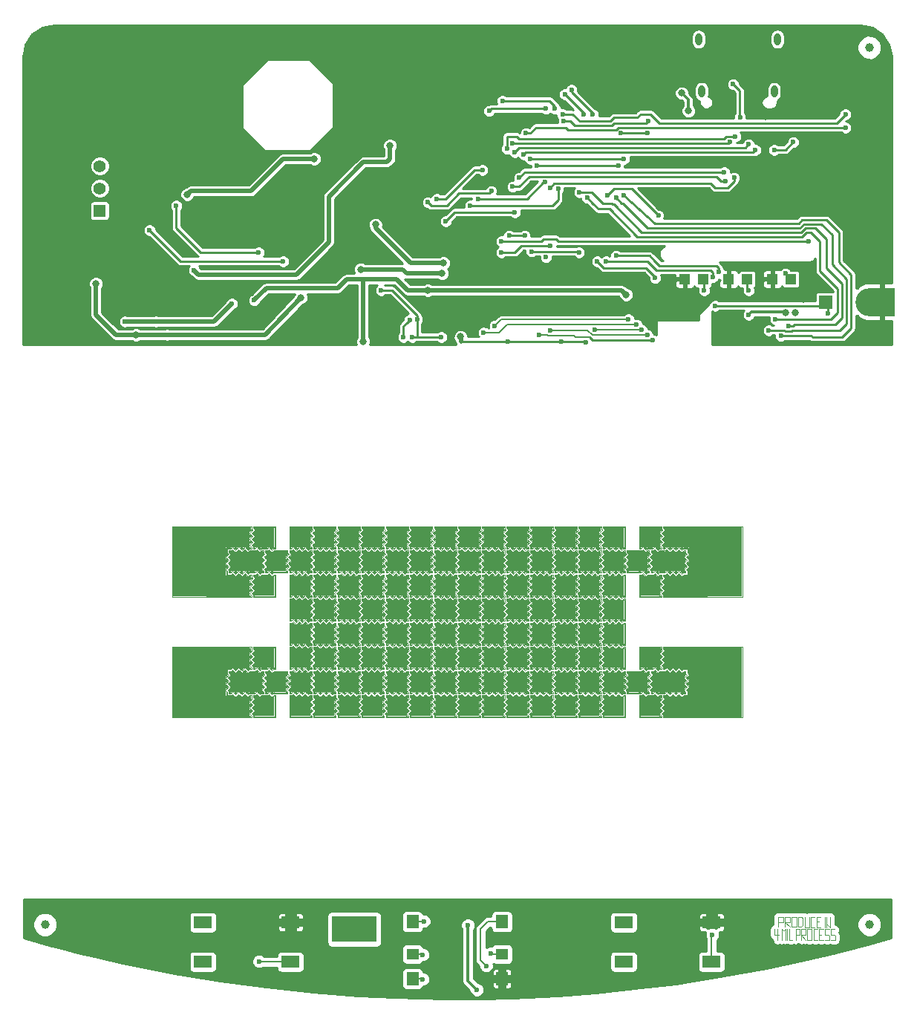
<source format=gbr>
G04 #@! TF.FileFunction,Copper,L1,Top,Signal*
%FSLAX46Y46*%
G04 Gerber Fmt 4.6, Leading zero omitted, Abs format (unit mm)*
G04 Created by KiCad (PCBNEW 4.0.0-stable) date Monday, June 11, 2018 'PMt' 01:00:30 PM*
%MOMM*%
G01*
G04 APERTURE LIST*
%ADD10C,0.100000*%
%ADD11C,0.150000*%
%ADD12C,0.152400*%
%ADD13R,1.198880X1.198880*%
%ADD14R,1.397000X1.397000*%
%ADD15C,1.397000*%
%ADD16R,1.400000X1.500000*%
%ADD17R,1.400000X1.300000*%
%ADD18C,1.000000*%
%ADD19R,2.100000X1.400000*%
%ADD20R,1.501140X1.501140*%
%ADD21R,2.270000X2.270000*%
%ADD22C,0.604800*%
%ADD23O,0.800000X1.400000*%
%ADD24R,3.000000X3.200000*%
%ADD25C,3.200000*%
%ADD26R,5.000000X2.400000*%
%ADD27R,2.270000X4.000000*%
%ADD28R,4.000000X8.000000*%
%ADD29R,1.500000X2.270000*%
%ADD30C,0.600000*%
%ADD31R,5.200000X3.000000*%
%ADD32C,0.800000*%
%ADD33C,0.500000*%
%ADD34C,0.300000*%
%ADD35C,0.250000*%
%ADD36C,0.200000*%
%ADD37C,0.254000*%
G04 APERTURE END LIST*
D10*
D11*
X83295000Y-93015000D02*
X83425000Y-93145000D01*
X83425000Y-93145000D02*
X83295000Y-93265000D01*
X83295000Y-93265000D02*
X83295000Y-93015000D01*
X83285000Y-92325000D02*
X83415000Y-92455000D01*
X83415000Y-92455000D02*
X83285000Y-92575000D01*
X83285000Y-92575000D02*
X83285000Y-92325000D01*
X83195000Y-91455000D02*
X83305000Y-91455000D01*
X83305000Y-91455000D02*
X83295000Y-91905000D01*
X83295000Y-91905000D02*
X83395000Y-91745000D01*
X80955000Y-92235000D02*
X80825000Y-92105000D01*
X80825000Y-92105000D02*
X80955000Y-91985000D01*
X80955000Y-91985000D02*
X80955000Y-92235000D01*
X80965000Y-92925000D02*
X80835000Y-92795000D01*
X80835000Y-92795000D02*
X80965000Y-92675000D01*
X80965000Y-92675000D02*
X80965000Y-92925000D01*
X81055000Y-93795000D02*
X80945000Y-93795000D01*
X80945000Y-93795000D02*
X80955000Y-93345000D01*
X80955000Y-93345000D02*
X80855000Y-93505000D01*
X81735000Y-93795000D02*
X81605000Y-93925000D01*
X81605000Y-93925000D02*
X81485000Y-93795000D01*
X81485000Y-93795000D02*
X81735000Y-93795000D01*
X82425000Y-93785000D02*
X82295000Y-93915000D01*
X82295000Y-93915000D02*
X82175000Y-93785000D01*
X82175000Y-93785000D02*
X82425000Y-93785000D01*
X83295000Y-93695000D02*
X83295000Y-93805000D01*
X83295000Y-93805000D02*
X82845000Y-93795000D01*
X82845000Y-93795000D02*
X83005000Y-93895000D01*
X82515000Y-91455000D02*
X82645000Y-91325000D01*
X82645000Y-91325000D02*
X82765000Y-91455000D01*
X82765000Y-91455000D02*
X82515000Y-91455000D01*
X81825000Y-91465000D02*
X81955000Y-91335000D01*
X81955000Y-91335000D02*
X82075000Y-91465000D01*
X82075000Y-91465000D02*
X81825000Y-91465000D01*
X80955000Y-91555000D02*
X80955000Y-91445000D01*
X80955000Y-91445000D02*
X81405000Y-91455000D01*
X81405000Y-91455000D02*
X81245000Y-91355000D01*
D10*
X83536000Y-91766000D02*
X83400000Y-91636000D01*
X83400000Y-91636000D02*
X83400000Y-91350000D01*
X83400000Y-91350000D02*
X83199000Y-91350000D01*
X83199000Y-91350000D02*
X82984000Y-91574000D01*
X80714000Y-93484000D02*
X80850000Y-93614000D01*
X80850000Y-93614000D02*
X80850000Y-93900000D01*
X80850000Y-93900000D02*
X81051000Y-93900000D01*
X81051000Y-93900000D02*
X81266000Y-93676000D01*
X82984000Y-94036000D02*
X83114000Y-93900000D01*
X83114000Y-93900000D02*
X83400000Y-93900000D01*
X83400000Y-93900000D02*
X83400000Y-93699000D01*
X83400000Y-93699000D02*
X83176000Y-93484000D01*
X81266000Y-91214000D02*
X81136000Y-91350000D01*
X81136000Y-91350000D02*
X80850000Y-91350000D01*
X80850000Y-91350000D02*
X80850000Y-91551000D01*
X80850000Y-91551000D02*
X81074000Y-91766000D01*
X81265625Y-91214000D02*
X81609375Y-91574000D01*
X82984375Y-94036000D02*
X82640625Y-93676000D01*
X80714000Y-93484375D02*
X81074000Y-93140625D01*
X83536000Y-91765625D02*
X83176000Y-92109375D01*
X81609375Y-91574000D02*
X81953125Y-91214000D01*
X81953125Y-91214000D02*
X82296875Y-91574000D01*
X82640625Y-93676000D02*
X82296875Y-94036000D01*
X82296875Y-94036000D02*
X81953125Y-93676000D01*
X81074000Y-93140625D02*
X80714000Y-92796875D01*
X80714000Y-92796875D02*
X81074000Y-92453125D01*
X83176000Y-92109375D02*
X83536000Y-92453125D01*
X83536000Y-92453125D02*
X83176000Y-92796875D01*
X82296875Y-91574000D02*
X82640625Y-91214000D01*
X82640625Y-91214000D02*
X82984375Y-91574000D01*
X81953125Y-93676000D02*
X81609375Y-94036000D01*
X81609375Y-94036000D02*
X81265625Y-93676000D01*
X81074000Y-92453125D02*
X80714000Y-92109375D01*
X80714000Y-92109375D02*
X81074000Y-91765625D01*
X83176000Y-92796875D02*
X83536000Y-93140625D01*
X83536000Y-93140625D02*
X83176000Y-93484375D01*
D11*
X83295000Y-106765000D02*
X83425000Y-106895000D01*
X83425000Y-106895000D02*
X83295000Y-107015000D01*
X83295000Y-107015000D02*
X83295000Y-106765000D01*
X83285000Y-106075000D02*
X83415000Y-106205000D01*
X83415000Y-106205000D02*
X83285000Y-106325000D01*
X83285000Y-106325000D02*
X83285000Y-106075000D01*
X83195000Y-105205000D02*
X83305000Y-105205000D01*
X83305000Y-105205000D02*
X83295000Y-105655000D01*
X83295000Y-105655000D02*
X83395000Y-105495000D01*
X80955000Y-105985000D02*
X80825000Y-105855000D01*
X80825000Y-105855000D02*
X80955000Y-105735000D01*
X80955000Y-105735000D02*
X80955000Y-105985000D01*
X80965000Y-106675000D02*
X80835000Y-106545000D01*
X80835000Y-106545000D02*
X80965000Y-106425000D01*
X80965000Y-106425000D02*
X80965000Y-106675000D01*
X81055000Y-107545000D02*
X80945000Y-107545000D01*
X80945000Y-107545000D02*
X80955000Y-107095000D01*
X80955000Y-107095000D02*
X80855000Y-107255000D01*
X81735000Y-107545000D02*
X81605000Y-107675000D01*
X81605000Y-107675000D02*
X81485000Y-107545000D01*
X81485000Y-107545000D02*
X81735000Y-107545000D01*
X82425000Y-107535000D02*
X82295000Y-107665000D01*
X82295000Y-107665000D02*
X82175000Y-107535000D01*
X82175000Y-107535000D02*
X82425000Y-107535000D01*
X83295000Y-107445000D02*
X83295000Y-107555000D01*
X83295000Y-107555000D02*
X82845000Y-107545000D01*
X82845000Y-107545000D02*
X83005000Y-107645000D01*
X82515000Y-105205000D02*
X82645000Y-105075000D01*
X82645000Y-105075000D02*
X82765000Y-105205000D01*
X82765000Y-105205000D02*
X82515000Y-105205000D01*
X81825000Y-105215000D02*
X81955000Y-105085000D01*
X81955000Y-105085000D02*
X82075000Y-105215000D01*
X82075000Y-105215000D02*
X81825000Y-105215000D01*
X80955000Y-105305000D02*
X80955000Y-105195000D01*
X80955000Y-105195000D02*
X81405000Y-105205000D01*
X81405000Y-105205000D02*
X81245000Y-105105000D01*
D10*
X83536000Y-105516000D02*
X83400000Y-105386000D01*
X83400000Y-105386000D02*
X83400000Y-105100000D01*
X83400000Y-105100000D02*
X83199000Y-105100000D01*
X83199000Y-105100000D02*
X82984000Y-105324000D01*
X80714000Y-107234000D02*
X80850000Y-107364000D01*
X80850000Y-107364000D02*
X80850000Y-107650000D01*
X80850000Y-107650000D02*
X81051000Y-107650000D01*
X81051000Y-107650000D02*
X81266000Y-107426000D01*
X82984000Y-107786000D02*
X83114000Y-107650000D01*
X83114000Y-107650000D02*
X83400000Y-107650000D01*
X83400000Y-107650000D02*
X83400000Y-107449000D01*
X83400000Y-107449000D02*
X83176000Y-107234000D01*
X81266000Y-104964000D02*
X81136000Y-105100000D01*
X81136000Y-105100000D02*
X80850000Y-105100000D01*
X80850000Y-105100000D02*
X80850000Y-105301000D01*
X80850000Y-105301000D02*
X81074000Y-105516000D01*
X81265625Y-104964000D02*
X81609375Y-105324000D01*
X82984375Y-107786000D02*
X82640625Y-107426000D01*
X80714000Y-107234375D02*
X81074000Y-106890625D01*
X83536000Y-105515625D02*
X83176000Y-105859375D01*
X81609375Y-105324000D02*
X81953125Y-104964000D01*
X81953125Y-104964000D02*
X82296875Y-105324000D01*
X82640625Y-107426000D02*
X82296875Y-107786000D01*
X82296875Y-107786000D02*
X81953125Y-107426000D01*
X81074000Y-106890625D02*
X80714000Y-106546875D01*
X80714000Y-106546875D02*
X81074000Y-106203125D01*
X83176000Y-105859375D02*
X83536000Y-106203125D01*
X83536000Y-106203125D02*
X83176000Y-106546875D01*
X82296875Y-105324000D02*
X82640625Y-104964000D01*
X82640625Y-104964000D02*
X82984375Y-105324000D01*
X81953125Y-107426000D02*
X81609375Y-107786000D01*
X81609375Y-107786000D02*
X81265625Y-107426000D01*
X81074000Y-106203125D02*
X80714000Y-105859375D01*
X80714000Y-105859375D02*
X81074000Y-105515625D01*
X83176000Y-106546875D02*
X83536000Y-106890625D01*
X83536000Y-106890625D02*
X83176000Y-107234375D01*
D11*
X86045000Y-93015000D02*
X86175000Y-93145000D01*
X86175000Y-93145000D02*
X86045000Y-93265000D01*
X86045000Y-93265000D02*
X86045000Y-93015000D01*
X86035000Y-92325000D02*
X86165000Y-92455000D01*
X86165000Y-92455000D02*
X86035000Y-92575000D01*
X86035000Y-92575000D02*
X86035000Y-92325000D01*
X85945000Y-91455000D02*
X86055000Y-91455000D01*
X86055000Y-91455000D02*
X86045000Y-91905000D01*
X86045000Y-91905000D02*
X86145000Y-91745000D01*
X83705000Y-92235000D02*
X83575000Y-92105000D01*
X83575000Y-92105000D02*
X83705000Y-91985000D01*
X83705000Y-91985000D02*
X83705000Y-92235000D01*
X83715000Y-92925000D02*
X83585000Y-92795000D01*
X83585000Y-92795000D02*
X83715000Y-92675000D01*
X83715000Y-92675000D02*
X83715000Y-92925000D01*
X83805000Y-93795000D02*
X83695000Y-93795000D01*
X83695000Y-93795000D02*
X83705000Y-93345000D01*
X83705000Y-93345000D02*
X83605000Y-93505000D01*
X84485000Y-93795000D02*
X84355000Y-93925000D01*
X84355000Y-93925000D02*
X84235000Y-93795000D01*
X84235000Y-93795000D02*
X84485000Y-93795000D01*
X85175000Y-93785000D02*
X85045000Y-93915000D01*
X85045000Y-93915000D02*
X84925000Y-93785000D01*
X84925000Y-93785000D02*
X85175000Y-93785000D01*
X86045000Y-93695000D02*
X86045000Y-93805000D01*
X86045000Y-93805000D02*
X85595000Y-93795000D01*
X85595000Y-93795000D02*
X85755000Y-93895000D01*
X85265000Y-91455000D02*
X85395000Y-91325000D01*
X85395000Y-91325000D02*
X85515000Y-91455000D01*
X85515000Y-91455000D02*
X85265000Y-91455000D01*
X84575000Y-91465000D02*
X84705000Y-91335000D01*
X84705000Y-91335000D02*
X84825000Y-91465000D01*
X84825000Y-91465000D02*
X84575000Y-91465000D01*
X83705000Y-91555000D02*
X83705000Y-91445000D01*
X83705000Y-91445000D02*
X84155000Y-91455000D01*
X84155000Y-91455000D02*
X83995000Y-91355000D01*
D10*
X86286000Y-91766000D02*
X86150000Y-91636000D01*
X86150000Y-91636000D02*
X86150000Y-91350000D01*
X86150000Y-91350000D02*
X85949000Y-91350000D01*
X85949000Y-91350000D02*
X85734000Y-91574000D01*
X83464000Y-93484000D02*
X83600000Y-93614000D01*
X83600000Y-93614000D02*
X83600000Y-93900000D01*
X83600000Y-93900000D02*
X83801000Y-93900000D01*
X83801000Y-93900000D02*
X84016000Y-93676000D01*
X85734000Y-94036000D02*
X85864000Y-93900000D01*
X85864000Y-93900000D02*
X86150000Y-93900000D01*
X86150000Y-93900000D02*
X86150000Y-93699000D01*
X86150000Y-93699000D02*
X85926000Y-93484000D01*
X84016000Y-91214000D02*
X83886000Y-91350000D01*
X83886000Y-91350000D02*
X83600000Y-91350000D01*
X83600000Y-91350000D02*
X83600000Y-91551000D01*
X83600000Y-91551000D02*
X83824000Y-91766000D01*
X84015625Y-91214000D02*
X84359375Y-91574000D01*
X85734375Y-94036000D02*
X85390625Y-93676000D01*
X83464000Y-93484375D02*
X83824000Y-93140625D01*
X86286000Y-91765625D02*
X85926000Y-92109375D01*
X84359375Y-91574000D02*
X84703125Y-91214000D01*
X84703125Y-91214000D02*
X85046875Y-91574000D01*
X85390625Y-93676000D02*
X85046875Y-94036000D01*
X85046875Y-94036000D02*
X84703125Y-93676000D01*
X83824000Y-93140625D02*
X83464000Y-92796875D01*
X83464000Y-92796875D02*
X83824000Y-92453125D01*
X85926000Y-92109375D02*
X86286000Y-92453125D01*
X86286000Y-92453125D02*
X85926000Y-92796875D01*
X85046875Y-91574000D02*
X85390625Y-91214000D01*
X85390625Y-91214000D02*
X85734375Y-91574000D01*
X84703125Y-93676000D02*
X84359375Y-94036000D01*
X84359375Y-94036000D02*
X84015625Y-93676000D01*
X83824000Y-92453125D02*
X83464000Y-92109375D01*
X83464000Y-92109375D02*
X83824000Y-91765625D01*
X85926000Y-92796875D02*
X86286000Y-93140625D01*
X86286000Y-93140625D02*
X85926000Y-93484375D01*
D11*
X86045000Y-95765000D02*
X86175000Y-95895000D01*
X86175000Y-95895000D02*
X86045000Y-96015000D01*
X86045000Y-96015000D02*
X86045000Y-95765000D01*
X86035000Y-95075000D02*
X86165000Y-95205000D01*
X86165000Y-95205000D02*
X86035000Y-95325000D01*
X86035000Y-95325000D02*
X86035000Y-95075000D01*
X85945000Y-94205000D02*
X86055000Y-94205000D01*
X86055000Y-94205000D02*
X86045000Y-94655000D01*
X86045000Y-94655000D02*
X86145000Y-94495000D01*
X83705000Y-94985000D02*
X83575000Y-94855000D01*
X83575000Y-94855000D02*
X83705000Y-94735000D01*
X83705000Y-94735000D02*
X83705000Y-94985000D01*
X83715000Y-95675000D02*
X83585000Y-95545000D01*
X83585000Y-95545000D02*
X83715000Y-95425000D01*
X83715000Y-95425000D02*
X83715000Y-95675000D01*
X83805000Y-96545000D02*
X83695000Y-96545000D01*
X83695000Y-96545000D02*
X83705000Y-96095000D01*
X83705000Y-96095000D02*
X83605000Y-96255000D01*
X84485000Y-96545000D02*
X84355000Y-96675000D01*
X84355000Y-96675000D02*
X84235000Y-96545000D01*
X84235000Y-96545000D02*
X84485000Y-96545000D01*
X85175000Y-96535000D02*
X85045000Y-96665000D01*
X85045000Y-96665000D02*
X84925000Y-96535000D01*
X84925000Y-96535000D02*
X85175000Y-96535000D01*
X86045000Y-96445000D02*
X86045000Y-96555000D01*
X86045000Y-96555000D02*
X85595000Y-96545000D01*
X85595000Y-96545000D02*
X85755000Y-96645000D01*
X85265000Y-94205000D02*
X85395000Y-94075000D01*
X85395000Y-94075000D02*
X85515000Y-94205000D01*
X85515000Y-94205000D02*
X85265000Y-94205000D01*
X84575000Y-94215000D02*
X84705000Y-94085000D01*
X84705000Y-94085000D02*
X84825000Y-94215000D01*
X84825000Y-94215000D02*
X84575000Y-94215000D01*
X83705000Y-94305000D02*
X83705000Y-94195000D01*
X83705000Y-94195000D02*
X84155000Y-94205000D01*
X84155000Y-94205000D02*
X83995000Y-94105000D01*
D10*
X86286000Y-94516000D02*
X86150000Y-94386000D01*
X86150000Y-94386000D02*
X86150000Y-94100000D01*
X86150000Y-94100000D02*
X85949000Y-94100000D01*
X85949000Y-94100000D02*
X85734000Y-94324000D01*
X83464000Y-96234000D02*
X83600000Y-96364000D01*
X83600000Y-96364000D02*
X83600000Y-96650000D01*
X83600000Y-96650000D02*
X83801000Y-96650000D01*
X83801000Y-96650000D02*
X84016000Y-96426000D01*
X85734000Y-96786000D02*
X85864000Y-96650000D01*
X85864000Y-96650000D02*
X86150000Y-96650000D01*
X86150000Y-96650000D02*
X86150000Y-96449000D01*
X86150000Y-96449000D02*
X85926000Y-96234000D01*
X84016000Y-93964000D02*
X83886000Y-94100000D01*
X83886000Y-94100000D02*
X83600000Y-94100000D01*
X83600000Y-94100000D02*
X83600000Y-94301000D01*
X83600000Y-94301000D02*
X83824000Y-94516000D01*
X84015625Y-93964000D02*
X84359375Y-94324000D01*
X85734375Y-96786000D02*
X85390625Y-96426000D01*
X83464000Y-96234375D02*
X83824000Y-95890625D01*
X86286000Y-94515625D02*
X85926000Y-94859375D01*
X84359375Y-94324000D02*
X84703125Y-93964000D01*
X84703125Y-93964000D02*
X85046875Y-94324000D01*
X85390625Y-96426000D02*
X85046875Y-96786000D01*
X85046875Y-96786000D02*
X84703125Y-96426000D01*
X83824000Y-95890625D02*
X83464000Y-95546875D01*
X83464000Y-95546875D02*
X83824000Y-95203125D01*
X85926000Y-94859375D02*
X86286000Y-95203125D01*
X86286000Y-95203125D02*
X85926000Y-95546875D01*
X85046875Y-94324000D02*
X85390625Y-93964000D01*
X85390625Y-93964000D02*
X85734375Y-94324000D01*
X84703125Y-96426000D02*
X84359375Y-96786000D01*
X84359375Y-96786000D02*
X84015625Y-96426000D01*
X83824000Y-95203125D02*
X83464000Y-94859375D01*
X83464000Y-94859375D02*
X83824000Y-94515625D01*
X85926000Y-95546875D02*
X86286000Y-95890625D01*
X86286000Y-95890625D02*
X85926000Y-96234375D01*
D11*
X86045000Y-98515000D02*
X86175000Y-98645000D01*
X86175000Y-98645000D02*
X86045000Y-98765000D01*
X86045000Y-98765000D02*
X86045000Y-98515000D01*
X86035000Y-97825000D02*
X86165000Y-97955000D01*
X86165000Y-97955000D02*
X86035000Y-98075000D01*
X86035000Y-98075000D02*
X86035000Y-97825000D01*
X85945000Y-96955000D02*
X86055000Y-96955000D01*
X86055000Y-96955000D02*
X86045000Y-97405000D01*
X86045000Y-97405000D02*
X86145000Y-97245000D01*
X83705000Y-97735000D02*
X83575000Y-97605000D01*
X83575000Y-97605000D02*
X83705000Y-97485000D01*
X83705000Y-97485000D02*
X83705000Y-97735000D01*
X83715000Y-98425000D02*
X83585000Y-98295000D01*
X83585000Y-98295000D02*
X83715000Y-98175000D01*
X83715000Y-98175000D02*
X83715000Y-98425000D01*
X83805000Y-99295000D02*
X83695000Y-99295000D01*
X83695000Y-99295000D02*
X83705000Y-98845000D01*
X83705000Y-98845000D02*
X83605000Y-99005000D01*
X84485000Y-99295000D02*
X84355000Y-99425000D01*
X84355000Y-99425000D02*
X84235000Y-99295000D01*
X84235000Y-99295000D02*
X84485000Y-99295000D01*
X85175000Y-99285000D02*
X85045000Y-99415000D01*
X85045000Y-99415000D02*
X84925000Y-99285000D01*
X84925000Y-99285000D02*
X85175000Y-99285000D01*
X86045000Y-99195000D02*
X86045000Y-99305000D01*
X86045000Y-99305000D02*
X85595000Y-99295000D01*
X85595000Y-99295000D02*
X85755000Y-99395000D01*
X85265000Y-96955000D02*
X85395000Y-96825000D01*
X85395000Y-96825000D02*
X85515000Y-96955000D01*
X85515000Y-96955000D02*
X85265000Y-96955000D01*
X84575000Y-96965000D02*
X84705000Y-96835000D01*
X84705000Y-96835000D02*
X84825000Y-96965000D01*
X84825000Y-96965000D02*
X84575000Y-96965000D01*
X83705000Y-97055000D02*
X83705000Y-96945000D01*
X83705000Y-96945000D02*
X84155000Y-96955000D01*
X84155000Y-96955000D02*
X83995000Y-96855000D01*
D10*
X86286000Y-97266000D02*
X86150000Y-97136000D01*
X86150000Y-97136000D02*
X86150000Y-96850000D01*
X86150000Y-96850000D02*
X85949000Y-96850000D01*
X85949000Y-96850000D02*
X85734000Y-97074000D01*
X83464000Y-98984000D02*
X83600000Y-99114000D01*
X83600000Y-99114000D02*
X83600000Y-99400000D01*
X83600000Y-99400000D02*
X83801000Y-99400000D01*
X83801000Y-99400000D02*
X84016000Y-99176000D01*
X85734000Y-99536000D02*
X85864000Y-99400000D01*
X85864000Y-99400000D02*
X86150000Y-99400000D01*
X86150000Y-99400000D02*
X86150000Y-99199000D01*
X86150000Y-99199000D02*
X85926000Y-98984000D01*
X84016000Y-96714000D02*
X83886000Y-96850000D01*
X83886000Y-96850000D02*
X83600000Y-96850000D01*
X83600000Y-96850000D02*
X83600000Y-97051000D01*
X83600000Y-97051000D02*
X83824000Y-97266000D01*
X84015625Y-96714000D02*
X84359375Y-97074000D01*
X85734375Y-99536000D02*
X85390625Y-99176000D01*
X83464000Y-98984375D02*
X83824000Y-98640625D01*
X86286000Y-97265625D02*
X85926000Y-97609375D01*
X84359375Y-97074000D02*
X84703125Y-96714000D01*
X84703125Y-96714000D02*
X85046875Y-97074000D01*
X85390625Y-99176000D02*
X85046875Y-99536000D01*
X85046875Y-99536000D02*
X84703125Y-99176000D01*
X83824000Y-98640625D02*
X83464000Y-98296875D01*
X83464000Y-98296875D02*
X83824000Y-97953125D01*
X85926000Y-97609375D02*
X86286000Y-97953125D01*
X86286000Y-97953125D02*
X85926000Y-98296875D01*
X85046875Y-97074000D02*
X85390625Y-96714000D01*
X85390625Y-96714000D02*
X85734375Y-97074000D01*
X84703125Y-99176000D02*
X84359375Y-99536000D01*
X84359375Y-99536000D02*
X84015625Y-99176000D01*
X83824000Y-97953125D02*
X83464000Y-97609375D01*
X83464000Y-97609375D02*
X83824000Y-97265625D01*
X85926000Y-98296875D02*
X86286000Y-98640625D01*
X86286000Y-98640625D02*
X85926000Y-98984375D01*
D11*
X86045000Y-101265000D02*
X86175000Y-101395000D01*
X86175000Y-101395000D02*
X86045000Y-101515000D01*
X86045000Y-101515000D02*
X86045000Y-101265000D01*
X86035000Y-100575000D02*
X86165000Y-100705000D01*
X86165000Y-100705000D02*
X86035000Y-100825000D01*
X86035000Y-100825000D02*
X86035000Y-100575000D01*
X85945000Y-99705000D02*
X86055000Y-99705000D01*
X86055000Y-99705000D02*
X86045000Y-100155000D01*
X86045000Y-100155000D02*
X86145000Y-99995000D01*
X83705000Y-100485000D02*
X83575000Y-100355000D01*
X83575000Y-100355000D02*
X83705000Y-100235000D01*
X83705000Y-100235000D02*
X83705000Y-100485000D01*
X83715000Y-101175000D02*
X83585000Y-101045000D01*
X83585000Y-101045000D02*
X83715000Y-100925000D01*
X83715000Y-100925000D02*
X83715000Y-101175000D01*
X83805000Y-102045000D02*
X83695000Y-102045000D01*
X83695000Y-102045000D02*
X83705000Y-101595000D01*
X83705000Y-101595000D02*
X83605000Y-101755000D01*
X84485000Y-102045000D02*
X84355000Y-102175000D01*
X84355000Y-102175000D02*
X84235000Y-102045000D01*
X84235000Y-102045000D02*
X84485000Y-102045000D01*
X85175000Y-102035000D02*
X85045000Y-102165000D01*
X85045000Y-102165000D02*
X84925000Y-102035000D01*
X84925000Y-102035000D02*
X85175000Y-102035000D01*
X86045000Y-101945000D02*
X86045000Y-102055000D01*
X86045000Y-102055000D02*
X85595000Y-102045000D01*
X85595000Y-102045000D02*
X85755000Y-102145000D01*
X85265000Y-99705000D02*
X85395000Y-99575000D01*
X85395000Y-99575000D02*
X85515000Y-99705000D01*
X85515000Y-99705000D02*
X85265000Y-99705000D01*
X84575000Y-99715000D02*
X84705000Y-99585000D01*
X84705000Y-99585000D02*
X84825000Y-99715000D01*
X84825000Y-99715000D02*
X84575000Y-99715000D01*
X83705000Y-99805000D02*
X83705000Y-99695000D01*
X83705000Y-99695000D02*
X84155000Y-99705000D01*
X84155000Y-99705000D02*
X83995000Y-99605000D01*
D10*
X86286000Y-100016000D02*
X86150000Y-99886000D01*
X86150000Y-99886000D02*
X86150000Y-99600000D01*
X86150000Y-99600000D02*
X85949000Y-99600000D01*
X85949000Y-99600000D02*
X85734000Y-99824000D01*
X83464000Y-101734000D02*
X83600000Y-101864000D01*
X83600000Y-101864000D02*
X83600000Y-102150000D01*
X83600000Y-102150000D02*
X83801000Y-102150000D01*
X83801000Y-102150000D02*
X84016000Y-101926000D01*
X85734000Y-102286000D02*
X85864000Y-102150000D01*
X85864000Y-102150000D02*
X86150000Y-102150000D01*
X86150000Y-102150000D02*
X86150000Y-101949000D01*
X86150000Y-101949000D02*
X85926000Y-101734000D01*
X84016000Y-99464000D02*
X83886000Y-99600000D01*
X83886000Y-99600000D02*
X83600000Y-99600000D01*
X83600000Y-99600000D02*
X83600000Y-99801000D01*
X83600000Y-99801000D02*
X83824000Y-100016000D01*
X84015625Y-99464000D02*
X84359375Y-99824000D01*
X85734375Y-102286000D02*
X85390625Y-101926000D01*
X83464000Y-101734375D02*
X83824000Y-101390625D01*
X86286000Y-100015625D02*
X85926000Y-100359375D01*
X84359375Y-99824000D02*
X84703125Y-99464000D01*
X84703125Y-99464000D02*
X85046875Y-99824000D01*
X85390625Y-101926000D02*
X85046875Y-102286000D01*
X85046875Y-102286000D02*
X84703125Y-101926000D01*
X83824000Y-101390625D02*
X83464000Y-101046875D01*
X83464000Y-101046875D02*
X83824000Y-100703125D01*
X85926000Y-100359375D02*
X86286000Y-100703125D01*
X86286000Y-100703125D02*
X85926000Y-101046875D01*
X85046875Y-99824000D02*
X85390625Y-99464000D01*
X85390625Y-99464000D02*
X85734375Y-99824000D01*
X84703125Y-101926000D02*
X84359375Y-102286000D01*
X84359375Y-102286000D02*
X84015625Y-101926000D01*
X83824000Y-100703125D02*
X83464000Y-100359375D01*
X83464000Y-100359375D02*
X83824000Y-100015625D01*
X85926000Y-101046875D02*
X86286000Y-101390625D01*
X86286000Y-101390625D02*
X85926000Y-101734375D01*
D11*
X86045000Y-104015000D02*
X86175000Y-104145000D01*
X86175000Y-104145000D02*
X86045000Y-104265000D01*
X86045000Y-104265000D02*
X86045000Y-104015000D01*
X86035000Y-103325000D02*
X86165000Y-103455000D01*
X86165000Y-103455000D02*
X86035000Y-103575000D01*
X86035000Y-103575000D02*
X86035000Y-103325000D01*
X85945000Y-102455000D02*
X86055000Y-102455000D01*
X86055000Y-102455000D02*
X86045000Y-102905000D01*
X86045000Y-102905000D02*
X86145000Y-102745000D01*
X83705000Y-103235000D02*
X83575000Y-103105000D01*
X83575000Y-103105000D02*
X83705000Y-102985000D01*
X83705000Y-102985000D02*
X83705000Y-103235000D01*
X83715000Y-103925000D02*
X83585000Y-103795000D01*
X83585000Y-103795000D02*
X83715000Y-103675000D01*
X83715000Y-103675000D02*
X83715000Y-103925000D01*
X83805000Y-104795000D02*
X83695000Y-104795000D01*
X83695000Y-104795000D02*
X83705000Y-104345000D01*
X83705000Y-104345000D02*
X83605000Y-104505000D01*
X84485000Y-104795000D02*
X84355000Y-104925000D01*
X84355000Y-104925000D02*
X84235000Y-104795000D01*
X84235000Y-104795000D02*
X84485000Y-104795000D01*
X85175000Y-104785000D02*
X85045000Y-104915000D01*
X85045000Y-104915000D02*
X84925000Y-104785000D01*
X84925000Y-104785000D02*
X85175000Y-104785000D01*
X86045000Y-104695000D02*
X86045000Y-104805000D01*
X86045000Y-104805000D02*
X85595000Y-104795000D01*
X85595000Y-104795000D02*
X85755000Y-104895000D01*
X85265000Y-102455000D02*
X85395000Y-102325000D01*
X85395000Y-102325000D02*
X85515000Y-102455000D01*
X85515000Y-102455000D02*
X85265000Y-102455000D01*
X84575000Y-102465000D02*
X84705000Y-102335000D01*
X84705000Y-102335000D02*
X84825000Y-102465000D01*
X84825000Y-102465000D02*
X84575000Y-102465000D01*
X83705000Y-102555000D02*
X83705000Y-102445000D01*
X83705000Y-102445000D02*
X84155000Y-102455000D01*
X84155000Y-102455000D02*
X83995000Y-102355000D01*
D10*
X86286000Y-102766000D02*
X86150000Y-102636000D01*
X86150000Y-102636000D02*
X86150000Y-102350000D01*
X86150000Y-102350000D02*
X85949000Y-102350000D01*
X85949000Y-102350000D02*
X85734000Y-102574000D01*
X83464000Y-104484000D02*
X83600000Y-104614000D01*
X83600000Y-104614000D02*
X83600000Y-104900000D01*
X83600000Y-104900000D02*
X83801000Y-104900000D01*
X83801000Y-104900000D02*
X84016000Y-104676000D01*
X85734000Y-105036000D02*
X85864000Y-104900000D01*
X85864000Y-104900000D02*
X86150000Y-104900000D01*
X86150000Y-104900000D02*
X86150000Y-104699000D01*
X86150000Y-104699000D02*
X85926000Y-104484000D01*
X84016000Y-102214000D02*
X83886000Y-102350000D01*
X83886000Y-102350000D02*
X83600000Y-102350000D01*
X83600000Y-102350000D02*
X83600000Y-102551000D01*
X83600000Y-102551000D02*
X83824000Y-102766000D01*
X84015625Y-102214000D02*
X84359375Y-102574000D01*
X85734375Y-105036000D02*
X85390625Y-104676000D01*
X83464000Y-104484375D02*
X83824000Y-104140625D01*
X86286000Y-102765625D02*
X85926000Y-103109375D01*
X84359375Y-102574000D02*
X84703125Y-102214000D01*
X84703125Y-102214000D02*
X85046875Y-102574000D01*
X85390625Y-104676000D02*
X85046875Y-105036000D01*
X85046875Y-105036000D02*
X84703125Y-104676000D01*
X83824000Y-104140625D02*
X83464000Y-103796875D01*
X83464000Y-103796875D02*
X83824000Y-103453125D01*
X85926000Y-103109375D02*
X86286000Y-103453125D01*
X86286000Y-103453125D02*
X85926000Y-103796875D01*
X85046875Y-102574000D02*
X85390625Y-102214000D01*
X85390625Y-102214000D02*
X85734375Y-102574000D01*
X84703125Y-104676000D02*
X84359375Y-105036000D01*
X84359375Y-105036000D02*
X84015625Y-104676000D01*
X83824000Y-103453125D02*
X83464000Y-103109375D01*
X83464000Y-103109375D02*
X83824000Y-102765625D01*
X85926000Y-103796875D02*
X86286000Y-104140625D01*
X86286000Y-104140625D02*
X85926000Y-104484375D01*
D11*
X86045000Y-106765000D02*
X86175000Y-106895000D01*
X86175000Y-106895000D02*
X86045000Y-107015000D01*
X86045000Y-107015000D02*
X86045000Y-106765000D01*
X86035000Y-106075000D02*
X86165000Y-106205000D01*
X86165000Y-106205000D02*
X86035000Y-106325000D01*
X86035000Y-106325000D02*
X86035000Y-106075000D01*
X85945000Y-105205000D02*
X86055000Y-105205000D01*
X86055000Y-105205000D02*
X86045000Y-105655000D01*
X86045000Y-105655000D02*
X86145000Y-105495000D01*
X83705000Y-105985000D02*
X83575000Y-105855000D01*
X83575000Y-105855000D02*
X83705000Y-105735000D01*
X83705000Y-105735000D02*
X83705000Y-105985000D01*
X83715000Y-106675000D02*
X83585000Y-106545000D01*
X83585000Y-106545000D02*
X83715000Y-106425000D01*
X83715000Y-106425000D02*
X83715000Y-106675000D01*
X83805000Y-107545000D02*
X83695000Y-107545000D01*
X83695000Y-107545000D02*
X83705000Y-107095000D01*
X83705000Y-107095000D02*
X83605000Y-107255000D01*
X84485000Y-107545000D02*
X84355000Y-107675000D01*
X84355000Y-107675000D02*
X84235000Y-107545000D01*
X84235000Y-107545000D02*
X84485000Y-107545000D01*
X85175000Y-107535000D02*
X85045000Y-107665000D01*
X85045000Y-107665000D02*
X84925000Y-107535000D01*
X84925000Y-107535000D02*
X85175000Y-107535000D01*
X86045000Y-107445000D02*
X86045000Y-107555000D01*
X86045000Y-107555000D02*
X85595000Y-107545000D01*
X85595000Y-107545000D02*
X85755000Y-107645000D01*
X85265000Y-105205000D02*
X85395000Y-105075000D01*
X85395000Y-105075000D02*
X85515000Y-105205000D01*
X85515000Y-105205000D02*
X85265000Y-105205000D01*
X84575000Y-105215000D02*
X84705000Y-105085000D01*
X84705000Y-105085000D02*
X84825000Y-105215000D01*
X84825000Y-105215000D02*
X84575000Y-105215000D01*
X83705000Y-105305000D02*
X83705000Y-105195000D01*
X83705000Y-105195000D02*
X84155000Y-105205000D01*
X84155000Y-105205000D02*
X83995000Y-105105000D01*
D10*
X86286000Y-105516000D02*
X86150000Y-105386000D01*
X86150000Y-105386000D02*
X86150000Y-105100000D01*
X86150000Y-105100000D02*
X85949000Y-105100000D01*
X85949000Y-105100000D02*
X85734000Y-105324000D01*
X83464000Y-107234000D02*
X83600000Y-107364000D01*
X83600000Y-107364000D02*
X83600000Y-107650000D01*
X83600000Y-107650000D02*
X83801000Y-107650000D01*
X83801000Y-107650000D02*
X84016000Y-107426000D01*
X85734000Y-107786000D02*
X85864000Y-107650000D01*
X85864000Y-107650000D02*
X86150000Y-107650000D01*
X86150000Y-107650000D02*
X86150000Y-107449000D01*
X86150000Y-107449000D02*
X85926000Y-107234000D01*
X84016000Y-104964000D02*
X83886000Y-105100000D01*
X83886000Y-105100000D02*
X83600000Y-105100000D01*
X83600000Y-105100000D02*
X83600000Y-105301000D01*
X83600000Y-105301000D02*
X83824000Y-105516000D01*
X84015625Y-104964000D02*
X84359375Y-105324000D01*
X85734375Y-107786000D02*
X85390625Y-107426000D01*
X83464000Y-107234375D02*
X83824000Y-106890625D01*
X86286000Y-105515625D02*
X85926000Y-105859375D01*
X84359375Y-105324000D02*
X84703125Y-104964000D01*
X84703125Y-104964000D02*
X85046875Y-105324000D01*
X85390625Y-107426000D02*
X85046875Y-107786000D01*
X85046875Y-107786000D02*
X84703125Y-107426000D01*
X83824000Y-106890625D02*
X83464000Y-106546875D01*
X83464000Y-106546875D02*
X83824000Y-106203125D01*
X85926000Y-105859375D02*
X86286000Y-106203125D01*
X86286000Y-106203125D02*
X85926000Y-106546875D01*
X85046875Y-105324000D02*
X85390625Y-104964000D01*
X85390625Y-104964000D02*
X85734375Y-105324000D01*
X84703125Y-107426000D02*
X84359375Y-107786000D01*
X84359375Y-107786000D02*
X84015625Y-107426000D01*
X83824000Y-106203125D02*
X83464000Y-105859375D01*
X83464000Y-105859375D02*
X83824000Y-105515625D01*
X85926000Y-106546875D02*
X86286000Y-106890625D01*
X86286000Y-106890625D02*
X85926000Y-107234375D01*
D11*
X88795000Y-93015000D02*
X88925000Y-93145000D01*
X88925000Y-93145000D02*
X88795000Y-93265000D01*
X88795000Y-93265000D02*
X88795000Y-93015000D01*
X88785000Y-92325000D02*
X88915000Y-92455000D01*
X88915000Y-92455000D02*
X88785000Y-92575000D01*
X88785000Y-92575000D02*
X88785000Y-92325000D01*
X88695000Y-91455000D02*
X88805000Y-91455000D01*
X88805000Y-91455000D02*
X88795000Y-91905000D01*
X88795000Y-91905000D02*
X88895000Y-91745000D01*
X86455000Y-92235000D02*
X86325000Y-92105000D01*
X86325000Y-92105000D02*
X86455000Y-91985000D01*
X86455000Y-91985000D02*
X86455000Y-92235000D01*
X86465000Y-92925000D02*
X86335000Y-92795000D01*
X86335000Y-92795000D02*
X86465000Y-92675000D01*
X86465000Y-92675000D02*
X86465000Y-92925000D01*
X86555000Y-93795000D02*
X86445000Y-93795000D01*
X86445000Y-93795000D02*
X86455000Y-93345000D01*
X86455000Y-93345000D02*
X86355000Y-93505000D01*
X87235000Y-93795000D02*
X87105000Y-93925000D01*
X87105000Y-93925000D02*
X86985000Y-93795000D01*
X86985000Y-93795000D02*
X87235000Y-93795000D01*
X87925000Y-93785000D02*
X87795000Y-93915000D01*
X87795000Y-93915000D02*
X87675000Y-93785000D01*
X87675000Y-93785000D02*
X87925000Y-93785000D01*
X88795000Y-93695000D02*
X88795000Y-93805000D01*
X88795000Y-93805000D02*
X88345000Y-93795000D01*
X88345000Y-93795000D02*
X88505000Y-93895000D01*
X88015000Y-91455000D02*
X88145000Y-91325000D01*
X88145000Y-91325000D02*
X88265000Y-91455000D01*
X88265000Y-91455000D02*
X88015000Y-91455000D01*
X87325000Y-91465000D02*
X87455000Y-91335000D01*
X87455000Y-91335000D02*
X87575000Y-91465000D01*
X87575000Y-91465000D02*
X87325000Y-91465000D01*
X86455000Y-91555000D02*
X86455000Y-91445000D01*
X86455000Y-91445000D02*
X86905000Y-91455000D01*
X86905000Y-91455000D02*
X86745000Y-91355000D01*
D10*
X89036000Y-91766000D02*
X88900000Y-91636000D01*
X88900000Y-91636000D02*
X88900000Y-91350000D01*
X88900000Y-91350000D02*
X88699000Y-91350000D01*
X88699000Y-91350000D02*
X88484000Y-91574000D01*
X86214000Y-93484000D02*
X86350000Y-93614000D01*
X86350000Y-93614000D02*
X86350000Y-93900000D01*
X86350000Y-93900000D02*
X86551000Y-93900000D01*
X86551000Y-93900000D02*
X86766000Y-93676000D01*
X88484000Y-94036000D02*
X88614000Y-93900000D01*
X88614000Y-93900000D02*
X88900000Y-93900000D01*
X88900000Y-93900000D02*
X88900000Y-93699000D01*
X88900000Y-93699000D02*
X88676000Y-93484000D01*
X86766000Y-91214000D02*
X86636000Y-91350000D01*
X86636000Y-91350000D02*
X86350000Y-91350000D01*
X86350000Y-91350000D02*
X86350000Y-91551000D01*
X86350000Y-91551000D02*
X86574000Y-91766000D01*
X86765625Y-91214000D02*
X87109375Y-91574000D01*
X88484375Y-94036000D02*
X88140625Y-93676000D01*
X86214000Y-93484375D02*
X86574000Y-93140625D01*
X89036000Y-91765625D02*
X88676000Y-92109375D01*
X87109375Y-91574000D02*
X87453125Y-91214000D01*
X87453125Y-91214000D02*
X87796875Y-91574000D01*
X88140625Y-93676000D02*
X87796875Y-94036000D01*
X87796875Y-94036000D02*
X87453125Y-93676000D01*
X86574000Y-93140625D02*
X86214000Y-92796875D01*
X86214000Y-92796875D02*
X86574000Y-92453125D01*
X88676000Y-92109375D02*
X89036000Y-92453125D01*
X89036000Y-92453125D02*
X88676000Y-92796875D01*
X87796875Y-91574000D02*
X88140625Y-91214000D01*
X88140625Y-91214000D02*
X88484375Y-91574000D01*
X87453125Y-93676000D02*
X87109375Y-94036000D01*
X87109375Y-94036000D02*
X86765625Y-93676000D01*
X86574000Y-92453125D02*
X86214000Y-92109375D01*
X86214000Y-92109375D02*
X86574000Y-91765625D01*
X88676000Y-92796875D02*
X89036000Y-93140625D01*
X89036000Y-93140625D02*
X88676000Y-93484375D01*
D11*
X88795000Y-95765000D02*
X88925000Y-95895000D01*
X88925000Y-95895000D02*
X88795000Y-96015000D01*
X88795000Y-96015000D02*
X88795000Y-95765000D01*
X88785000Y-95075000D02*
X88915000Y-95205000D01*
X88915000Y-95205000D02*
X88785000Y-95325000D01*
X88785000Y-95325000D02*
X88785000Y-95075000D01*
X88695000Y-94205000D02*
X88805000Y-94205000D01*
X88805000Y-94205000D02*
X88795000Y-94655000D01*
X88795000Y-94655000D02*
X88895000Y-94495000D01*
X86455000Y-94985000D02*
X86325000Y-94855000D01*
X86325000Y-94855000D02*
X86455000Y-94735000D01*
X86455000Y-94735000D02*
X86455000Y-94985000D01*
X86465000Y-95675000D02*
X86335000Y-95545000D01*
X86335000Y-95545000D02*
X86465000Y-95425000D01*
X86465000Y-95425000D02*
X86465000Y-95675000D01*
X86555000Y-96545000D02*
X86445000Y-96545000D01*
X86445000Y-96545000D02*
X86455000Y-96095000D01*
X86455000Y-96095000D02*
X86355000Y-96255000D01*
X87235000Y-96545000D02*
X87105000Y-96675000D01*
X87105000Y-96675000D02*
X86985000Y-96545000D01*
X86985000Y-96545000D02*
X87235000Y-96545000D01*
X87925000Y-96535000D02*
X87795000Y-96665000D01*
X87795000Y-96665000D02*
X87675000Y-96535000D01*
X87675000Y-96535000D02*
X87925000Y-96535000D01*
X88795000Y-96445000D02*
X88795000Y-96555000D01*
X88795000Y-96555000D02*
X88345000Y-96545000D01*
X88345000Y-96545000D02*
X88505000Y-96645000D01*
X88015000Y-94205000D02*
X88145000Y-94075000D01*
X88145000Y-94075000D02*
X88265000Y-94205000D01*
X88265000Y-94205000D02*
X88015000Y-94205000D01*
X87325000Y-94215000D02*
X87455000Y-94085000D01*
X87455000Y-94085000D02*
X87575000Y-94215000D01*
X87575000Y-94215000D02*
X87325000Y-94215000D01*
X86455000Y-94305000D02*
X86455000Y-94195000D01*
X86455000Y-94195000D02*
X86905000Y-94205000D01*
X86905000Y-94205000D02*
X86745000Y-94105000D01*
D10*
X89036000Y-94516000D02*
X88900000Y-94386000D01*
X88900000Y-94386000D02*
X88900000Y-94100000D01*
X88900000Y-94100000D02*
X88699000Y-94100000D01*
X88699000Y-94100000D02*
X88484000Y-94324000D01*
X86214000Y-96234000D02*
X86350000Y-96364000D01*
X86350000Y-96364000D02*
X86350000Y-96650000D01*
X86350000Y-96650000D02*
X86551000Y-96650000D01*
X86551000Y-96650000D02*
X86766000Y-96426000D01*
X88484000Y-96786000D02*
X88614000Y-96650000D01*
X88614000Y-96650000D02*
X88900000Y-96650000D01*
X88900000Y-96650000D02*
X88900000Y-96449000D01*
X88900000Y-96449000D02*
X88676000Y-96234000D01*
X86766000Y-93964000D02*
X86636000Y-94100000D01*
X86636000Y-94100000D02*
X86350000Y-94100000D01*
X86350000Y-94100000D02*
X86350000Y-94301000D01*
X86350000Y-94301000D02*
X86574000Y-94516000D01*
X86765625Y-93964000D02*
X87109375Y-94324000D01*
X88484375Y-96786000D02*
X88140625Y-96426000D01*
X86214000Y-96234375D02*
X86574000Y-95890625D01*
X89036000Y-94515625D02*
X88676000Y-94859375D01*
X87109375Y-94324000D02*
X87453125Y-93964000D01*
X87453125Y-93964000D02*
X87796875Y-94324000D01*
X88140625Y-96426000D02*
X87796875Y-96786000D01*
X87796875Y-96786000D02*
X87453125Y-96426000D01*
X86574000Y-95890625D02*
X86214000Y-95546875D01*
X86214000Y-95546875D02*
X86574000Y-95203125D01*
X88676000Y-94859375D02*
X89036000Y-95203125D01*
X89036000Y-95203125D02*
X88676000Y-95546875D01*
X87796875Y-94324000D02*
X88140625Y-93964000D01*
X88140625Y-93964000D02*
X88484375Y-94324000D01*
X87453125Y-96426000D02*
X87109375Y-96786000D01*
X87109375Y-96786000D02*
X86765625Y-96426000D01*
X86574000Y-95203125D02*
X86214000Y-94859375D01*
X86214000Y-94859375D02*
X86574000Y-94515625D01*
X88676000Y-95546875D02*
X89036000Y-95890625D01*
X89036000Y-95890625D02*
X88676000Y-96234375D01*
D11*
X88795000Y-98515000D02*
X88925000Y-98645000D01*
X88925000Y-98645000D02*
X88795000Y-98765000D01*
X88795000Y-98765000D02*
X88795000Y-98515000D01*
X88785000Y-97825000D02*
X88915000Y-97955000D01*
X88915000Y-97955000D02*
X88785000Y-98075000D01*
X88785000Y-98075000D02*
X88785000Y-97825000D01*
X88695000Y-96955000D02*
X88805000Y-96955000D01*
X88805000Y-96955000D02*
X88795000Y-97405000D01*
X88795000Y-97405000D02*
X88895000Y-97245000D01*
X86455000Y-97735000D02*
X86325000Y-97605000D01*
X86325000Y-97605000D02*
X86455000Y-97485000D01*
X86455000Y-97485000D02*
X86455000Y-97735000D01*
X86465000Y-98425000D02*
X86335000Y-98295000D01*
X86335000Y-98295000D02*
X86465000Y-98175000D01*
X86465000Y-98175000D02*
X86465000Y-98425000D01*
X86555000Y-99295000D02*
X86445000Y-99295000D01*
X86445000Y-99295000D02*
X86455000Y-98845000D01*
X86455000Y-98845000D02*
X86355000Y-99005000D01*
X87235000Y-99295000D02*
X87105000Y-99425000D01*
X87105000Y-99425000D02*
X86985000Y-99295000D01*
X86985000Y-99295000D02*
X87235000Y-99295000D01*
X87925000Y-99285000D02*
X87795000Y-99415000D01*
X87795000Y-99415000D02*
X87675000Y-99285000D01*
X87675000Y-99285000D02*
X87925000Y-99285000D01*
X88795000Y-99195000D02*
X88795000Y-99305000D01*
X88795000Y-99305000D02*
X88345000Y-99295000D01*
X88345000Y-99295000D02*
X88505000Y-99395000D01*
X88015000Y-96955000D02*
X88145000Y-96825000D01*
X88145000Y-96825000D02*
X88265000Y-96955000D01*
X88265000Y-96955000D02*
X88015000Y-96955000D01*
X87325000Y-96965000D02*
X87455000Y-96835000D01*
X87455000Y-96835000D02*
X87575000Y-96965000D01*
X87575000Y-96965000D02*
X87325000Y-96965000D01*
X86455000Y-97055000D02*
X86455000Y-96945000D01*
X86455000Y-96945000D02*
X86905000Y-96955000D01*
X86905000Y-96955000D02*
X86745000Y-96855000D01*
D10*
X89036000Y-97266000D02*
X88900000Y-97136000D01*
X88900000Y-97136000D02*
X88900000Y-96850000D01*
X88900000Y-96850000D02*
X88699000Y-96850000D01*
X88699000Y-96850000D02*
X88484000Y-97074000D01*
X86214000Y-98984000D02*
X86350000Y-99114000D01*
X86350000Y-99114000D02*
X86350000Y-99400000D01*
X86350000Y-99400000D02*
X86551000Y-99400000D01*
X86551000Y-99400000D02*
X86766000Y-99176000D01*
X88484000Y-99536000D02*
X88614000Y-99400000D01*
X88614000Y-99400000D02*
X88900000Y-99400000D01*
X88900000Y-99400000D02*
X88900000Y-99199000D01*
X88900000Y-99199000D02*
X88676000Y-98984000D01*
X86766000Y-96714000D02*
X86636000Y-96850000D01*
X86636000Y-96850000D02*
X86350000Y-96850000D01*
X86350000Y-96850000D02*
X86350000Y-97051000D01*
X86350000Y-97051000D02*
X86574000Y-97266000D01*
X86765625Y-96714000D02*
X87109375Y-97074000D01*
X88484375Y-99536000D02*
X88140625Y-99176000D01*
X86214000Y-98984375D02*
X86574000Y-98640625D01*
X89036000Y-97265625D02*
X88676000Y-97609375D01*
X87109375Y-97074000D02*
X87453125Y-96714000D01*
X87453125Y-96714000D02*
X87796875Y-97074000D01*
X88140625Y-99176000D02*
X87796875Y-99536000D01*
X87796875Y-99536000D02*
X87453125Y-99176000D01*
X86574000Y-98640625D02*
X86214000Y-98296875D01*
X86214000Y-98296875D02*
X86574000Y-97953125D01*
X88676000Y-97609375D02*
X89036000Y-97953125D01*
X89036000Y-97953125D02*
X88676000Y-98296875D01*
X87796875Y-97074000D02*
X88140625Y-96714000D01*
X88140625Y-96714000D02*
X88484375Y-97074000D01*
X87453125Y-99176000D02*
X87109375Y-99536000D01*
X87109375Y-99536000D02*
X86765625Y-99176000D01*
X86574000Y-97953125D02*
X86214000Y-97609375D01*
X86214000Y-97609375D02*
X86574000Y-97265625D01*
X88676000Y-98296875D02*
X89036000Y-98640625D01*
X89036000Y-98640625D02*
X88676000Y-98984375D01*
D11*
X88795000Y-101265000D02*
X88925000Y-101395000D01*
X88925000Y-101395000D02*
X88795000Y-101515000D01*
X88795000Y-101515000D02*
X88795000Y-101265000D01*
X88785000Y-100575000D02*
X88915000Y-100705000D01*
X88915000Y-100705000D02*
X88785000Y-100825000D01*
X88785000Y-100825000D02*
X88785000Y-100575000D01*
X88695000Y-99705000D02*
X88805000Y-99705000D01*
X88805000Y-99705000D02*
X88795000Y-100155000D01*
X88795000Y-100155000D02*
X88895000Y-99995000D01*
X86455000Y-100485000D02*
X86325000Y-100355000D01*
X86325000Y-100355000D02*
X86455000Y-100235000D01*
X86455000Y-100235000D02*
X86455000Y-100485000D01*
X86465000Y-101175000D02*
X86335000Y-101045000D01*
X86335000Y-101045000D02*
X86465000Y-100925000D01*
X86465000Y-100925000D02*
X86465000Y-101175000D01*
X86555000Y-102045000D02*
X86445000Y-102045000D01*
X86445000Y-102045000D02*
X86455000Y-101595000D01*
X86455000Y-101595000D02*
X86355000Y-101755000D01*
X87235000Y-102045000D02*
X87105000Y-102175000D01*
X87105000Y-102175000D02*
X86985000Y-102045000D01*
X86985000Y-102045000D02*
X87235000Y-102045000D01*
X87925000Y-102035000D02*
X87795000Y-102165000D01*
X87795000Y-102165000D02*
X87675000Y-102035000D01*
X87675000Y-102035000D02*
X87925000Y-102035000D01*
X88795000Y-101945000D02*
X88795000Y-102055000D01*
X88795000Y-102055000D02*
X88345000Y-102045000D01*
X88345000Y-102045000D02*
X88505000Y-102145000D01*
X88015000Y-99705000D02*
X88145000Y-99575000D01*
X88145000Y-99575000D02*
X88265000Y-99705000D01*
X88265000Y-99705000D02*
X88015000Y-99705000D01*
X87325000Y-99715000D02*
X87455000Y-99585000D01*
X87455000Y-99585000D02*
X87575000Y-99715000D01*
X87575000Y-99715000D02*
X87325000Y-99715000D01*
X86455000Y-99805000D02*
X86455000Y-99695000D01*
X86455000Y-99695000D02*
X86905000Y-99705000D01*
X86905000Y-99705000D02*
X86745000Y-99605000D01*
D10*
X89036000Y-100016000D02*
X88900000Y-99886000D01*
X88900000Y-99886000D02*
X88900000Y-99600000D01*
X88900000Y-99600000D02*
X88699000Y-99600000D01*
X88699000Y-99600000D02*
X88484000Y-99824000D01*
X86214000Y-101734000D02*
X86350000Y-101864000D01*
X86350000Y-101864000D02*
X86350000Y-102150000D01*
X86350000Y-102150000D02*
X86551000Y-102150000D01*
X86551000Y-102150000D02*
X86766000Y-101926000D01*
X88484000Y-102286000D02*
X88614000Y-102150000D01*
X88614000Y-102150000D02*
X88900000Y-102150000D01*
X88900000Y-102150000D02*
X88900000Y-101949000D01*
X88900000Y-101949000D02*
X88676000Y-101734000D01*
X86766000Y-99464000D02*
X86636000Y-99600000D01*
X86636000Y-99600000D02*
X86350000Y-99600000D01*
X86350000Y-99600000D02*
X86350000Y-99801000D01*
X86350000Y-99801000D02*
X86574000Y-100016000D01*
X86765625Y-99464000D02*
X87109375Y-99824000D01*
X88484375Y-102286000D02*
X88140625Y-101926000D01*
X86214000Y-101734375D02*
X86574000Y-101390625D01*
X89036000Y-100015625D02*
X88676000Y-100359375D01*
X87109375Y-99824000D02*
X87453125Y-99464000D01*
X87453125Y-99464000D02*
X87796875Y-99824000D01*
X88140625Y-101926000D02*
X87796875Y-102286000D01*
X87796875Y-102286000D02*
X87453125Y-101926000D01*
X86574000Y-101390625D02*
X86214000Y-101046875D01*
X86214000Y-101046875D02*
X86574000Y-100703125D01*
X88676000Y-100359375D02*
X89036000Y-100703125D01*
X89036000Y-100703125D02*
X88676000Y-101046875D01*
X87796875Y-99824000D02*
X88140625Y-99464000D01*
X88140625Y-99464000D02*
X88484375Y-99824000D01*
X87453125Y-101926000D02*
X87109375Y-102286000D01*
X87109375Y-102286000D02*
X86765625Y-101926000D01*
X86574000Y-100703125D02*
X86214000Y-100359375D01*
X86214000Y-100359375D02*
X86574000Y-100015625D01*
X88676000Y-101046875D02*
X89036000Y-101390625D01*
X89036000Y-101390625D02*
X88676000Y-101734375D01*
D11*
X88795000Y-104015000D02*
X88925000Y-104145000D01*
X88925000Y-104145000D02*
X88795000Y-104265000D01*
X88795000Y-104265000D02*
X88795000Y-104015000D01*
X88785000Y-103325000D02*
X88915000Y-103455000D01*
X88915000Y-103455000D02*
X88785000Y-103575000D01*
X88785000Y-103575000D02*
X88785000Y-103325000D01*
X88695000Y-102455000D02*
X88805000Y-102455000D01*
X88805000Y-102455000D02*
X88795000Y-102905000D01*
X88795000Y-102905000D02*
X88895000Y-102745000D01*
X86455000Y-103235000D02*
X86325000Y-103105000D01*
X86325000Y-103105000D02*
X86455000Y-102985000D01*
X86455000Y-102985000D02*
X86455000Y-103235000D01*
X86465000Y-103925000D02*
X86335000Y-103795000D01*
X86335000Y-103795000D02*
X86465000Y-103675000D01*
X86465000Y-103675000D02*
X86465000Y-103925000D01*
X86555000Y-104795000D02*
X86445000Y-104795000D01*
X86445000Y-104795000D02*
X86455000Y-104345000D01*
X86455000Y-104345000D02*
X86355000Y-104505000D01*
X87235000Y-104795000D02*
X87105000Y-104925000D01*
X87105000Y-104925000D02*
X86985000Y-104795000D01*
X86985000Y-104795000D02*
X87235000Y-104795000D01*
X87925000Y-104785000D02*
X87795000Y-104915000D01*
X87795000Y-104915000D02*
X87675000Y-104785000D01*
X87675000Y-104785000D02*
X87925000Y-104785000D01*
X88795000Y-104695000D02*
X88795000Y-104805000D01*
X88795000Y-104805000D02*
X88345000Y-104795000D01*
X88345000Y-104795000D02*
X88505000Y-104895000D01*
X88015000Y-102455000D02*
X88145000Y-102325000D01*
X88145000Y-102325000D02*
X88265000Y-102455000D01*
X88265000Y-102455000D02*
X88015000Y-102455000D01*
X87325000Y-102465000D02*
X87455000Y-102335000D01*
X87455000Y-102335000D02*
X87575000Y-102465000D01*
X87575000Y-102465000D02*
X87325000Y-102465000D01*
X86455000Y-102555000D02*
X86455000Y-102445000D01*
X86455000Y-102445000D02*
X86905000Y-102455000D01*
X86905000Y-102455000D02*
X86745000Y-102355000D01*
D10*
X89036000Y-102766000D02*
X88900000Y-102636000D01*
X88900000Y-102636000D02*
X88900000Y-102350000D01*
X88900000Y-102350000D02*
X88699000Y-102350000D01*
X88699000Y-102350000D02*
X88484000Y-102574000D01*
X86214000Y-104484000D02*
X86350000Y-104614000D01*
X86350000Y-104614000D02*
X86350000Y-104900000D01*
X86350000Y-104900000D02*
X86551000Y-104900000D01*
X86551000Y-104900000D02*
X86766000Y-104676000D01*
X88484000Y-105036000D02*
X88614000Y-104900000D01*
X88614000Y-104900000D02*
X88900000Y-104900000D01*
X88900000Y-104900000D02*
X88900000Y-104699000D01*
X88900000Y-104699000D02*
X88676000Y-104484000D01*
X86766000Y-102214000D02*
X86636000Y-102350000D01*
X86636000Y-102350000D02*
X86350000Y-102350000D01*
X86350000Y-102350000D02*
X86350000Y-102551000D01*
X86350000Y-102551000D02*
X86574000Y-102766000D01*
X86765625Y-102214000D02*
X87109375Y-102574000D01*
X88484375Y-105036000D02*
X88140625Y-104676000D01*
X86214000Y-104484375D02*
X86574000Y-104140625D01*
X89036000Y-102765625D02*
X88676000Y-103109375D01*
X87109375Y-102574000D02*
X87453125Y-102214000D01*
X87453125Y-102214000D02*
X87796875Y-102574000D01*
X88140625Y-104676000D02*
X87796875Y-105036000D01*
X87796875Y-105036000D02*
X87453125Y-104676000D01*
X86574000Y-104140625D02*
X86214000Y-103796875D01*
X86214000Y-103796875D02*
X86574000Y-103453125D01*
X88676000Y-103109375D02*
X89036000Y-103453125D01*
X89036000Y-103453125D02*
X88676000Y-103796875D01*
X87796875Y-102574000D02*
X88140625Y-102214000D01*
X88140625Y-102214000D02*
X88484375Y-102574000D01*
X87453125Y-104676000D02*
X87109375Y-105036000D01*
X87109375Y-105036000D02*
X86765625Y-104676000D01*
X86574000Y-103453125D02*
X86214000Y-103109375D01*
X86214000Y-103109375D02*
X86574000Y-102765625D01*
X88676000Y-103796875D02*
X89036000Y-104140625D01*
X89036000Y-104140625D02*
X88676000Y-104484375D01*
D11*
X88795000Y-106765000D02*
X88925000Y-106895000D01*
X88925000Y-106895000D02*
X88795000Y-107015000D01*
X88795000Y-107015000D02*
X88795000Y-106765000D01*
X88785000Y-106075000D02*
X88915000Y-106205000D01*
X88915000Y-106205000D02*
X88785000Y-106325000D01*
X88785000Y-106325000D02*
X88785000Y-106075000D01*
X88695000Y-105205000D02*
X88805000Y-105205000D01*
X88805000Y-105205000D02*
X88795000Y-105655000D01*
X88795000Y-105655000D02*
X88895000Y-105495000D01*
X86455000Y-105985000D02*
X86325000Y-105855000D01*
X86325000Y-105855000D02*
X86455000Y-105735000D01*
X86455000Y-105735000D02*
X86455000Y-105985000D01*
X86465000Y-106675000D02*
X86335000Y-106545000D01*
X86335000Y-106545000D02*
X86465000Y-106425000D01*
X86465000Y-106425000D02*
X86465000Y-106675000D01*
X86555000Y-107545000D02*
X86445000Y-107545000D01*
X86445000Y-107545000D02*
X86455000Y-107095000D01*
X86455000Y-107095000D02*
X86355000Y-107255000D01*
X87235000Y-107545000D02*
X87105000Y-107675000D01*
X87105000Y-107675000D02*
X86985000Y-107545000D01*
X86985000Y-107545000D02*
X87235000Y-107545000D01*
X87925000Y-107535000D02*
X87795000Y-107665000D01*
X87795000Y-107665000D02*
X87675000Y-107535000D01*
X87675000Y-107535000D02*
X87925000Y-107535000D01*
X88795000Y-107445000D02*
X88795000Y-107555000D01*
X88795000Y-107555000D02*
X88345000Y-107545000D01*
X88345000Y-107545000D02*
X88505000Y-107645000D01*
X88015000Y-105205000D02*
X88145000Y-105075000D01*
X88145000Y-105075000D02*
X88265000Y-105205000D01*
X88265000Y-105205000D02*
X88015000Y-105205000D01*
X87325000Y-105215000D02*
X87455000Y-105085000D01*
X87455000Y-105085000D02*
X87575000Y-105215000D01*
X87575000Y-105215000D02*
X87325000Y-105215000D01*
X86455000Y-105305000D02*
X86455000Y-105195000D01*
X86455000Y-105195000D02*
X86905000Y-105205000D01*
X86905000Y-105205000D02*
X86745000Y-105105000D01*
D10*
X89036000Y-105516000D02*
X88900000Y-105386000D01*
X88900000Y-105386000D02*
X88900000Y-105100000D01*
X88900000Y-105100000D02*
X88699000Y-105100000D01*
X88699000Y-105100000D02*
X88484000Y-105324000D01*
X86214000Y-107234000D02*
X86350000Y-107364000D01*
X86350000Y-107364000D02*
X86350000Y-107650000D01*
X86350000Y-107650000D02*
X86551000Y-107650000D01*
X86551000Y-107650000D02*
X86766000Y-107426000D01*
X88484000Y-107786000D02*
X88614000Y-107650000D01*
X88614000Y-107650000D02*
X88900000Y-107650000D01*
X88900000Y-107650000D02*
X88900000Y-107449000D01*
X88900000Y-107449000D02*
X88676000Y-107234000D01*
X86766000Y-104964000D02*
X86636000Y-105100000D01*
X86636000Y-105100000D02*
X86350000Y-105100000D01*
X86350000Y-105100000D02*
X86350000Y-105301000D01*
X86350000Y-105301000D02*
X86574000Y-105516000D01*
X86765625Y-104964000D02*
X87109375Y-105324000D01*
X88484375Y-107786000D02*
X88140625Y-107426000D01*
X86214000Y-107234375D02*
X86574000Y-106890625D01*
X89036000Y-105515625D02*
X88676000Y-105859375D01*
X87109375Y-105324000D02*
X87453125Y-104964000D01*
X87453125Y-104964000D02*
X87796875Y-105324000D01*
X88140625Y-107426000D02*
X87796875Y-107786000D01*
X87796875Y-107786000D02*
X87453125Y-107426000D01*
X86574000Y-106890625D02*
X86214000Y-106546875D01*
X86214000Y-106546875D02*
X86574000Y-106203125D01*
X88676000Y-105859375D02*
X89036000Y-106203125D01*
X89036000Y-106203125D02*
X88676000Y-106546875D01*
X87796875Y-105324000D02*
X88140625Y-104964000D01*
X88140625Y-104964000D02*
X88484375Y-105324000D01*
X87453125Y-107426000D02*
X87109375Y-107786000D01*
X87109375Y-107786000D02*
X86765625Y-107426000D01*
X86574000Y-106203125D02*
X86214000Y-105859375D01*
X86214000Y-105859375D02*
X86574000Y-105515625D01*
X88676000Y-106546875D02*
X89036000Y-106890625D01*
X89036000Y-106890625D02*
X88676000Y-107234375D01*
D11*
X91545000Y-93015000D02*
X91675000Y-93145000D01*
X91675000Y-93145000D02*
X91545000Y-93265000D01*
X91545000Y-93265000D02*
X91545000Y-93015000D01*
X91535000Y-92325000D02*
X91665000Y-92455000D01*
X91665000Y-92455000D02*
X91535000Y-92575000D01*
X91535000Y-92575000D02*
X91535000Y-92325000D01*
X91445000Y-91455000D02*
X91555000Y-91455000D01*
X91555000Y-91455000D02*
X91545000Y-91905000D01*
X91545000Y-91905000D02*
X91645000Y-91745000D01*
X89205000Y-92235000D02*
X89075000Y-92105000D01*
X89075000Y-92105000D02*
X89205000Y-91985000D01*
X89205000Y-91985000D02*
X89205000Y-92235000D01*
X89215000Y-92925000D02*
X89085000Y-92795000D01*
X89085000Y-92795000D02*
X89215000Y-92675000D01*
X89215000Y-92675000D02*
X89215000Y-92925000D01*
X89305000Y-93795000D02*
X89195000Y-93795000D01*
X89195000Y-93795000D02*
X89205000Y-93345000D01*
X89205000Y-93345000D02*
X89105000Y-93505000D01*
X89985000Y-93795000D02*
X89855000Y-93925000D01*
X89855000Y-93925000D02*
X89735000Y-93795000D01*
X89735000Y-93795000D02*
X89985000Y-93795000D01*
X90675000Y-93785000D02*
X90545000Y-93915000D01*
X90545000Y-93915000D02*
X90425000Y-93785000D01*
X90425000Y-93785000D02*
X90675000Y-93785000D01*
X91545000Y-93695000D02*
X91545000Y-93805000D01*
X91545000Y-93805000D02*
X91095000Y-93795000D01*
X91095000Y-93795000D02*
X91255000Y-93895000D01*
X90765000Y-91455000D02*
X90895000Y-91325000D01*
X90895000Y-91325000D02*
X91015000Y-91455000D01*
X91015000Y-91455000D02*
X90765000Y-91455000D01*
X90075000Y-91465000D02*
X90205000Y-91335000D01*
X90205000Y-91335000D02*
X90325000Y-91465000D01*
X90325000Y-91465000D02*
X90075000Y-91465000D01*
X89205000Y-91555000D02*
X89205000Y-91445000D01*
X89205000Y-91445000D02*
X89655000Y-91455000D01*
X89655000Y-91455000D02*
X89495000Y-91355000D01*
D10*
X91786000Y-91766000D02*
X91650000Y-91636000D01*
X91650000Y-91636000D02*
X91650000Y-91350000D01*
X91650000Y-91350000D02*
X91449000Y-91350000D01*
X91449000Y-91350000D02*
X91234000Y-91574000D01*
X88964000Y-93484000D02*
X89100000Y-93614000D01*
X89100000Y-93614000D02*
X89100000Y-93900000D01*
X89100000Y-93900000D02*
X89301000Y-93900000D01*
X89301000Y-93900000D02*
X89516000Y-93676000D01*
X91234000Y-94036000D02*
X91364000Y-93900000D01*
X91364000Y-93900000D02*
X91650000Y-93900000D01*
X91650000Y-93900000D02*
X91650000Y-93699000D01*
X91650000Y-93699000D02*
X91426000Y-93484000D01*
X89516000Y-91214000D02*
X89386000Y-91350000D01*
X89386000Y-91350000D02*
X89100000Y-91350000D01*
X89100000Y-91350000D02*
X89100000Y-91551000D01*
X89100000Y-91551000D02*
X89324000Y-91766000D01*
X89515625Y-91214000D02*
X89859375Y-91574000D01*
X91234375Y-94036000D02*
X90890625Y-93676000D01*
X88964000Y-93484375D02*
X89324000Y-93140625D01*
X91786000Y-91765625D02*
X91426000Y-92109375D01*
X89859375Y-91574000D02*
X90203125Y-91214000D01*
X90203125Y-91214000D02*
X90546875Y-91574000D01*
X90890625Y-93676000D02*
X90546875Y-94036000D01*
X90546875Y-94036000D02*
X90203125Y-93676000D01*
X89324000Y-93140625D02*
X88964000Y-92796875D01*
X88964000Y-92796875D02*
X89324000Y-92453125D01*
X91426000Y-92109375D02*
X91786000Y-92453125D01*
X91786000Y-92453125D02*
X91426000Y-92796875D01*
X90546875Y-91574000D02*
X90890625Y-91214000D01*
X90890625Y-91214000D02*
X91234375Y-91574000D01*
X90203125Y-93676000D02*
X89859375Y-94036000D01*
X89859375Y-94036000D02*
X89515625Y-93676000D01*
X89324000Y-92453125D02*
X88964000Y-92109375D01*
X88964000Y-92109375D02*
X89324000Y-91765625D01*
X91426000Y-92796875D02*
X91786000Y-93140625D01*
X91786000Y-93140625D02*
X91426000Y-93484375D01*
D11*
X91545000Y-95765000D02*
X91675000Y-95895000D01*
X91675000Y-95895000D02*
X91545000Y-96015000D01*
X91545000Y-96015000D02*
X91545000Y-95765000D01*
X91535000Y-95075000D02*
X91665000Y-95205000D01*
X91665000Y-95205000D02*
X91535000Y-95325000D01*
X91535000Y-95325000D02*
X91535000Y-95075000D01*
X91445000Y-94205000D02*
X91555000Y-94205000D01*
X91555000Y-94205000D02*
X91545000Y-94655000D01*
X91545000Y-94655000D02*
X91645000Y-94495000D01*
X89205000Y-94985000D02*
X89075000Y-94855000D01*
X89075000Y-94855000D02*
X89205000Y-94735000D01*
X89205000Y-94735000D02*
X89205000Y-94985000D01*
X89215000Y-95675000D02*
X89085000Y-95545000D01*
X89085000Y-95545000D02*
X89215000Y-95425000D01*
X89215000Y-95425000D02*
X89215000Y-95675000D01*
X89305000Y-96545000D02*
X89195000Y-96545000D01*
X89195000Y-96545000D02*
X89205000Y-96095000D01*
X89205000Y-96095000D02*
X89105000Y-96255000D01*
X89985000Y-96545000D02*
X89855000Y-96675000D01*
X89855000Y-96675000D02*
X89735000Y-96545000D01*
X89735000Y-96545000D02*
X89985000Y-96545000D01*
X90675000Y-96535000D02*
X90545000Y-96665000D01*
X90545000Y-96665000D02*
X90425000Y-96535000D01*
X90425000Y-96535000D02*
X90675000Y-96535000D01*
X91545000Y-96445000D02*
X91545000Y-96555000D01*
X91545000Y-96555000D02*
X91095000Y-96545000D01*
X91095000Y-96545000D02*
X91255000Y-96645000D01*
X90765000Y-94205000D02*
X90895000Y-94075000D01*
X90895000Y-94075000D02*
X91015000Y-94205000D01*
X91015000Y-94205000D02*
X90765000Y-94205000D01*
X90075000Y-94215000D02*
X90205000Y-94085000D01*
X90205000Y-94085000D02*
X90325000Y-94215000D01*
X90325000Y-94215000D02*
X90075000Y-94215000D01*
X89205000Y-94305000D02*
X89205000Y-94195000D01*
X89205000Y-94195000D02*
X89655000Y-94205000D01*
X89655000Y-94205000D02*
X89495000Y-94105000D01*
D10*
X91786000Y-94516000D02*
X91650000Y-94386000D01*
X91650000Y-94386000D02*
X91650000Y-94100000D01*
X91650000Y-94100000D02*
X91449000Y-94100000D01*
X91449000Y-94100000D02*
X91234000Y-94324000D01*
X88964000Y-96234000D02*
X89100000Y-96364000D01*
X89100000Y-96364000D02*
X89100000Y-96650000D01*
X89100000Y-96650000D02*
X89301000Y-96650000D01*
X89301000Y-96650000D02*
X89516000Y-96426000D01*
X91234000Y-96786000D02*
X91364000Y-96650000D01*
X91364000Y-96650000D02*
X91650000Y-96650000D01*
X91650000Y-96650000D02*
X91650000Y-96449000D01*
X91650000Y-96449000D02*
X91426000Y-96234000D01*
X89516000Y-93964000D02*
X89386000Y-94100000D01*
X89386000Y-94100000D02*
X89100000Y-94100000D01*
X89100000Y-94100000D02*
X89100000Y-94301000D01*
X89100000Y-94301000D02*
X89324000Y-94516000D01*
X89515625Y-93964000D02*
X89859375Y-94324000D01*
X91234375Y-96786000D02*
X90890625Y-96426000D01*
X88964000Y-96234375D02*
X89324000Y-95890625D01*
X91786000Y-94515625D02*
X91426000Y-94859375D01*
X89859375Y-94324000D02*
X90203125Y-93964000D01*
X90203125Y-93964000D02*
X90546875Y-94324000D01*
X90890625Y-96426000D02*
X90546875Y-96786000D01*
X90546875Y-96786000D02*
X90203125Y-96426000D01*
X89324000Y-95890625D02*
X88964000Y-95546875D01*
X88964000Y-95546875D02*
X89324000Y-95203125D01*
X91426000Y-94859375D02*
X91786000Y-95203125D01*
X91786000Y-95203125D02*
X91426000Y-95546875D01*
X90546875Y-94324000D02*
X90890625Y-93964000D01*
X90890625Y-93964000D02*
X91234375Y-94324000D01*
X90203125Y-96426000D02*
X89859375Y-96786000D01*
X89859375Y-96786000D02*
X89515625Y-96426000D01*
X89324000Y-95203125D02*
X88964000Y-94859375D01*
X88964000Y-94859375D02*
X89324000Y-94515625D01*
X91426000Y-95546875D02*
X91786000Y-95890625D01*
X91786000Y-95890625D02*
X91426000Y-96234375D01*
D11*
X91545000Y-98515000D02*
X91675000Y-98645000D01*
X91675000Y-98645000D02*
X91545000Y-98765000D01*
X91545000Y-98765000D02*
X91545000Y-98515000D01*
X91535000Y-97825000D02*
X91665000Y-97955000D01*
X91665000Y-97955000D02*
X91535000Y-98075000D01*
X91535000Y-98075000D02*
X91535000Y-97825000D01*
X91445000Y-96955000D02*
X91555000Y-96955000D01*
X91555000Y-96955000D02*
X91545000Y-97405000D01*
X91545000Y-97405000D02*
X91645000Y-97245000D01*
X89205000Y-97735000D02*
X89075000Y-97605000D01*
X89075000Y-97605000D02*
X89205000Y-97485000D01*
X89205000Y-97485000D02*
X89205000Y-97735000D01*
X89215000Y-98425000D02*
X89085000Y-98295000D01*
X89085000Y-98295000D02*
X89215000Y-98175000D01*
X89215000Y-98175000D02*
X89215000Y-98425000D01*
X89305000Y-99295000D02*
X89195000Y-99295000D01*
X89195000Y-99295000D02*
X89205000Y-98845000D01*
X89205000Y-98845000D02*
X89105000Y-99005000D01*
X89985000Y-99295000D02*
X89855000Y-99425000D01*
X89855000Y-99425000D02*
X89735000Y-99295000D01*
X89735000Y-99295000D02*
X89985000Y-99295000D01*
X90675000Y-99285000D02*
X90545000Y-99415000D01*
X90545000Y-99415000D02*
X90425000Y-99285000D01*
X90425000Y-99285000D02*
X90675000Y-99285000D01*
X91545000Y-99195000D02*
X91545000Y-99305000D01*
X91545000Y-99305000D02*
X91095000Y-99295000D01*
X91095000Y-99295000D02*
X91255000Y-99395000D01*
X90765000Y-96955000D02*
X90895000Y-96825000D01*
X90895000Y-96825000D02*
X91015000Y-96955000D01*
X91015000Y-96955000D02*
X90765000Y-96955000D01*
X90075000Y-96965000D02*
X90205000Y-96835000D01*
X90205000Y-96835000D02*
X90325000Y-96965000D01*
X90325000Y-96965000D02*
X90075000Y-96965000D01*
X89205000Y-97055000D02*
X89205000Y-96945000D01*
X89205000Y-96945000D02*
X89655000Y-96955000D01*
X89655000Y-96955000D02*
X89495000Y-96855000D01*
D10*
X91786000Y-97266000D02*
X91650000Y-97136000D01*
X91650000Y-97136000D02*
X91650000Y-96850000D01*
X91650000Y-96850000D02*
X91449000Y-96850000D01*
X91449000Y-96850000D02*
X91234000Y-97074000D01*
X88964000Y-98984000D02*
X89100000Y-99114000D01*
X89100000Y-99114000D02*
X89100000Y-99400000D01*
X89100000Y-99400000D02*
X89301000Y-99400000D01*
X89301000Y-99400000D02*
X89516000Y-99176000D01*
X91234000Y-99536000D02*
X91364000Y-99400000D01*
X91364000Y-99400000D02*
X91650000Y-99400000D01*
X91650000Y-99400000D02*
X91650000Y-99199000D01*
X91650000Y-99199000D02*
X91426000Y-98984000D01*
X89516000Y-96714000D02*
X89386000Y-96850000D01*
X89386000Y-96850000D02*
X89100000Y-96850000D01*
X89100000Y-96850000D02*
X89100000Y-97051000D01*
X89100000Y-97051000D02*
X89324000Y-97266000D01*
X89515625Y-96714000D02*
X89859375Y-97074000D01*
X91234375Y-99536000D02*
X90890625Y-99176000D01*
X88964000Y-98984375D02*
X89324000Y-98640625D01*
X91786000Y-97265625D02*
X91426000Y-97609375D01*
X89859375Y-97074000D02*
X90203125Y-96714000D01*
X90203125Y-96714000D02*
X90546875Y-97074000D01*
X90890625Y-99176000D02*
X90546875Y-99536000D01*
X90546875Y-99536000D02*
X90203125Y-99176000D01*
X89324000Y-98640625D02*
X88964000Y-98296875D01*
X88964000Y-98296875D02*
X89324000Y-97953125D01*
X91426000Y-97609375D02*
X91786000Y-97953125D01*
X91786000Y-97953125D02*
X91426000Y-98296875D01*
X90546875Y-97074000D02*
X90890625Y-96714000D01*
X90890625Y-96714000D02*
X91234375Y-97074000D01*
X90203125Y-99176000D02*
X89859375Y-99536000D01*
X89859375Y-99536000D02*
X89515625Y-99176000D01*
X89324000Y-97953125D02*
X88964000Y-97609375D01*
X88964000Y-97609375D02*
X89324000Y-97265625D01*
X91426000Y-98296875D02*
X91786000Y-98640625D01*
X91786000Y-98640625D02*
X91426000Y-98984375D01*
D11*
X91545000Y-101265000D02*
X91675000Y-101395000D01*
X91675000Y-101395000D02*
X91545000Y-101515000D01*
X91545000Y-101515000D02*
X91545000Y-101265000D01*
X91535000Y-100575000D02*
X91665000Y-100705000D01*
X91665000Y-100705000D02*
X91535000Y-100825000D01*
X91535000Y-100825000D02*
X91535000Y-100575000D01*
X91445000Y-99705000D02*
X91555000Y-99705000D01*
X91555000Y-99705000D02*
X91545000Y-100155000D01*
X91545000Y-100155000D02*
X91645000Y-99995000D01*
X89205000Y-100485000D02*
X89075000Y-100355000D01*
X89075000Y-100355000D02*
X89205000Y-100235000D01*
X89205000Y-100235000D02*
X89205000Y-100485000D01*
X89215000Y-101175000D02*
X89085000Y-101045000D01*
X89085000Y-101045000D02*
X89215000Y-100925000D01*
X89215000Y-100925000D02*
X89215000Y-101175000D01*
X89305000Y-102045000D02*
X89195000Y-102045000D01*
X89195000Y-102045000D02*
X89205000Y-101595000D01*
X89205000Y-101595000D02*
X89105000Y-101755000D01*
X89985000Y-102045000D02*
X89855000Y-102175000D01*
X89855000Y-102175000D02*
X89735000Y-102045000D01*
X89735000Y-102045000D02*
X89985000Y-102045000D01*
X90675000Y-102035000D02*
X90545000Y-102165000D01*
X90545000Y-102165000D02*
X90425000Y-102035000D01*
X90425000Y-102035000D02*
X90675000Y-102035000D01*
X91545000Y-101945000D02*
X91545000Y-102055000D01*
X91545000Y-102055000D02*
X91095000Y-102045000D01*
X91095000Y-102045000D02*
X91255000Y-102145000D01*
X90765000Y-99705000D02*
X90895000Y-99575000D01*
X90895000Y-99575000D02*
X91015000Y-99705000D01*
X91015000Y-99705000D02*
X90765000Y-99705000D01*
X90075000Y-99715000D02*
X90205000Y-99585000D01*
X90205000Y-99585000D02*
X90325000Y-99715000D01*
X90325000Y-99715000D02*
X90075000Y-99715000D01*
X89205000Y-99805000D02*
X89205000Y-99695000D01*
X89205000Y-99695000D02*
X89655000Y-99705000D01*
X89655000Y-99705000D02*
X89495000Y-99605000D01*
D10*
X91786000Y-100016000D02*
X91650000Y-99886000D01*
X91650000Y-99886000D02*
X91650000Y-99600000D01*
X91650000Y-99600000D02*
X91449000Y-99600000D01*
X91449000Y-99600000D02*
X91234000Y-99824000D01*
X88964000Y-101734000D02*
X89100000Y-101864000D01*
X89100000Y-101864000D02*
X89100000Y-102150000D01*
X89100000Y-102150000D02*
X89301000Y-102150000D01*
X89301000Y-102150000D02*
X89516000Y-101926000D01*
X91234000Y-102286000D02*
X91364000Y-102150000D01*
X91364000Y-102150000D02*
X91650000Y-102150000D01*
X91650000Y-102150000D02*
X91650000Y-101949000D01*
X91650000Y-101949000D02*
X91426000Y-101734000D01*
X89516000Y-99464000D02*
X89386000Y-99600000D01*
X89386000Y-99600000D02*
X89100000Y-99600000D01*
X89100000Y-99600000D02*
X89100000Y-99801000D01*
X89100000Y-99801000D02*
X89324000Y-100016000D01*
X89515625Y-99464000D02*
X89859375Y-99824000D01*
X91234375Y-102286000D02*
X90890625Y-101926000D01*
X88964000Y-101734375D02*
X89324000Y-101390625D01*
X91786000Y-100015625D02*
X91426000Y-100359375D01*
X89859375Y-99824000D02*
X90203125Y-99464000D01*
X90203125Y-99464000D02*
X90546875Y-99824000D01*
X90890625Y-101926000D02*
X90546875Y-102286000D01*
X90546875Y-102286000D02*
X90203125Y-101926000D01*
X89324000Y-101390625D02*
X88964000Y-101046875D01*
X88964000Y-101046875D02*
X89324000Y-100703125D01*
X91426000Y-100359375D02*
X91786000Y-100703125D01*
X91786000Y-100703125D02*
X91426000Y-101046875D01*
X90546875Y-99824000D02*
X90890625Y-99464000D01*
X90890625Y-99464000D02*
X91234375Y-99824000D01*
X90203125Y-101926000D02*
X89859375Y-102286000D01*
X89859375Y-102286000D02*
X89515625Y-101926000D01*
X89324000Y-100703125D02*
X88964000Y-100359375D01*
X88964000Y-100359375D02*
X89324000Y-100015625D01*
X91426000Y-101046875D02*
X91786000Y-101390625D01*
X91786000Y-101390625D02*
X91426000Y-101734375D01*
D11*
X91545000Y-104015000D02*
X91675000Y-104145000D01*
X91675000Y-104145000D02*
X91545000Y-104265000D01*
X91545000Y-104265000D02*
X91545000Y-104015000D01*
X91535000Y-103325000D02*
X91665000Y-103455000D01*
X91665000Y-103455000D02*
X91535000Y-103575000D01*
X91535000Y-103575000D02*
X91535000Y-103325000D01*
X91445000Y-102455000D02*
X91555000Y-102455000D01*
X91555000Y-102455000D02*
X91545000Y-102905000D01*
X91545000Y-102905000D02*
X91645000Y-102745000D01*
X89205000Y-103235000D02*
X89075000Y-103105000D01*
X89075000Y-103105000D02*
X89205000Y-102985000D01*
X89205000Y-102985000D02*
X89205000Y-103235000D01*
X89215000Y-103925000D02*
X89085000Y-103795000D01*
X89085000Y-103795000D02*
X89215000Y-103675000D01*
X89215000Y-103675000D02*
X89215000Y-103925000D01*
X89305000Y-104795000D02*
X89195000Y-104795000D01*
X89195000Y-104795000D02*
X89205000Y-104345000D01*
X89205000Y-104345000D02*
X89105000Y-104505000D01*
X89985000Y-104795000D02*
X89855000Y-104925000D01*
X89855000Y-104925000D02*
X89735000Y-104795000D01*
X89735000Y-104795000D02*
X89985000Y-104795000D01*
X90675000Y-104785000D02*
X90545000Y-104915000D01*
X90545000Y-104915000D02*
X90425000Y-104785000D01*
X90425000Y-104785000D02*
X90675000Y-104785000D01*
X91545000Y-104695000D02*
X91545000Y-104805000D01*
X91545000Y-104805000D02*
X91095000Y-104795000D01*
X91095000Y-104795000D02*
X91255000Y-104895000D01*
X90765000Y-102455000D02*
X90895000Y-102325000D01*
X90895000Y-102325000D02*
X91015000Y-102455000D01*
X91015000Y-102455000D02*
X90765000Y-102455000D01*
X90075000Y-102465000D02*
X90205000Y-102335000D01*
X90205000Y-102335000D02*
X90325000Y-102465000D01*
X90325000Y-102465000D02*
X90075000Y-102465000D01*
X89205000Y-102555000D02*
X89205000Y-102445000D01*
X89205000Y-102445000D02*
X89655000Y-102455000D01*
X89655000Y-102455000D02*
X89495000Y-102355000D01*
D10*
X91786000Y-102766000D02*
X91650000Y-102636000D01*
X91650000Y-102636000D02*
X91650000Y-102350000D01*
X91650000Y-102350000D02*
X91449000Y-102350000D01*
X91449000Y-102350000D02*
X91234000Y-102574000D01*
X88964000Y-104484000D02*
X89100000Y-104614000D01*
X89100000Y-104614000D02*
X89100000Y-104900000D01*
X89100000Y-104900000D02*
X89301000Y-104900000D01*
X89301000Y-104900000D02*
X89516000Y-104676000D01*
X91234000Y-105036000D02*
X91364000Y-104900000D01*
X91364000Y-104900000D02*
X91650000Y-104900000D01*
X91650000Y-104900000D02*
X91650000Y-104699000D01*
X91650000Y-104699000D02*
X91426000Y-104484000D01*
X89516000Y-102214000D02*
X89386000Y-102350000D01*
X89386000Y-102350000D02*
X89100000Y-102350000D01*
X89100000Y-102350000D02*
X89100000Y-102551000D01*
X89100000Y-102551000D02*
X89324000Y-102766000D01*
X89515625Y-102214000D02*
X89859375Y-102574000D01*
X91234375Y-105036000D02*
X90890625Y-104676000D01*
X88964000Y-104484375D02*
X89324000Y-104140625D01*
X91786000Y-102765625D02*
X91426000Y-103109375D01*
X89859375Y-102574000D02*
X90203125Y-102214000D01*
X90203125Y-102214000D02*
X90546875Y-102574000D01*
X90890625Y-104676000D02*
X90546875Y-105036000D01*
X90546875Y-105036000D02*
X90203125Y-104676000D01*
X89324000Y-104140625D02*
X88964000Y-103796875D01*
X88964000Y-103796875D02*
X89324000Y-103453125D01*
X91426000Y-103109375D02*
X91786000Y-103453125D01*
X91786000Y-103453125D02*
X91426000Y-103796875D01*
X90546875Y-102574000D02*
X90890625Y-102214000D01*
X90890625Y-102214000D02*
X91234375Y-102574000D01*
X90203125Y-104676000D02*
X89859375Y-105036000D01*
X89859375Y-105036000D02*
X89515625Y-104676000D01*
X89324000Y-103453125D02*
X88964000Y-103109375D01*
X88964000Y-103109375D02*
X89324000Y-102765625D01*
X91426000Y-103796875D02*
X91786000Y-104140625D01*
X91786000Y-104140625D02*
X91426000Y-104484375D01*
D11*
X91545000Y-106765000D02*
X91675000Y-106895000D01*
X91675000Y-106895000D02*
X91545000Y-107015000D01*
X91545000Y-107015000D02*
X91545000Y-106765000D01*
X91535000Y-106075000D02*
X91665000Y-106205000D01*
X91665000Y-106205000D02*
X91535000Y-106325000D01*
X91535000Y-106325000D02*
X91535000Y-106075000D01*
X91445000Y-105205000D02*
X91555000Y-105205000D01*
X91555000Y-105205000D02*
X91545000Y-105655000D01*
X91545000Y-105655000D02*
X91645000Y-105495000D01*
X89205000Y-105985000D02*
X89075000Y-105855000D01*
X89075000Y-105855000D02*
X89205000Y-105735000D01*
X89205000Y-105735000D02*
X89205000Y-105985000D01*
X89215000Y-106675000D02*
X89085000Y-106545000D01*
X89085000Y-106545000D02*
X89215000Y-106425000D01*
X89215000Y-106425000D02*
X89215000Y-106675000D01*
X89305000Y-107545000D02*
X89195000Y-107545000D01*
X89195000Y-107545000D02*
X89205000Y-107095000D01*
X89205000Y-107095000D02*
X89105000Y-107255000D01*
X89985000Y-107545000D02*
X89855000Y-107675000D01*
X89855000Y-107675000D02*
X89735000Y-107545000D01*
X89735000Y-107545000D02*
X89985000Y-107545000D01*
X90675000Y-107535000D02*
X90545000Y-107665000D01*
X90545000Y-107665000D02*
X90425000Y-107535000D01*
X90425000Y-107535000D02*
X90675000Y-107535000D01*
X91545000Y-107445000D02*
X91545000Y-107555000D01*
X91545000Y-107555000D02*
X91095000Y-107545000D01*
X91095000Y-107545000D02*
X91255000Y-107645000D01*
X90765000Y-105205000D02*
X90895000Y-105075000D01*
X90895000Y-105075000D02*
X91015000Y-105205000D01*
X91015000Y-105205000D02*
X90765000Y-105205000D01*
X90075000Y-105215000D02*
X90205000Y-105085000D01*
X90205000Y-105085000D02*
X90325000Y-105215000D01*
X90325000Y-105215000D02*
X90075000Y-105215000D01*
X89205000Y-105305000D02*
X89205000Y-105195000D01*
X89205000Y-105195000D02*
X89655000Y-105205000D01*
X89655000Y-105205000D02*
X89495000Y-105105000D01*
D10*
X91786000Y-105516000D02*
X91650000Y-105386000D01*
X91650000Y-105386000D02*
X91650000Y-105100000D01*
X91650000Y-105100000D02*
X91449000Y-105100000D01*
X91449000Y-105100000D02*
X91234000Y-105324000D01*
X88964000Y-107234000D02*
X89100000Y-107364000D01*
X89100000Y-107364000D02*
X89100000Y-107650000D01*
X89100000Y-107650000D02*
X89301000Y-107650000D01*
X89301000Y-107650000D02*
X89516000Y-107426000D01*
X91234000Y-107786000D02*
X91364000Y-107650000D01*
X91364000Y-107650000D02*
X91650000Y-107650000D01*
X91650000Y-107650000D02*
X91650000Y-107449000D01*
X91650000Y-107449000D02*
X91426000Y-107234000D01*
X89516000Y-104964000D02*
X89386000Y-105100000D01*
X89386000Y-105100000D02*
X89100000Y-105100000D01*
X89100000Y-105100000D02*
X89100000Y-105301000D01*
X89100000Y-105301000D02*
X89324000Y-105516000D01*
X89515625Y-104964000D02*
X89859375Y-105324000D01*
X91234375Y-107786000D02*
X90890625Y-107426000D01*
X88964000Y-107234375D02*
X89324000Y-106890625D01*
X91786000Y-105515625D02*
X91426000Y-105859375D01*
X89859375Y-105324000D02*
X90203125Y-104964000D01*
X90203125Y-104964000D02*
X90546875Y-105324000D01*
X90890625Y-107426000D02*
X90546875Y-107786000D01*
X90546875Y-107786000D02*
X90203125Y-107426000D01*
X89324000Y-106890625D02*
X88964000Y-106546875D01*
X88964000Y-106546875D02*
X89324000Y-106203125D01*
X91426000Y-105859375D02*
X91786000Y-106203125D01*
X91786000Y-106203125D02*
X91426000Y-106546875D01*
X90546875Y-105324000D02*
X90890625Y-104964000D01*
X90890625Y-104964000D02*
X91234375Y-105324000D01*
X90203125Y-107426000D02*
X89859375Y-107786000D01*
X89859375Y-107786000D02*
X89515625Y-107426000D01*
X89324000Y-106203125D02*
X88964000Y-105859375D01*
X88964000Y-105859375D02*
X89324000Y-105515625D01*
X91426000Y-106546875D02*
X91786000Y-106890625D01*
X91786000Y-106890625D02*
X91426000Y-107234375D01*
D11*
X94295000Y-93015000D02*
X94425000Y-93145000D01*
X94425000Y-93145000D02*
X94295000Y-93265000D01*
X94295000Y-93265000D02*
X94295000Y-93015000D01*
X94285000Y-92325000D02*
X94415000Y-92455000D01*
X94415000Y-92455000D02*
X94285000Y-92575000D01*
X94285000Y-92575000D02*
X94285000Y-92325000D01*
X94195000Y-91455000D02*
X94305000Y-91455000D01*
X94305000Y-91455000D02*
X94295000Y-91905000D01*
X94295000Y-91905000D02*
X94395000Y-91745000D01*
X91955000Y-92235000D02*
X91825000Y-92105000D01*
X91825000Y-92105000D02*
X91955000Y-91985000D01*
X91955000Y-91985000D02*
X91955000Y-92235000D01*
X91965000Y-92925000D02*
X91835000Y-92795000D01*
X91835000Y-92795000D02*
X91965000Y-92675000D01*
X91965000Y-92675000D02*
X91965000Y-92925000D01*
X92055000Y-93795000D02*
X91945000Y-93795000D01*
X91945000Y-93795000D02*
X91955000Y-93345000D01*
X91955000Y-93345000D02*
X91855000Y-93505000D01*
X92735000Y-93795000D02*
X92605000Y-93925000D01*
X92605000Y-93925000D02*
X92485000Y-93795000D01*
X92485000Y-93795000D02*
X92735000Y-93795000D01*
X93425000Y-93785000D02*
X93295000Y-93915000D01*
X93295000Y-93915000D02*
X93175000Y-93785000D01*
X93175000Y-93785000D02*
X93425000Y-93785000D01*
X94295000Y-93695000D02*
X94295000Y-93805000D01*
X94295000Y-93805000D02*
X93845000Y-93795000D01*
X93845000Y-93795000D02*
X94005000Y-93895000D01*
X93515000Y-91455000D02*
X93645000Y-91325000D01*
X93645000Y-91325000D02*
X93765000Y-91455000D01*
X93765000Y-91455000D02*
X93515000Y-91455000D01*
X92825000Y-91465000D02*
X92955000Y-91335000D01*
X92955000Y-91335000D02*
X93075000Y-91465000D01*
X93075000Y-91465000D02*
X92825000Y-91465000D01*
X91955000Y-91555000D02*
X91955000Y-91445000D01*
X91955000Y-91445000D02*
X92405000Y-91455000D01*
X92405000Y-91455000D02*
X92245000Y-91355000D01*
D10*
X94536000Y-91766000D02*
X94400000Y-91636000D01*
X94400000Y-91636000D02*
X94400000Y-91350000D01*
X94400000Y-91350000D02*
X94199000Y-91350000D01*
X94199000Y-91350000D02*
X93984000Y-91574000D01*
X91714000Y-93484000D02*
X91850000Y-93614000D01*
X91850000Y-93614000D02*
X91850000Y-93900000D01*
X91850000Y-93900000D02*
X92051000Y-93900000D01*
X92051000Y-93900000D02*
X92266000Y-93676000D01*
X93984000Y-94036000D02*
X94114000Y-93900000D01*
X94114000Y-93900000D02*
X94400000Y-93900000D01*
X94400000Y-93900000D02*
X94400000Y-93699000D01*
X94400000Y-93699000D02*
X94176000Y-93484000D01*
X92266000Y-91214000D02*
X92136000Y-91350000D01*
X92136000Y-91350000D02*
X91850000Y-91350000D01*
X91850000Y-91350000D02*
X91850000Y-91551000D01*
X91850000Y-91551000D02*
X92074000Y-91766000D01*
X92265625Y-91214000D02*
X92609375Y-91574000D01*
X93984375Y-94036000D02*
X93640625Y-93676000D01*
X91714000Y-93484375D02*
X92074000Y-93140625D01*
X94536000Y-91765625D02*
X94176000Y-92109375D01*
X92609375Y-91574000D02*
X92953125Y-91214000D01*
X92953125Y-91214000D02*
X93296875Y-91574000D01*
X93640625Y-93676000D02*
X93296875Y-94036000D01*
X93296875Y-94036000D02*
X92953125Y-93676000D01*
X92074000Y-93140625D02*
X91714000Y-92796875D01*
X91714000Y-92796875D02*
X92074000Y-92453125D01*
X94176000Y-92109375D02*
X94536000Y-92453125D01*
X94536000Y-92453125D02*
X94176000Y-92796875D01*
X93296875Y-91574000D02*
X93640625Y-91214000D01*
X93640625Y-91214000D02*
X93984375Y-91574000D01*
X92953125Y-93676000D02*
X92609375Y-94036000D01*
X92609375Y-94036000D02*
X92265625Y-93676000D01*
X92074000Y-92453125D02*
X91714000Y-92109375D01*
X91714000Y-92109375D02*
X92074000Y-91765625D01*
X94176000Y-92796875D02*
X94536000Y-93140625D01*
X94536000Y-93140625D02*
X94176000Y-93484375D01*
D11*
X94295000Y-95765000D02*
X94425000Y-95895000D01*
X94425000Y-95895000D02*
X94295000Y-96015000D01*
X94295000Y-96015000D02*
X94295000Y-95765000D01*
X94285000Y-95075000D02*
X94415000Y-95205000D01*
X94415000Y-95205000D02*
X94285000Y-95325000D01*
X94285000Y-95325000D02*
X94285000Y-95075000D01*
X94195000Y-94205000D02*
X94305000Y-94205000D01*
X94305000Y-94205000D02*
X94295000Y-94655000D01*
X94295000Y-94655000D02*
X94395000Y-94495000D01*
X91955000Y-94985000D02*
X91825000Y-94855000D01*
X91825000Y-94855000D02*
X91955000Y-94735000D01*
X91955000Y-94735000D02*
X91955000Y-94985000D01*
X91965000Y-95675000D02*
X91835000Y-95545000D01*
X91835000Y-95545000D02*
X91965000Y-95425000D01*
X91965000Y-95425000D02*
X91965000Y-95675000D01*
X92055000Y-96545000D02*
X91945000Y-96545000D01*
X91945000Y-96545000D02*
X91955000Y-96095000D01*
X91955000Y-96095000D02*
X91855000Y-96255000D01*
X92735000Y-96545000D02*
X92605000Y-96675000D01*
X92605000Y-96675000D02*
X92485000Y-96545000D01*
X92485000Y-96545000D02*
X92735000Y-96545000D01*
X93425000Y-96535000D02*
X93295000Y-96665000D01*
X93295000Y-96665000D02*
X93175000Y-96535000D01*
X93175000Y-96535000D02*
X93425000Y-96535000D01*
X94295000Y-96445000D02*
X94295000Y-96555000D01*
X94295000Y-96555000D02*
X93845000Y-96545000D01*
X93845000Y-96545000D02*
X94005000Y-96645000D01*
X93515000Y-94205000D02*
X93645000Y-94075000D01*
X93645000Y-94075000D02*
X93765000Y-94205000D01*
X93765000Y-94205000D02*
X93515000Y-94205000D01*
X92825000Y-94215000D02*
X92955000Y-94085000D01*
X92955000Y-94085000D02*
X93075000Y-94215000D01*
X93075000Y-94215000D02*
X92825000Y-94215000D01*
X91955000Y-94305000D02*
X91955000Y-94195000D01*
X91955000Y-94195000D02*
X92405000Y-94205000D01*
X92405000Y-94205000D02*
X92245000Y-94105000D01*
D10*
X94536000Y-94516000D02*
X94400000Y-94386000D01*
X94400000Y-94386000D02*
X94400000Y-94100000D01*
X94400000Y-94100000D02*
X94199000Y-94100000D01*
X94199000Y-94100000D02*
X93984000Y-94324000D01*
X91714000Y-96234000D02*
X91850000Y-96364000D01*
X91850000Y-96364000D02*
X91850000Y-96650000D01*
X91850000Y-96650000D02*
X92051000Y-96650000D01*
X92051000Y-96650000D02*
X92266000Y-96426000D01*
X93984000Y-96786000D02*
X94114000Y-96650000D01*
X94114000Y-96650000D02*
X94400000Y-96650000D01*
X94400000Y-96650000D02*
X94400000Y-96449000D01*
X94400000Y-96449000D02*
X94176000Y-96234000D01*
X92266000Y-93964000D02*
X92136000Y-94100000D01*
X92136000Y-94100000D02*
X91850000Y-94100000D01*
X91850000Y-94100000D02*
X91850000Y-94301000D01*
X91850000Y-94301000D02*
X92074000Y-94516000D01*
X92265625Y-93964000D02*
X92609375Y-94324000D01*
X93984375Y-96786000D02*
X93640625Y-96426000D01*
X91714000Y-96234375D02*
X92074000Y-95890625D01*
X94536000Y-94515625D02*
X94176000Y-94859375D01*
X92609375Y-94324000D02*
X92953125Y-93964000D01*
X92953125Y-93964000D02*
X93296875Y-94324000D01*
X93640625Y-96426000D02*
X93296875Y-96786000D01*
X93296875Y-96786000D02*
X92953125Y-96426000D01*
X92074000Y-95890625D02*
X91714000Y-95546875D01*
X91714000Y-95546875D02*
X92074000Y-95203125D01*
X94176000Y-94859375D02*
X94536000Y-95203125D01*
X94536000Y-95203125D02*
X94176000Y-95546875D01*
X93296875Y-94324000D02*
X93640625Y-93964000D01*
X93640625Y-93964000D02*
X93984375Y-94324000D01*
X92953125Y-96426000D02*
X92609375Y-96786000D01*
X92609375Y-96786000D02*
X92265625Y-96426000D01*
X92074000Y-95203125D02*
X91714000Y-94859375D01*
X91714000Y-94859375D02*
X92074000Y-94515625D01*
X94176000Y-95546875D02*
X94536000Y-95890625D01*
X94536000Y-95890625D02*
X94176000Y-96234375D01*
D11*
X94295000Y-98515000D02*
X94425000Y-98645000D01*
X94425000Y-98645000D02*
X94295000Y-98765000D01*
X94295000Y-98765000D02*
X94295000Y-98515000D01*
X94285000Y-97825000D02*
X94415000Y-97955000D01*
X94415000Y-97955000D02*
X94285000Y-98075000D01*
X94285000Y-98075000D02*
X94285000Y-97825000D01*
X94195000Y-96955000D02*
X94305000Y-96955000D01*
X94305000Y-96955000D02*
X94295000Y-97405000D01*
X94295000Y-97405000D02*
X94395000Y-97245000D01*
X91955000Y-97735000D02*
X91825000Y-97605000D01*
X91825000Y-97605000D02*
X91955000Y-97485000D01*
X91955000Y-97485000D02*
X91955000Y-97735000D01*
X91965000Y-98425000D02*
X91835000Y-98295000D01*
X91835000Y-98295000D02*
X91965000Y-98175000D01*
X91965000Y-98175000D02*
X91965000Y-98425000D01*
X92055000Y-99295000D02*
X91945000Y-99295000D01*
X91945000Y-99295000D02*
X91955000Y-98845000D01*
X91955000Y-98845000D02*
X91855000Y-99005000D01*
X92735000Y-99295000D02*
X92605000Y-99425000D01*
X92605000Y-99425000D02*
X92485000Y-99295000D01*
X92485000Y-99295000D02*
X92735000Y-99295000D01*
X93425000Y-99285000D02*
X93295000Y-99415000D01*
X93295000Y-99415000D02*
X93175000Y-99285000D01*
X93175000Y-99285000D02*
X93425000Y-99285000D01*
X94295000Y-99195000D02*
X94295000Y-99305000D01*
X94295000Y-99305000D02*
X93845000Y-99295000D01*
X93845000Y-99295000D02*
X94005000Y-99395000D01*
X93515000Y-96955000D02*
X93645000Y-96825000D01*
X93645000Y-96825000D02*
X93765000Y-96955000D01*
X93765000Y-96955000D02*
X93515000Y-96955000D01*
X92825000Y-96965000D02*
X92955000Y-96835000D01*
X92955000Y-96835000D02*
X93075000Y-96965000D01*
X93075000Y-96965000D02*
X92825000Y-96965000D01*
X91955000Y-97055000D02*
X91955000Y-96945000D01*
X91955000Y-96945000D02*
X92405000Y-96955000D01*
X92405000Y-96955000D02*
X92245000Y-96855000D01*
D10*
X94536000Y-97266000D02*
X94400000Y-97136000D01*
X94400000Y-97136000D02*
X94400000Y-96850000D01*
X94400000Y-96850000D02*
X94199000Y-96850000D01*
X94199000Y-96850000D02*
X93984000Y-97074000D01*
X91714000Y-98984000D02*
X91850000Y-99114000D01*
X91850000Y-99114000D02*
X91850000Y-99400000D01*
X91850000Y-99400000D02*
X92051000Y-99400000D01*
X92051000Y-99400000D02*
X92266000Y-99176000D01*
X93984000Y-99536000D02*
X94114000Y-99400000D01*
X94114000Y-99400000D02*
X94400000Y-99400000D01*
X94400000Y-99400000D02*
X94400000Y-99199000D01*
X94400000Y-99199000D02*
X94176000Y-98984000D01*
X92266000Y-96714000D02*
X92136000Y-96850000D01*
X92136000Y-96850000D02*
X91850000Y-96850000D01*
X91850000Y-96850000D02*
X91850000Y-97051000D01*
X91850000Y-97051000D02*
X92074000Y-97266000D01*
X92265625Y-96714000D02*
X92609375Y-97074000D01*
X93984375Y-99536000D02*
X93640625Y-99176000D01*
X91714000Y-98984375D02*
X92074000Y-98640625D01*
X94536000Y-97265625D02*
X94176000Y-97609375D01*
X92609375Y-97074000D02*
X92953125Y-96714000D01*
X92953125Y-96714000D02*
X93296875Y-97074000D01*
X93640625Y-99176000D02*
X93296875Y-99536000D01*
X93296875Y-99536000D02*
X92953125Y-99176000D01*
X92074000Y-98640625D02*
X91714000Y-98296875D01*
X91714000Y-98296875D02*
X92074000Y-97953125D01*
X94176000Y-97609375D02*
X94536000Y-97953125D01*
X94536000Y-97953125D02*
X94176000Y-98296875D01*
X93296875Y-97074000D02*
X93640625Y-96714000D01*
X93640625Y-96714000D02*
X93984375Y-97074000D01*
X92953125Y-99176000D02*
X92609375Y-99536000D01*
X92609375Y-99536000D02*
X92265625Y-99176000D01*
X92074000Y-97953125D02*
X91714000Y-97609375D01*
X91714000Y-97609375D02*
X92074000Y-97265625D01*
X94176000Y-98296875D02*
X94536000Y-98640625D01*
X94536000Y-98640625D02*
X94176000Y-98984375D01*
D11*
X94295000Y-101265000D02*
X94425000Y-101395000D01*
X94425000Y-101395000D02*
X94295000Y-101515000D01*
X94295000Y-101515000D02*
X94295000Y-101265000D01*
X94285000Y-100575000D02*
X94415000Y-100705000D01*
X94415000Y-100705000D02*
X94285000Y-100825000D01*
X94285000Y-100825000D02*
X94285000Y-100575000D01*
X94195000Y-99705000D02*
X94305000Y-99705000D01*
X94305000Y-99705000D02*
X94295000Y-100155000D01*
X94295000Y-100155000D02*
X94395000Y-99995000D01*
X91955000Y-100485000D02*
X91825000Y-100355000D01*
X91825000Y-100355000D02*
X91955000Y-100235000D01*
X91955000Y-100235000D02*
X91955000Y-100485000D01*
X91965000Y-101175000D02*
X91835000Y-101045000D01*
X91835000Y-101045000D02*
X91965000Y-100925000D01*
X91965000Y-100925000D02*
X91965000Y-101175000D01*
X92055000Y-102045000D02*
X91945000Y-102045000D01*
X91945000Y-102045000D02*
X91955000Y-101595000D01*
X91955000Y-101595000D02*
X91855000Y-101755000D01*
X92735000Y-102045000D02*
X92605000Y-102175000D01*
X92605000Y-102175000D02*
X92485000Y-102045000D01*
X92485000Y-102045000D02*
X92735000Y-102045000D01*
X93425000Y-102035000D02*
X93295000Y-102165000D01*
X93295000Y-102165000D02*
X93175000Y-102035000D01*
X93175000Y-102035000D02*
X93425000Y-102035000D01*
X94295000Y-101945000D02*
X94295000Y-102055000D01*
X94295000Y-102055000D02*
X93845000Y-102045000D01*
X93845000Y-102045000D02*
X94005000Y-102145000D01*
X93515000Y-99705000D02*
X93645000Y-99575000D01*
X93645000Y-99575000D02*
X93765000Y-99705000D01*
X93765000Y-99705000D02*
X93515000Y-99705000D01*
X92825000Y-99715000D02*
X92955000Y-99585000D01*
X92955000Y-99585000D02*
X93075000Y-99715000D01*
X93075000Y-99715000D02*
X92825000Y-99715000D01*
X91955000Y-99805000D02*
X91955000Y-99695000D01*
X91955000Y-99695000D02*
X92405000Y-99705000D01*
X92405000Y-99705000D02*
X92245000Y-99605000D01*
D10*
X94536000Y-100016000D02*
X94400000Y-99886000D01*
X94400000Y-99886000D02*
X94400000Y-99600000D01*
X94400000Y-99600000D02*
X94199000Y-99600000D01*
X94199000Y-99600000D02*
X93984000Y-99824000D01*
X91714000Y-101734000D02*
X91850000Y-101864000D01*
X91850000Y-101864000D02*
X91850000Y-102150000D01*
X91850000Y-102150000D02*
X92051000Y-102150000D01*
X92051000Y-102150000D02*
X92266000Y-101926000D01*
X93984000Y-102286000D02*
X94114000Y-102150000D01*
X94114000Y-102150000D02*
X94400000Y-102150000D01*
X94400000Y-102150000D02*
X94400000Y-101949000D01*
X94400000Y-101949000D02*
X94176000Y-101734000D01*
X92266000Y-99464000D02*
X92136000Y-99600000D01*
X92136000Y-99600000D02*
X91850000Y-99600000D01*
X91850000Y-99600000D02*
X91850000Y-99801000D01*
X91850000Y-99801000D02*
X92074000Y-100016000D01*
X92265625Y-99464000D02*
X92609375Y-99824000D01*
X93984375Y-102286000D02*
X93640625Y-101926000D01*
X91714000Y-101734375D02*
X92074000Y-101390625D01*
X94536000Y-100015625D02*
X94176000Y-100359375D01*
X92609375Y-99824000D02*
X92953125Y-99464000D01*
X92953125Y-99464000D02*
X93296875Y-99824000D01*
X93640625Y-101926000D02*
X93296875Y-102286000D01*
X93296875Y-102286000D02*
X92953125Y-101926000D01*
X92074000Y-101390625D02*
X91714000Y-101046875D01*
X91714000Y-101046875D02*
X92074000Y-100703125D01*
X94176000Y-100359375D02*
X94536000Y-100703125D01*
X94536000Y-100703125D02*
X94176000Y-101046875D01*
X93296875Y-99824000D02*
X93640625Y-99464000D01*
X93640625Y-99464000D02*
X93984375Y-99824000D01*
X92953125Y-101926000D02*
X92609375Y-102286000D01*
X92609375Y-102286000D02*
X92265625Y-101926000D01*
X92074000Y-100703125D02*
X91714000Y-100359375D01*
X91714000Y-100359375D02*
X92074000Y-100015625D01*
X94176000Y-101046875D02*
X94536000Y-101390625D01*
X94536000Y-101390625D02*
X94176000Y-101734375D01*
D11*
X94295000Y-104015000D02*
X94425000Y-104145000D01*
X94425000Y-104145000D02*
X94295000Y-104265000D01*
X94295000Y-104265000D02*
X94295000Y-104015000D01*
X94285000Y-103325000D02*
X94415000Y-103455000D01*
X94415000Y-103455000D02*
X94285000Y-103575000D01*
X94285000Y-103575000D02*
X94285000Y-103325000D01*
X94195000Y-102455000D02*
X94305000Y-102455000D01*
X94305000Y-102455000D02*
X94295000Y-102905000D01*
X94295000Y-102905000D02*
X94395000Y-102745000D01*
X91955000Y-103235000D02*
X91825000Y-103105000D01*
X91825000Y-103105000D02*
X91955000Y-102985000D01*
X91955000Y-102985000D02*
X91955000Y-103235000D01*
X91965000Y-103925000D02*
X91835000Y-103795000D01*
X91835000Y-103795000D02*
X91965000Y-103675000D01*
X91965000Y-103675000D02*
X91965000Y-103925000D01*
X92055000Y-104795000D02*
X91945000Y-104795000D01*
X91945000Y-104795000D02*
X91955000Y-104345000D01*
X91955000Y-104345000D02*
X91855000Y-104505000D01*
X92735000Y-104795000D02*
X92605000Y-104925000D01*
X92605000Y-104925000D02*
X92485000Y-104795000D01*
X92485000Y-104795000D02*
X92735000Y-104795000D01*
X93425000Y-104785000D02*
X93295000Y-104915000D01*
X93295000Y-104915000D02*
X93175000Y-104785000D01*
X93175000Y-104785000D02*
X93425000Y-104785000D01*
X94295000Y-104695000D02*
X94295000Y-104805000D01*
X94295000Y-104805000D02*
X93845000Y-104795000D01*
X93845000Y-104795000D02*
X94005000Y-104895000D01*
X93515000Y-102455000D02*
X93645000Y-102325000D01*
X93645000Y-102325000D02*
X93765000Y-102455000D01*
X93765000Y-102455000D02*
X93515000Y-102455000D01*
X92825000Y-102465000D02*
X92955000Y-102335000D01*
X92955000Y-102335000D02*
X93075000Y-102465000D01*
X93075000Y-102465000D02*
X92825000Y-102465000D01*
X91955000Y-102555000D02*
X91955000Y-102445000D01*
X91955000Y-102445000D02*
X92405000Y-102455000D01*
X92405000Y-102455000D02*
X92245000Y-102355000D01*
D10*
X94536000Y-102766000D02*
X94400000Y-102636000D01*
X94400000Y-102636000D02*
X94400000Y-102350000D01*
X94400000Y-102350000D02*
X94199000Y-102350000D01*
X94199000Y-102350000D02*
X93984000Y-102574000D01*
X91714000Y-104484000D02*
X91850000Y-104614000D01*
X91850000Y-104614000D02*
X91850000Y-104900000D01*
X91850000Y-104900000D02*
X92051000Y-104900000D01*
X92051000Y-104900000D02*
X92266000Y-104676000D01*
X93984000Y-105036000D02*
X94114000Y-104900000D01*
X94114000Y-104900000D02*
X94400000Y-104900000D01*
X94400000Y-104900000D02*
X94400000Y-104699000D01*
X94400000Y-104699000D02*
X94176000Y-104484000D01*
X92266000Y-102214000D02*
X92136000Y-102350000D01*
X92136000Y-102350000D02*
X91850000Y-102350000D01*
X91850000Y-102350000D02*
X91850000Y-102551000D01*
X91850000Y-102551000D02*
X92074000Y-102766000D01*
X92265625Y-102214000D02*
X92609375Y-102574000D01*
X93984375Y-105036000D02*
X93640625Y-104676000D01*
X91714000Y-104484375D02*
X92074000Y-104140625D01*
X94536000Y-102765625D02*
X94176000Y-103109375D01*
X92609375Y-102574000D02*
X92953125Y-102214000D01*
X92953125Y-102214000D02*
X93296875Y-102574000D01*
X93640625Y-104676000D02*
X93296875Y-105036000D01*
X93296875Y-105036000D02*
X92953125Y-104676000D01*
X92074000Y-104140625D02*
X91714000Y-103796875D01*
X91714000Y-103796875D02*
X92074000Y-103453125D01*
X94176000Y-103109375D02*
X94536000Y-103453125D01*
X94536000Y-103453125D02*
X94176000Y-103796875D01*
X93296875Y-102574000D02*
X93640625Y-102214000D01*
X93640625Y-102214000D02*
X93984375Y-102574000D01*
X92953125Y-104676000D02*
X92609375Y-105036000D01*
X92609375Y-105036000D02*
X92265625Y-104676000D01*
X92074000Y-103453125D02*
X91714000Y-103109375D01*
X91714000Y-103109375D02*
X92074000Y-102765625D01*
X94176000Y-103796875D02*
X94536000Y-104140625D01*
X94536000Y-104140625D02*
X94176000Y-104484375D01*
D11*
X94295000Y-106765000D02*
X94425000Y-106895000D01*
X94425000Y-106895000D02*
X94295000Y-107015000D01*
X94295000Y-107015000D02*
X94295000Y-106765000D01*
X94285000Y-106075000D02*
X94415000Y-106205000D01*
X94415000Y-106205000D02*
X94285000Y-106325000D01*
X94285000Y-106325000D02*
X94285000Y-106075000D01*
X94195000Y-105205000D02*
X94305000Y-105205000D01*
X94305000Y-105205000D02*
X94295000Y-105655000D01*
X94295000Y-105655000D02*
X94395000Y-105495000D01*
X91955000Y-105985000D02*
X91825000Y-105855000D01*
X91825000Y-105855000D02*
X91955000Y-105735000D01*
X91955000Y-105735000D02*
X91955000Y-105985000D01*
X91965000Y-106675000D02*
X91835000Y-106545000D01*
X91835000Y-106545000D02*
X91965000Y-106425000D01*
X91965000Y-106425000D02*
X91965000Y-106675000D01*
X92055000Y-107545000D02*
X91945000Y-107545000D01*
X91945000Y-107545000D02*
X91955000Y-107095000D01*
X91955000Y-107095000D02*
X91855000Y-107255000D01*
X92735000Y-107545000D02*
X92605000Y-107675000D01*
X92605000Y-107675000D02*
X92485000Y-107545000D01*
X92485000Y-107545000D02*
X92735000Y-107545000D01*
X93425000Y-107535000D02*
X93295000Y-107665000D01*
X93295000Y-107665000D02*
X93175000Y-107535000D01*
X93175000Y-107535000D02*
X93425000Y-107535000D01*
X94295000Y-107445000D02*
X94295000Y-107555000D01*
X94295000Y-107555000D02*
X93845000Y-107545000D01*
X93845000Y-107545000D02*
X94005000Y-107645000D01*
X93515000Y-105205000D02*
X93645000Y-105075000D01*
X93645000Y-105075000D02*
X93765000Y-105205000D01*
X93765000Y-105205000D02*
X93515000Y-105205000D01*
X92825000Y-105215000D02*
X92955000Y-105085000D01*
X92955000Y-105085000D02*
X93075000Y-105215000D01*
X93075000Y-105215000D02*
X92825000Y-105215000D01*
X91955000Y-105305000D02*
X91955000Y-105195000D01*
X91955000Y-105195000D02*
X92405000Y-105205000D01*
X92405000Y-105205000D02*
X92245000Y-105105000D01*
D10*
X94536000Y-105516000D02*
X94400000Y-105386000D01*
X94400000Y-105386000D02*
X94400000Y-105100000D01*
X94400000Y-105100000D02*
X94199000Y-105100000D01*
X94199000Y-105100000D02*
X93984000Y-105324000D01*
X91714000Y-107234000D02*
X91850000Y-107364000D01*
X91850000Y-107364000D02*
X91850000Y-107650000D01*
X91850000Y-107650000D02*
X92051000Y-107650000D01*
X92051000Y-107650000D02*
X92266000Y-107426000D01*
X93984000Y-107786000D02*
X94114000Y-107650000D01*
X94114000Y-107650000D02*
X94400000Y-107650000D01*
X94400000Y-107650000D02*
X94400000Y-107449000D01*
X94400000Y-107449000D02*
X94176000Y-107234000D01*
X92266000Y-104964000D02*
X92136000Y-105100000D01*
X92136000Y-105100000D02*
X91850000Y-105100000D01*
X91850000Y-105100000D02*
X91850000Y-105301000D01*
X91850000Y-105301000D02*
X92074000Y-105516000D01*
X92265625Y-104964000D02*
X92609375Y-105324000D01*
X93984375Y-107786000D02*
X93640625Y-107426000D01*
X91714000Y-107234375D02*
X92074000Y-106890625D01*
X94536000Y-105515625D02*
X94176000Y-105859375D01*
X92609375Y-105324000D02*
X92953125Y-104964000D01*
X92953125Y-104964000D02*
X93296875Y-105324000D01*
X93640625Y-107426000D02*
X93296875Y-107786000D01*
X93296875Y-107786000D02*
X92953125Y-107426000D01*
X92074000Y-106890625D02*
X91714000Y-106546875D01*
X91714000Y-106546875D02*
X92074000Y-106203125D01*
X94176000Y-105859375D02*
X94536000Y-106203125D01*
X94536000Y-106203125D02*
X94176000Y-106546875D01*
X93296875Y-105324000D02*
X93640625Y-104964000D01*
X93640625Y-104964000D02*
X93984375Y-105324000D01*
X92953125Y-107426000D02*
X92609375Y-107786000D01*
X92609375Y-107786000D02*
X92265625Y-107426000D01*
X92074000Y-106203125D02*
X91714000Y-105859375D01*
X91714000Y-105859375D02*
X92074000Y-105515625D01*
X94176000Y-106546875D02*
X94536000Y-106890625D01*
X94536000Y-106890625D02*
X94176000Y-107234375D01*
D11*
X97045000Y-93015000D02*
X97175000Y-93145000D01*
X97175000Y-93145000D02*
X97045000Y-93265000D01*
X97045000Y-93265000D02*
X97045000Y-93015000D01*
X97035000Y-92325000D02*
X97165000Y-92455000D01*
X97165000Y-92455000D02*
X97035000Y-92575000D01*
X97035000Y-92575000D02*
X97035000Y-92325000D01*
X96945000Y-91455000D02*
X97055000Y-91455000D01*
X97055000Y-91455000D02*
X97045000Y-91905000D01*
X97045000Y-91905000D02*
X97145000Y-91745000D01*
X94705000Y-92235000D02*
X94575000Y-92105000D01*
X94575000Y-92105000D02*
X94705000Y-91985000D01*
X94705000Y-91985000D02*
X94705000Y-92235000D01*
X94715000Y-92925000D02*
X94585000Y-92795000D01*
X94585000Y-92795000D02*
X94715000Y-92675000D01*
X94715000Y-92675000D02*
X94715000Y-92925000D01*
X94805000Y-93795000D02*
X94695000Y-93795000D01*
X94695000Y-93795000D02*
X94705000Y-93345000D01*
X94705000Y-93345000D02*
X94605000Y-93505000D01*
X95485000Y-93795000D02*
X95355000Y-93925000D01*
X95355000Y-93925000D02*
X95235000Y-93795000D01*
X95235000Y-93795000D02*
X95485000Y-93795000D01*
X96175000Y-93785000D02*
X96045000Y-93915000D01*
X96045000Y-93915000D02*
X95925000Y-93785000D01*
X95925000Y-93785000D02*
X96175000Y-93785000D01*
X97045000Y-93695000D02*
X97045000Y-93805000D01*
X97045000Y-93805000D02*
X96595000Y-93795000D01*
X96595000Y-93795000D02*
X96755000Y-93895000D01*
X96265000Y-91455000D02*
X96395000Y-91325000D01*
X96395000Y-91325000D02*
X96515000Y-91455000D01*
X96515000Y-91455000D02*
X96265000Y-91455000D01*
X95575000Y-91465000D02*
X95705000Y-91335000D01*
X95705000Y-91335000D02*
X95825000Y-91465000D01*
X95825000Y-91465000D02*
X95575000Y-91465000D01*
X94705000Y-91555000D02*
X94705000Y-91445000D01*
X94705000Y-91445000D02*
X95155000Y-91455000D01*
X95155000Y-91455000D02*
X94995000Y-91355000D01*
D10*
X97286000Y-91766000D02*
X97150000Y-91636000D01*
X97150000Y-91636000D02*
X97150000Y-91350000D01*
X97150000Y-91350000D02*
X96949000Y-91350000D01*
X96949000Y-91350000D02*
X96734000Y-91574000D01*
X94464000Y-93484000D02*
X94600000Y-93614000D01*
X94600000Y-93614000D02*
X94600000Y-93900000D01*
X94600000Y-93900000D02*
X94801000Y-93900000D01*
X94801000Y-93900000D02*
X95016000Y-93676000D01*
X96734000Y-94036000D02*
X96864000Y-93900000D01*
X96864000Y-93900000D02*
X97150000Y-93900000D01*
X97150000Y-93900000D02*
X97150000Y-93699000D01*
X97150000Y-93699000D02*
X96926000Y-93484000D01*
X95016000Y-91214000D02*
X94886000Y-91350000D01*
X94886000Y-91350000D02*
X94600000Y-91350000D01*
X94600000Y-91350000D02*
X94600000Y-91551000D01*
X94600000Y-91551000D02*
X94824000Y-91766000D01*
X95015625Y-91214000D02*
X95359375Y-91574000D01*
X96734375Y-94036000D02*
X96390625Y-93676000D01*
X94464000Y-93484375D02*
X94824000Y-93140625D01*
X97286000Y-91765625D02*
X96926000Y-92109375D01*
X95359375Y-91574000D02*
X95703125Y-91214000D01*
X95703125Y-91214000D02*
X96046875Y-91574000D01*
X96390625Y-93676000D02*
X96046875Y-94036000D01*
X96046875Y-94036000D02*
X95703125Y-93676000D01*
X94824000Y-93140625D02*
X94464000Y-92796875D01*
X94464000Y-92796875D02*
X94824000Y-92453125D01*
X96926000Y-92109375D02*
X97286000Y-92453125D01*
X97286000Y-92453125D02*
X96926000Y-92796875D01*
X96046875Y-91574000D02*
X96390625Y-91214000D01*
X96390625Y-91214000D02*
X96734375Y-91574000D01*
X95703125Y-93676000D02*
X95359375Y-94036000D01*
X95359375Y-94036000D02*
X95015625Y-93676000D01*
X94824000Y-92453125D02*
X94464000Y-92109375D01*
X94464000Y-92109375D02*
X94824000Y-91765625D01*
X96926000Y-92796875D02*
X97286000Y-93140625D01*
X97286000Y-93140625D02*
X96926000Y-93484375D01*
D11*
X97045000Y-95765000D02*
X97175000Y-95895000D01*
X97175000Y-95895000D02*
X97045000Y-96015000D01*
X97045000Y-96015000D02*
X97045000Y-95765000D01*
X97035000Y-95075000D02*
X97165000Y-95205000D01*
X97165000Y-95205000D02*
X97035000Y-95325000D01*
X97035000Y-95325000D02*
X97035000Y-95075000D01*
X96945000Y-94205000D02*
X97055000Y-94205000D01*
X97055000Y-94205000D02*
X97045000Y-94655000D01*
X97045000Y-94655000D02*
X97145000Y-94495000D01*
X94705000Y-94985000D02*
X94575000Y-94855000D01*
X94575000Y-94855000D02*
X94705000Y-94735000D01*
X94705000Y-94735000D02*
X94705000Y-94985000D01*
X94715000Y-95675000D02*
X94585000Y-95545000D01*
X94585000Y-95545000D02*
X94715000Y-95425000D01*
X94715000Y-95425000D02*
X94715000Y-95675000D01*
X94805000Y-96545000D02*
X94695000Y-96545000D01*
X94695000Y-96545000D02*
X94705000Y-96095000D01*
X94705000Y-96095000D02*
X94605000Y-96255000D01*
X95485000Y-96545000D02*
X95355000Y-96675000D01*
X95355000Y-96675000D02*
X95235000Y-96545000D01*
X95235000Y-96545000D02*
X95485000Y-96545000D01*
X96175000Y-96535000D02*
X96045000Y-96665000D01*
X96045000Y-96665000D02*
X95925000Y-96535000D01*
X95925000Y-96535000D02*
X96175000Y-96535000D01*
X97045000Y-96445000D02*
X97045000Y-96555000D01*
X97045000Y-96555000D02*
X96595000Y-96545000D01*
X96595000Y-96545000D02*
X96755000Y-96645000D01*
X96265000Y-94205000D02*
X96395000Y-94075000D01*
X96395000Y-94075000D02*
X96515000Y-94205000D01*
X96515000Y-94205000D02*
X96265000Y-94205000D01*
X95575000Y-94215000D02*
X95705000Y-94085000D01*
X95705000Y-94085000D02*
X95825000Y-94215000D01*
X95825000Y-94215000D02*
X95575000Y-94215000D01*
X94705000Y-94305000D02*
X94705000Y-94195000D01*
X94705000Y-94195000D02*
X95155000Y-94205000D01*
X95155000Y-94205000D02*
X94995000Y-94105000D01*
D10*
X97286000Y-94516000D02*
X97150000Y-94386000D01*
X97150000Y-94386000D02*
X97150000Y-94100000D01*
X97150000Y-94100000D02*
X96949000Y-94100000D01*
X96949000Y-94100000D02*
X96734000Y-94324000D01*
X94464000Y-96234000D02*
X94600000Y-96364000D01*
X94600000Y-96364000D02*
X94600000Y-96650000D01*
X94600000Y-96650000D02*
X94801000Y-96650000D01*
X94801000Y-96650000D02*
X95016000Y-96426000D01*
X96734000Y-96786000D02*
X96864000Y-96650000D01*
X96864000Y-96650000D02*
X97150000Y-96650000D01*
X97150000Y-96650000D02*
X97150000Y-96449000D01*
X97150000Y-96449000D02*
X96926000Y-96234000D01*
X95016000Y-93964000D02*
X94886000Y-94100000D01*
X94886000Y-94100000D02*
X94600000Y-94100000D01*
X94600000Y-94100000D02*
X94600000Y-94301000D01*
X94600000Y-94301000D02*
X94824000Y-94516000D01*
X95015625Y-93964000D02*
X95359375Y-94324000D01*
X96734375Y-96786000D02*
X96390625Y-96426000D01*
X94464000Y-96234375D02*
X94824000Y-95890625D01*
X97286000Y-94515625D02*
X96926000Y-94859375D01*
X95359375Y-94324000D02*
X95703125Y-93964000D01*
X95703125Y-93964000D02*
X96046875Y-94324000D01*
X96390625Y-96426000D02*
X96046875Y-96786000D01*
X96046875Y-96786000D02*
X95703125Y-96426000D01*
X94824000Y-95890625D02*
X94464000Y-95546875D01*
X94464000Y-95546875D02*
X94824000Y-95203125D01*
X96926000Y-94859375D02*
X97286000Y-95203125D01*
X97286000Y-95203125D02*
X96926000Y-95546875D01*
X96046875Y-94324000D02*
X96390625Y-93964000D01*
X96390625Y-93964000D02*
X96734375Y-94324000D01*
X95703125Y-96426000D02*
X95359375Y-96786000D01*
X95359375Y-96786000D02*
X95015625Y-96426000D01*
X94824000Y-95203125D02*
X94464000Y-94859375D01*
X94464000Y-94859375D02*
X94824000Y-94515625D01*
X96926000Y-95546875D02*
X97286000Y-95890625D01*
X97286000Y-95890625D02*
X96926000Y-96234375D01*
D11*
X97045000Y-98515000D02*
X97175000Y-98645000D01*
X97175000Y-98645000D02*
X97045000Y-98765000D01*
X97045000Y-98765000D02*
X97045000Y-98515000D01*
X97035000Y-97825000D02*
X97165000Y-97955000D01*
X97165000Y-97955000D02*
X97035000Y-98075000D01*
X97035000Y-98075000D02*
X97035000Y-97825000D01*
X96945000Y-96955000D02*
X97055000Y-96955000D01*
X97055000Y-96955000D02*
X97045000Y-97405000D01*
X97045000Y-97405000D02*
X97145000Y-97245000D01*
X94705000Y-97735000D02*
X94575000Y-97605000D01*
X94575000Y-97605000D02*
X94705000Y-97485000D01*
X94705000Y-97485000D02*
X94705000Y-97735000D01*
X94715000Y-98425000D02*
X94585000Y-98295000D01*
X94585000Y-98295000D02*
X94715000Y-98175000D01*
X94715000Y-98175000D02*
X94715000Y-98425000D01*
X94805000Y-99295000D02*
X94695000Y-99295000D01*
X94695000Y-99295000D02*
X94705000Y-98845000D01*
X94705000Y-98845000D02*
X94605000Y-99005000D01*
X95485000Y-99295000D02*
X95355000Y-99425000D01*
X95355000Y-99425000D02*
X95235000Y-99295000D01*
X95235000Y-99295000D02*
X95485000Y-99295000D01*
X96175000Y-99285000D02*
X96045000Y-99415000D01*
X96045000Y-99415000D02*
X95925000Y-99285000D01*
X95925000Y-99285000D02*
X96175000Y-99285000D01*
X97045000Y-99195000D02*
X97045000Y-99305000D01*
X97045000Y-99305000D02*
X96595000Y-99295000D01*
X96595000Y-99295000D02*
X96755000Y-99395000D01*
X96265000Y-96955000D02*
X96395000Y-96825000D01*
X96395000Y-96825000D02*
X96515000Y-96955000D01*
X96515000Y-96955000D02*
X96265000Y-96955000D01*
X95575000Y-96965000D02*
X95705000Y-96835000D01*
X95705000Y-96835000D02*
X95825000Y-96965000D01*
X95825000Y-96965000D02*
X95575000Y-96965000D01*
X94705000Y-97055000D02*
X94705000Y-96945000D01*
X94705000Y-96945000D02*
X95155000Y-96955000D01*
X95155000Y-96955000D02*
X94995000Y-96855000D01*
D10*
X97286000Y-97266000D02*
X97150000Y-97136000D01*
X97150000Y-97136000D02*
X97150000Y-96850000D01*
X97150000Y-96850000D02*
X96949000Y-96850000D01*
X96949000Y-96850000D02*
X96734000Y-97074000D01*
X94464000Y-98984000D02*
X94600000Y-99114000D01*
X94600000Y-99114000D02*
X94600000Y-99400000D01*
X94600000Y-99400000D02*
X94801000Y-99400000D01*
X94801000Y-99400000D02*
X95016000Y-99176000D01*
X96734000Y-99536000D02*
X96864000Y-99400000D01*
X96864000Y-99400000D02*
X97150000Y-99400000D01*
X97150000Y-99400000D02*
X97150000Y-99199000D01*
X97150000Y-99199000D02*
X96926000Y-98984000D01*
X95016000Y-96714000D02*
X94886000Y-96850000D01*
X94886000Y-96850000D02*
X94600000Y-96850000D01*
X94600000Y-96850000D02*
X94600000Y-97051000D01*
X94600000Y-97051000D02*
X94824000Y-97266000D01*
X95015625Y-96714000D02*
X95359375Y-97074000D01*
X96734375Y-99536000D02*
X96390625Y-99176000D01*
X94464000Y-98984375D02*
X94824000Y-98640625D01*
X97286000Y-97265625D02*
X96926000Y-97609375D01*
X95359375Y-97074000D02*
X95703125Y-96714000D01*
X95703125Y-96714000D02*
X96046875Y-97074000D01*
X96390625Y-99176000D02*
X96046875Y-99536000D01*
X96046875Y-99536000D02*
X95703125Y-99176000D01*
X94824000Y-98640625D02*
X94464000Y-98296875D01*
X94464000Y-98296875D02*
X94824000Y-97953125D01*
X96926000Y-97609375D02*
X97286000Y-97953125D01*
X97286000Y-97953125D02*
X96926000Y-98296875D01*
X96046875Y-97074000D02*
X96390625Y-96714000D01*
X96390625Y-96714000D02*
X96734375Y-97074000D01*
X95703125Y-99176000D02*
X95359375Y-99536000D01*
X95359375Y-99536000D02*
X95015625Y-99176000D01*
X94824000Y-97953125D02*
X94464000Y-97609375D01*
X94464000Y-97609375D02*
X94824000Y-97265625D01*
X96926000Y-98296875D02*
X97286000Y-98640625D01*
X97286000Y-98640625D02*
X96926000Y-98984375D01*
D11*
X97045000Y-101265000D02*
X97175000Y-101395000D01*
X97175000Y-101395000D02*
X97045000Y-101515000D01*
X97045000Y-101515000D02*
X97045000Y-101265000D01*
X97035000Y-100575000D02*
X97165000Y-100705000D01*
X97165000Y-100705000D02*
X97035000Y-100825000D01*
X97035000Y-100825000D02*
X97035000Y-100575000D01*
X96945000Y-99705000D02*
X97055000Y-99705000D01*
X97055000Y-99705000D02*
X97045000Y-100155000D01*
X97045000Y-100155000D02*
X97145000Y-99995000D01*
X94705000Y-100485000D02*
X94575000Y-100355000D01*
X94575000Y-100355000D02*
X94705000Y-100235000D01*
X94705000Y-100235000D02*
X94705000Y-100485000D01*
X94715000Y-101175000D02*
X94585000Y-101045000D01*
X94585000Y-101045000D02*
X94715000Y-100925000D01*
X94715000Y-100925000D02*
X94715000Y-101175000D01*
X94805000Y-102045000D02*
X94695000Y-102045000D01*
X94695000Y-102045000D02*
X94705000Y-101595000D01*
X94705000Y-101595000D02*
X94605000Y-101755000D01*
X95485000Y-102045000D02*
X95355000Y-102175000D01*
X95355000Y-102175000D02*
X95235000Y-102045000D01*
X95235000Y-102045000D02*
X95485000Y-102045000D01*
X96175000Y-102035000D02*
X96045000Y-102165000D01*
X96045000Y-102165000D02*
X95925000Y-102035000D01*
X95925000Y-102035000D02*
X96175000Y-102035000D01*
X97045000Y-101945000D02*
X97045000Y-102055000D01*
X97045000Y-102055000D02*
X96595000Y-102045000D01*
X96595000Y-102045000D02*
X96755000Y-102145000D01*
X96265000Y-99705000D02*
X96395000Y-99575000D01*
X96395000Y-99575000D02*
X96515000Y-99705000D01*
X96515000Y-99705000D02*
X96265000Y-99705000D01*
X95575000Y-99715000D02*
X95705000Y-99585000D01*
X95705000Y-99585000D02*
X95825000Y-99715000D01*
X95825000Y-99715000D02*
X95575000Y-99715000D01*
X94705000Y-99805000D02*
X94705000Y-99695000D01*
X94705000Y-99695000D02*
X95155000Y-99705000D01*
X95155000Y-99705000D02*
X94995000Y-99605000D01*
D10*
X97286000Y-100016000D02*
X97150000Y-99886000D01*
X97150000Y-99886000D02*
X97150000Y-99600000D01*
X97150000Y-99600000D02*
X96949000Y-99600000D01*
X96949000Y-99600000D02*
X96734000Y-99824000D01*
X94464000Y-101734000D02*
X94600000Y-101864000D01*
X94600000Y-101864000D02*
X94600000Y-102150000D01*
X94600000Y-102150000D02*
X94801000Y-102150000D01*
X94801000Y-102150000D02*
X95016000Y-101926000D01*
X96734000Y-102286000D02*
X96864000Y-102150000D01*
X96864000Y-102150000D02*
X97150000Y-102150000D01*
X97150000Y-102150000D02*
X97150000Y-101949000D01*
X97150000Y-101949000D02*
X96926000Y-101734000D01*
X95016000Y-99464000D02*
X94886000Y-99600000D01*
X94886000Y-99600000D02*
X94600000Y-99600000D01*
X94600000Y-99600000D02*
X94600000Y-99801000D01*
X94600000Y-99801000D02*
X94824000Y-100016000D01*
X95015625Y-99464000D02*
X95359375Y-99824000D01*
X96734375Y-102286000D02*
X96390625Y-101926000D01*
X94464000Y-101734375D02*
X94824000Y-101390625D01*
X97286000Y-100015625D02*
X96926000Y-100359375D01*
X95359375Y-99824000D02*
X95703125Y-99464000D01*
X95703125Y-99464000D02*
X96046875Y-99824000D01*
X96390625Y-101926000D02*
X96046875Y-102286000D01*
X96046875Y-102286000D02*
X95703125Y-101926000D01*
X94824000Y-101390625D02*
X94464000Y-101046875D01*
X94464000Y-101046875D02*
X94824000Y-100703125D01*
X96926000Y-100359375D02*
X97286000Y-100703125D01*
X97286000Y-100703125D02*
X96926000Y-101046875D01*
X96046875Y-99824000D02*
X96390625Y-99464000D01*
X96390625Y-99464000D02*
X96734375Y-99824000D01*
X95703125Y-101926000D02*
X95359375Y-102286000D01*
X95359375Y-102286000D02*
X95015625Y-101926000D01*
X94824000Y-100703125D02*
X94464000Y-100359375D01*
X94464000Y-100359375D02*
X94824000Y-100015625D01*
X96926000Y-101046875D02*
X97286000Y-101390625D01*
X97286000Y-101390625D02*
X96926000Y-101734375D01*
D11*
X97045000Y-104015000D02*
X97175000Y-104145000D01*
X97175000Y-104145000D02*
X97045000Y-104265000D01*
X97045000Y-104265000D02*
X97045000Y-104015000D01*
X97035000Y-103325000D02*
X97165000Y-103455000D01*
X97165000Y-103455000D02*
X97035000Y-103575000D01*
X97035000Y-103575000D02*
X97035000Y-103325000D01*
X96945000Y-102455000D02*
X97055000Y-102455000D01*
X97055000Y-102455000D02*
X97045000Y-102905000D01*
X97045000Y-102905000D02*
X97145000Y-102745000D01*
X94705000Y-103235000D02*
X94575000Y-103105000D01*
X94575000Y-103105000D02*
X94705000Y-102985000D01*
X94705000Y-102985000D02*
X94705000Y-103235000D01*
X94715000Y-103925000D02*
X94585000Y-103795000D01*
X94585000Y-103795000D02*
X94715000Y-103675000D01*
X94715000Y-103675000D02*
X94715000Y-103925000D01*
X94805000Y-104795000D02*
X94695000Y-104795000D01*
X94695000Y-104795000D02*
X94705000Y-104345000D01*
X94705000Y-104345000D02*
X94605000Y-104505000D01*
X95485000Y-104795000D02*
X95355000Y-104925000D01*
X95355000Y-104925000D02*
X95235000Y-104795000D01*
X95235000Y-104795000D02*
X95485000Y-104795000D01*
X96175000Y-104785000D02*
X96045000Y-104915000D01*
X96045000Y-104915000D02*
X95925000Y-104785000D01*
X95925000Y-104785000D02*
X96175000Y-104785000D01*
X97045000Y-104695000D02*
X97045000Y-104805000D01*
X97045000Y-104805000D02*
X96595000Y-104795000D01*
X96595000Y-104795000D02*
X96755000Y-104895000D01*
X96265000Y-102455000D02*
X96395000Y-102325000D01*
X96395000Y-102325000D02*
X96515000Y-102455000D01*
X96515000Y-102455000D02*
X96265000Y-102455000D01*
X95575000Y-102465000D02*
X95705000Y-102335000D01*
X95705000Y-102335000D02*
X95825000Y-102465000D01*
X95825000Y-102465000D02*
X95575000Y-102465000D01*
X94705000Y-102555000D02*
X94705000Y-102445000D01*
X94705000Y-102445000D02*
X95155000Y-102455000D01*
X95155000Y-102455000D02*
X94995000Y-102355000D01*
D10*
X97286000Y-102766000D02*
X97150000Y-102636000D01*
X97150000Y-102636000D02*
X97150000Y-102350000D01*
X97150000Y-102350000D02*
X96949000Y-102350000D01*
X96949000Y-102350000D02*
X96734000Y-102574000D01*
X94464000Y-104484000D02*
X94600000Y-104614000D01*
X94600000Y-104614000D02*
X94600000Y-104900000D01*
X94600000Y-104900000D02*
X94801000Y-104900000D01*
X94801000Y-104900000D02*
X95016000Y-104676000D01*
X96734000Y-105036000D02*
X96864000Y-104900000D01*
X96864000Y-104900000D02*
X97150000Y-104900000D01*
X97150000Y-104900000D02*
X97150000Y-104699000D01*
X97150000Y-104699000D02*
X96926000Y-104484000D01*
X95016000Y-102214000D02*
X94886000Y-102350000D01*
X94886000Y-102350000D02*
X94600000Y-102350000D01*
X94600000Y-102350000D02*
X94600000Y-102551000D01*
X94600000Y-102551000D02*
X94824000Y-102766000D01*
X95015625Y-102214000D02*
X95359375Y-102574000D01*
X96734375Y-105036000D02*
X96390625Y-104676000D01*
X94464000Y-104484375D02*
X94824000Y-104140625D01*
X97286000Y-102765625D02*
X96926000Y-103109375D01*
X95359375Y-102574000D02*
X95703125Y-102214000D01*
X95703125Y-102214000D02*
X96046875Y-102574000D01*
X96390625Y-104676000D02*
X96046875Y-105036000D01*
X96046875Y-105036000D02*
X95703125Y-104676000D01*
X94824000Y-104140625D02*
X94464000Y-103796875D01*
X94464000Y-103796875D02*
X94824000Y-103453125D01*
X96926000Y-103109375D02*
X97286000Y-103453125D01*
X97286000Y-103453125D02*
X96926000Y-103796875D01*
X96046875Y-102574000D02*
X96390625Y-102214000D01*
X96390625Y-102214000D02*
X96734375Y-102574000D01*
X95703125Y-104676000D02*
X95359375Y-105036000D01*
X95359375Y-105036000D02*
X95015625Y-104676000D01*
X94824000Y-103453125D02*
X94464000Y-103109375D01*
X94464000Y-103109375D02*
X94824000Y-102765625D01*
X96926000Y-103796875D02*
X97286000Y-104140625D01*
X97286000Y-104140625D02*
X96926000Y-104484375D01*
D11*
X97045000Y-106765000D02*
X97175000Y-106895000D01*
X97175000Y-106895000D02*
X97045000Y-107015000D01*
X97045000Y-107015000D02*
X97045000Y-106765000D01*
X97035000Y-106075000D02*
X97165000Y-106205000D01*
X97165000Y-106205000D02*
X97035000Y-106325000D01*
X97035000Y-106325000D02*
X97035000Y-106075000D01*
X96945000Y-105205000D02*
X97055000Y-105205000D01*
X97055000Y-105205000D02*
X97045000Y-105655000D01*
X97045000Y-105655000D02*
X97145000Y-105495000D01*
X94705000Y-105985000D02*
X94575000Y-105855000D01*
X94575000Y-105855000D02*
X94705000Y-105735000D01*
X94705000Y-105735000D02*
X94705000Y-105985000D01*
X94715000Y-106675000D02*
X94585000Y-106545000D01*
X94585000Y-106545000D02*
X94715000Y-106425000D01*
X94715000Y-106425000D02*
X94715000Y-106675000D01*
X94805000Y-107545000D02*
X94695000Y-107545000D01*
X94695000Y-107545000D02*
X94705000Y-107095000D01*
X94705000Y-107095000D02*
X94605000Y-107255000D01*
X95485000Y-107545000D02*
X95355000Y-107675000D01*
X95355000Y-107675000D02*
X95235000Y-107545000D01*
X95235000Y-107545000D02*
X95485000Y-107545000D01*
X96175000Y-107535000D02*
X96045000Y-107665000D01*
X96045000Y-107665000D02*
X95925000Y-107535000D01*
X95925000Y-107535000D02*
X96175000Y-107535000D01*
X97045000Y-107445000D02*
X97045000Y-107555000D01*
X97045000Y-107555000D02*
X96595000Y-107545000D01*
X96595000Y-107545000D02*
X96755000Y-107645000D01*
X96265000Y-105205000D02*
X96395000Y-105075000D01*
X96395000Y-105075000D02*
X96515000Y-105205000D01*
X96515000Y-105205000D02*
X96265000Y-105205000D01*
X95575000Y-105215000D02*
X95705000Y-105085000D01*
X95705000Y-105085000D02*
X95825000Y-105215000D01*
X95825000Y-105215000D02*
X95575000Y-105215000D01*
X94705000Y-105305000D02*
X94705000Y-105195000D01*
X94705000Y-105195000D02*
X95155000Y-105205000D01*
X95155000Y-105205000D02*
X94995000Y-105105000D01*
D10*
X97286000Y-105516000D02*
X97150000Y-105386000D01*
X97150000Y-105386000D02*
X97150000Y-105100000D01*
X97150000Y-105100000D02*
X96949000Y-105100000D01*
X96949000Y-105100000D02*
X96734000Y-105324000D01*
X94464000Y-107234000D02*
X94600000Y-107364000D01*
X94600000Y-107364000D02*
X94600000Y-107650000D01*
X94600000Y-107650000D02*
X94801000Y-107650000D01*
X94801000Y-107650000D02*
X95016000Y-107426000D01*
X96734000Y-107786000D02*
X96864000Y-107650000D01*
X96864000Y-107650000D02*
X97150000Y-107650000D01*
X97150000Y-107650000D02*
X97150000Y-107449000D01*
X97150000Y-107449000D02*
X96926000Y-107234000D01*
X95016000Y-104964000D02*
X94886000Y-105100000D01*
X94886000Y-105100000D02*
X94600000Y-105100000D01*
X94600000Y-105100000D02*
X94600000Y-105301000D01*
X94600000Y-105301000D02*
X94824000Y-105516000D01*
X95015625Y-104964000D02*
X95359375Y-105324000D01*
X96734375Y-107786000D02*
X96390625Y-107426000D01*
X94464000Y-107234375D02*
X94824000Y-106890625D01*
X97286000Y-105515625D02*
X96926000Y-105859375D01*
X95359375Y-105324000D02*
X95703125Y-104964000D01*
X95703125Y-104964000D02*
X96046875Y-105324000D01*
X96390625Y-107426000D02*
X96046875Y-107786000D01*
X96046875Y-107786000D02*
X95703125Y-107426000D01*
X94824000Y-106890625D02*
X94464000Y-106546875D01*
X94464000Y-106546875D02*
X94824000Y-106203125D01*
X96926000Y-105859375D02*
X97286000Y-106203125D01*
X97286000Y-106203125D02*
X96926000Y-106546875D01*
X96046875Y-105324000D02*
X96390625Y-104964000D01*
X96390625Y-104964000D02*
X96734375Y-105324000D01*
X95703125Y-107426000D02*
X95359375Y-107786000D01*
X95359375Y-107786000D02*
X95015625Y-107426000D01*
X94824000Y-106203125D02*
X94464000Y-105859375D01*
X94464000Y-105859375D02*
X94824000Y-105515625D01*
X96926000Y-106546875D02*
X97286000Y-106890625D01*
X97286000Y-106890625D02*
X96926000Y-107234375D01*
D11*
X99795000Y-93015000D02*
X99925000Y-93145000D01*
X99925000Y-93145000D02*
X99795000Y-93265000D01*
X99795000Y-93265000D02*
X99795000Y-93015000D01*
X99785000Y-92325000D02*
X99915000Y-92455000D01*
X99915000Y-92455000D02*
X99785000Y-92575000D01*
X99785000Y-92575000D02*
X99785000Y-92325000D01*
X99695000Y-91455000D02*
X99805000Y-91455000D01*
X99805000Y-91455000D02*
X99795000Y-91905000D01*
X99795000Y-91905000D02*
X99895000Y-91745000D01*
X97455000Y-92235000D02*
X97325000Y-92105000D01*
X97325000Y-92105000D02*
X97455000Y-91985000D01*
X97455000Y-91985000D02*
X97455000Y-92235000D01*
X97465000Y-92925000D02*
X97335000Y-92795000D01*
X97335000Y-92795000D02*
X97465000Y-92675000D01*
X97465000Y-92675000D02*
X97465000Y-92925000D01*
X97555000Y-93795000D02*
X97445000Y-93795000D01*
X97445000Y-93795000D02*
X97455000Y-93345000D01*
X97455000Y-93345000D02*
X97355000Y-93505000D01*
X98235000Y-93795000D02*
X98105000Y-93925000D01*
X98105000Y-93925000D02*
X97985000Y-93795000D01*
X97985000Y-93795000D02*
X98235000Y-93795000D01*
X98925000Y-93785000D02*
X98795000Y-93915000D01*
X98795000Y-93915000D02*
X98675000Y-93785000D01*
X98675000Y-93785000D02*
X98925000Y-93785000D01*
X99795000Y-93695000D02*
X99795000Y-93805000D01*
X99795000Y-93805000D02*
X99345000Y-93795000D01*
X99345000Y-93795000D02*
X99505000Y-93895000D01*
X99015000Y-91455000D02*
X99145000Y-91325000D01*
X99145000Y-91325000D02*
X99265000Y-91455000D01*
X99265000Y-91455000D02*
X99015000Y-91455000D01*
X98325000Y-91465000D02*
X98455000Y-91335000D01*
X98455000Y-91335000D02*
X98575000Y-91465000D01*
X98575000Y-91465000D02*
X98325000Y-91465000D01*
X97455000Y-91555000D02*
X97455000Y-91445000D01*
X97455000Y-91445000D02*
X97905000Y-91455000D01*
X97905000Y-91455000D02*
X97745000Y-91355000D01*
D10*
X100036000Y-91766000D02*
X99900000Y-91636000D01*
X99900000Y-91636000D02*
X99900000Y-91350000D01*
X99900000Y-91350000D02*
X99699000Y-91350000D01*
X99699000Y-91350000D02*
X99484000Y-91574000D01*
X97214000Y-93484000D02*
X97350000Y-93614000D01*
X97350000Y-93614000D02*
X97350000Y-93900000D01*
X97350000Y-93900000D02*
X97551000Y-93900000D01*
X97551000Y-93900000D02*
X97766000Y-93676000D01*
X99484000Y-94036000D02*
X99614000Y-93900000D01*
X99614000Y-93900000D02*
X99900000Y-93900000D01*
X99900000Y-93900000D02*
X99900000Y-93699000D01*
X99900000Y-93699000D02*
X99676000Y-93484000D01*
X97766000Y-91214000D02*
X97636000Y-91350000D01*
X97636000Y-91350000D02*
X97350000Y-91350000D01*
X97350000Y-91350000D02*
X97350000Y-91551000D01*
X97350000Y-91551000D02*
X97574000Y-91766000D01*
X97765625Y-91214000D02*
X98109375Y-91574000D01*
X99484375Y-94036000D02*
X99140625Y-93676000D01*
X97214000Y-93484375D02*
X97574000Y-93140625D01*
X100036000Y-91765625D02*
X99676000Y-92109375D01*
X98109375Y-91574000D02*
X98453125Y-91214000D01*
X98453125Y-91214000D02*
X98796875Y-91574000D01*
X99140625Y-93676000D02*
X98796875Y-94036000D01*
X98796875Y-94036000D02*
X98453125Y-93676000D01*
X97574000Y-93140625D02*
X97214000Y-92796875D01*
X97214000Y-92796875D02*
X97574000Y-92453125D01*
X99676000Y-92109375D02*
X100036000Y-92453125D01*
X100036000Y-92453125D02*
X99676000Y-92796875D01*
X98796875Y-91574000D02*
X99140625Y-91214000D01*
X99140625Y-91214000D02*
X99484375Y-91574000D01*
X98453125Y-93676000D02*
X98109375Y-94036000D01*
X98109375Y-94036000D02*
X97765625Y-93676000D01*
X97574000Y-92453125D02*
X97214000Y-92109375D01*
X97214000Y-92109375D02*
X97574000Y-91765625D01*
X99676000Y-92796875D02*
X100036000Y-93140625D01*
X100036000Y-93140625D02*
X99676000Y-93484375D01*
D11*
X99795000Y-95765000D02*
X99925000Y-95895000D01*
X99925000Y-95895000D02*
X99795000Y-96015000D01*
X99795000Y-96015000D02*
X99795000Y-95765000D01*
X99785000Y-95075000D02*
X99915000Y-95205000D01*
X99915000Y-95205000D02*
X99785000Y-95325000D01*
X99785000Y-95325000D02*
X99785000Y-95075000D01*
X99695000Y-94205000D02*
X99805000Y-94205000D01*
X99805000Y-94205000D02*
X99795000Y-94655000D01*
X99795000Y-94655000D02*
X99895000Y-94495000D01*
X97455000Y-94985000D02*
X97325000Y-94855000D01*
X97325000Y-94855000D02*
X97455000Y-94735000D01*
X97455000Y-94735000D02*
X97455000Y-94985000D01*
X97465000Y-95675000D02*
X97335000Y-95545000D01*
X97335000Y-95545000D02*
X97465000Y-95425000D01*
X97465000Y-95425000D02*
X97465000Y-95675000D01*
X97555000Y-96545000D02*
X97445000Y-96545000D01*
X97445000Y-96545000D02*
X97455000Y-96095000D01*
X97455000Y-96095000D02*
X97355000Y-96255000D01*
X98235000Y-96545000D02*
X98105000Y-96675000D01*
X98105000Y-96675000D02*
X97985000Y-96545000D01*
X97985000Y-96545000D02*
X98235000Y-96545000D01*
X98925000Y-96535000D02*
X98795000Y-96665000D01*
X98795000Y-96665000D02*
X98675000Y-96535000D01*
X98675000Y-96535000D02*
X98925000Y-96535000D01*
X99795000Y-96445000D02*
X99795000Y-96555000D01*
X99795000Y-96555000D02*
X99345000Y-96545000D01*
X99345000Y-96545000D02*
X99505000Y-96645000D01*
X99015000Y-94205000D02*
X99145000Y-94075000D01*
X99145000Y-94075000D02*
X99265000Y-94205000D01*
X99265000Y-94205000D02*
X99015000Y-94205000D01*
X98325000Y-94215000D02*
X98455000Y-94085000D01*
X98455000Y-94085000D02*
X98575000Y-94215000D01*
X98575000Y-94215000D02*
X98325000Y-94215000D01*
X97455000Y-94305000D02*
X97455000Y-94195000D01*
X97455000Y-94195000D02*
X97905000Y-94205000D01*
X97905000Y-94205000D02*
X97745000Y-94105000D01*
D10*
X100036000Y-94516000D02*
X99900000Y-94386000D01*
X99900000Y-94386000D02*
X99900000Y-94100000D01*
X99900000Y-94100000D02*
X99699000Y-94100000D01*
X99699000Y-94100000D02*
X99484000Y-94324000D01*
X97214000Y-96234000D02*
X97350000Y-96364000D01*
X97350000Y-96364000D02*
X97350000Y-96650000D01*
X97350000Y-96650000D02*
X97551000Y-96650000D01*
X97551000Y-96650000D02*
X97766000Y-96426000D01*
X99484000Y-96786000D02*
X99614000Y-96650000D01*
X99614000Y-96650000D02*
X99900000Y-96650000D01*
X99900000Y-96650000D02*
X99900000Y-96449000D01*
X99900000Y-96449000D02*
X99676000Y-96234000D01*
X97766000Y-93964000D02*
X97636000Y-94100000D01*
X97636000Y-94100000D02*
X97350000Y-94100000D01*
X97350000Y-94100000D02*
X97350000Y-94301000D01*
X97350000Y-94301000D02*
X97574000Y-94516000D01*
X97765625Y-93964000D02*
X98109375Y-94324000D01*
X99484375Y-96786000D02*
X99140625Y-96426000D01*
X97214000Y-96234375D02*
X97574000Y-95890625D01*
X100036000Y-94515625D02*
X99676000Y-94859375D01*
X98109375Y-94324000D02*
X98453125Y-93964000D01*
X98453125Y-93964000D02*
X98796875Y-94324000D01*
X99140625Y-96426000D02*
X98796875Y-96786000D01*
X98796875Y-96786000D02*
X98453125Y-96426000D01*
X97574000Y-95890625D02*
X97214000Y-95546875D01*
X97214000Y-95546875D02*
X97574000Y-95203125D01*
X99676000Y-94859375D02*
X100036000Y-95203125D01*
X100036000Y-95203125D02*
X99676000Y-95546875D01*
X98796875Y-94324000D02*
X99140625Y-93964000D01*
X99140625Y-93964000D02*
X99484375Y-94324000D01*
X98453125Y-96426000D02*
X98109375Y-96786000D01*
X98109375Y-96786000D02*
X97765625Y-96426000D01*
X97574000Y-95203125D02*
X97214000Y-94859375D01*
X97214000Y-94859375D02*
X97574000Y-94515625D01*
X99676000Y-95546875D02*
X100036000Y-95890625D01*
X100036000Y-95890625D02*
X99676000Y-96234375D01*
D11*
X99795000Y-98515000D02*
X99925000Y-98645000D01*
X99925000Y-98645000D02*
X99795000Y-98765000D01*
X99795000Y-98765000D02*
X99795000Y-98515000D01*
X99785000Y-97825000D02*
X99915000Y-97955000D01*
X99915000Y-97955000D02*
X99785000Y-98075000D01*
X99785000Y-98075000D02*
X99785000Y-97825000D01*
X99695000Y-96955000D02*
X99805000Y-96955000D01*
X99805000Y-96955000D02*
X99795000Y-97405000D01*
X99795000Y-97405000D02*
X99895000Y-97245000D01*
X97455000Y-97735000D02*
X97325000Y-97605000D01*
X97325000Y-97605000D02*
X97455000Y-97485000D01*
X97455000Y-97485000D02*
X97455000Y-97735000D01*
X97465000Y-98425000D02*
X97335000Y-98295000D01*
X97335000Y-98295000D02*
X97465000Y-98175000D01*
X97465000Y-98175000D02*
X97465000Y-98425000D01*
X97555000Y-99295000D02*
X97445000Y-99295000D01*
X97445000Y-99295000D02*
X97455000Y-98845000D01*
X97455000Y-98845000D02*
X97355000Y-99005000D01*
X98235000Y-99295000D02*
X98105000Y-99425000D01*
X98105000Y-99425000D02*
X97985000Y-99295000D01*
X97985000Y-99295000D02*
X98235000Y-99295000D01*
X98925000Y-99285000D02*
X98795000Y-99415000D01*
X98795000Y-99415000D02*
X98675000Y-99285000D01*
X98675000Y-99285000D02*
X98925000Y-99285000D01*
X99795000Y-99195000D02*
X99795000Y-99305000D01*
X99795000Y-99305000D02*
X99345000Y-99295000D01*
X99345000Y-99295000D02*
X99505000Y-99395000D01*
X99015000Y-96955000D02*
X99145000Y-96825000D01*
X99145000Y-96825000D02*
X99265000Y-96955000D01*
X99265000Y-96955000D02*
X99015000Y-96955000D01*
X98325000Y-96965000D02*
X98455000Y-96835000D01*
X98455000Y-96835000D02*
X98575000Y-96965000D01*
X98575000Y-96965000D02*
X98325000Y-96965000D01*
X97455000Y-97055000D02*
X97455000Y-96945000D01*
X97455000Y-96945000D02*
X97905000Y-96955000D01*
X97905000Y-96955000D02*
X97745000Y-96855000D01*
D10*
X100036000Y-97266000D02*
X99900000Y-97136000D01*
X99900000Y-97136000D02*
X99900000Y-96850000D01*
X99900000Y-96850000D02*
X99699000Y-96850000D01*
X99699000Y-96850000D02*
X99484000Y-97074000D01*
X97214000Y-98984000D02*
X97350000Y-99114000D01*
X97350000Y-99114000D02*
X97350000Y-99400000D01*
X97350000Y-99400000D02*
X97551000Y-99400000D01*
X97551000Y-99400000D02*
X97766000Y-99176000D01*
X99484000Y-99536000D02*
X99614000Y-99400000D01*
X99614000Y-99400000D02*
X99900000Y-99400000D01*
X99900000Y-99400000D02*
X99900000Y-99199000D01*
X99900000Y-99199000D02*
X99676000Y-98984000D01*
X97766000Y-96714000D02*
X97636000Y-96850000D01*
X97636000Y-96850000D02*
X97350000Y-96850000D01*
X97350000Y-96850000D02*
X97350000Y-97051000D01*
X97350000Y-97051000D02*
X97574000Y-97266000D01*
X97765625Y-96714000D02*
X98109375Y-97074000D01*
X99484375Y-99536000D02*
X99140625Y-99176000D01*
X97214000Y-98984375D02*
X97574000Y-98640625D01*
X100036000Y-97265625D02*
X99676000Y-97609375D01*
X98109375Y-97074000D02*
X98453125Y-96714000D01*
X98453125Y-96714000D02*
X98796875Y-97074000D01*
X99140625Y-99176000D02*
X98796875Y-99536000D01*
X98796875Y-99536000D02*
X98453125Y-99176000D01*
X97574000Y-98640625D02*
X97214000Y-98296875D01*
X97214000Y-98296875D02*
X97574000Y-97953125D01*
X99676000Y-97609375D02*
X100036000Y-97953125D01*
X100036000Y-97953125D02*
X99676000Y-98296875D01*
X98796875Y-97074000D02*
X99140625Y-96714000D01*
X99140625Y-96714000D02*
X99484375Y-97074000D01*
X98453125Y-99176000D02*
X98109375Y-99536000D01*
X98109375Y-99536000D02*
X97765625Y-99176000D01*
X97574000Y-97953125D02*
X97214000Y-97609375D01*
X97214000Y-97609375D02*
X97574000Y-97265625D01*
X99676000Y-98296875D02*
X100036000Y-98640625D01*
X100036000Y-98640625D02*
X99676000Y-98984375D01*
D11*
X99795000Y-101265000D02*
X99925000Y-101395000D01*
X99925000Y-101395000D02*
X99795000Y-101515000D01*
X99795000Y-101515000D02*
X99795000Y-101265000D01*
X99785000Y-100575000D02*
X99915000Y-100705000D01*
X99915000Y-100705000D02*
X99785000Y-100825000D01*
X99785000Y-100825000D02*
X99785000Y-100575000D01*
X99695000Y-99705000D02*
X99805000Y-99705000D01*
X99805000Y-99705000D02*
X99795000Y-100155000D01*
X99795000Y-100155000D02*
X99895000Y-99995000D01*
X97455000Y-100485000D02*
X97325000Y-100355000D01*
X97325000Y-100355000D02*
X97455000Y-100235000D01*
X97455000Y-100235000D02*
X97455000Y-100485000D01*
X97465000Y-101175000D02*
X97335000Y-101045000D01*
X97335000Y-101045000D02*
X97465000Y-100925000D01*
X97465000Y-100925000D02*
X97465000Y-101175000D01*
X97555000Y-102045000D02*
X97445000Y-102045000D01*
X97445000Y-102045000D02*
X97455000Y-101595000D01*
X97455000Y-101595000D02*
X97355000Y-101755000D01*
X98235000Y-102045000D02*
X98105000Y-102175000D01*
X98105000Y-102175000D02*
X97985000Y-102045000D01*
X97985000Y-102045000D02*
X98235000Y-102045000D01*
X98925000Y-102035000D02*
X98795000Y-102165000D01*
X98795000Y-102165000D02*
X98675000Y-102035000D01*
X98675000Y-102035000D02*
X98925000Y-102035000D01*
X99795000Y-101945000D02*
X99795000Y-102055000D01*
X99795000Y-102055000D02*
X99345000Y-102045000D01*
X99345000Y-102045000D02*
X99505000Y-102145000D01*
X99015000Y-99705000D02*
X99145000Y-99575000D01*
X99145000Y-99575000D02*
X99265000Y-99705000D01*
X99265000Y-99705000D02*
X99015000Y-99705000D01*
X98325000Y-99715000D02*
X98455000Y-99585000D01*
X98455000Y-99585000D02*
X98575000Y-99715000D01*
X98575000Y-99715000D02*
X98325000Y-99715000D01*
X97455000Y-99805000D02*
X97455000Y-99695000D01*
X97455000Y-99695000D02*
X97905000Y-99705000D01*
X97905000Y-99705000D02*
X97745000Y-99605000D01*
D10*
X100036000Y-100016000D02*
X99900000Y-99886000D01*
X99900000Y-99886000D02*
X99900000Y-99600000D01*
X99900000Y-99600000D02*
X99699000Y-99600000D01*
X99699000Y-99600000D02*
X99484000Y-99824000D01*
X97214000Y-101734000D02*
X97350000Y-101864000D01*
X97350000Y-101864000D02*
X97350000Y-102150000D01*
X97350000Y-102150000D02*
X97551000Y-102150000D01*
X97551000Y-102150000D02*
X97766000Y-101926000D01*
X99484000Y-102286000D02*
X99614000Y-102150000D01*
X99614000Y-102150000D02*
X99900000Y-102150000D01*
X99900000Y-102150000D02*
X99900000Y-101949000D01*
X99900000Y-101949000D02*
X99676000Y-101734000D01*
X97766000Y-99464000D02*
X97636000Y-99600000D01*
X97636000Y-99600000D02*
X97350000Y-99600000D01*
X97350000Y-99600000D02*
X97350000Y-99801000D01*
X97350000Y-99801000D02*
X97574000Y-100016000D01*
X97765625Y-99464000D02*
X98109375Y-99824000D01*
X99484375Y-102286000D02*
X99140625Y-101926000D01*
X97214000Y-101734375D02*
X97574000Y-101390625D01*
X100036000Y-100015625D02*
X99676000Y-100359375D01*
X98109375Y-99824000D02*
X98453125Y-99464000D01*
X98453125Y-99464000D02*
X98796875Y-99824000D01*
X99140625Y-101926000D02*
X98796875Y-102286000D01*
X98796875Y-102286000D02*
X98453125Y-101926000D01*
X97574000Y-101390625D02*
X97214000Y-101046875D01*
X97214000Y-101046875D02*
X97574000Y-100703125D01*
X99676000Y-100359375D02*
X100036000Y-100703125D01*
X100036000Y-100703125D02*
X99676000Y-101046875D01*
X98796875Y-99824000D02*
X99140625Y-99464000D01*
X99140625Y-99464000D02*
X99484375Y-99824000D01*
X98453125Y-101926000D02*
X98109375Y-102286000D01*
X98109375Y-102286000D02*
X97765625Y-101926000D01*
X97574000Y-100703125D02*
X97214000Y-100359375D01*
X97214000Y-100359375D02*
X97574000Y-100015625D01*
X99676000Y-101046875D02*
X100036000Y-101390625D01*
X100036000Y-101390625D02*
X99676000Y-101734375D01*
D11*
X99795000Y-104015000D02*
X99925000Y-104145000D01*
X99925000Y-104145000D02*
X99795000Y-104265000D01*
X99795000Y-104265000D02*
X99795000Y-104015000D01*
X99785000Y-103325000D02*
X99915000Y-103455000D01*
X99915000Y-103455000D02*
X99785000Y-103575000D01*
X99785000Y-103575000D02*
X99785000Y-103325000D01*
X99695000Y-102455000D02*
X99805000Y-102455000D01*
X99805000Y-102455000D02*
X99795000Y-102905000D01*
X99795000Y-102905000D02*
X99895000Y-102745000D01*
X97455000Y-103235000D02*
X97325000Y-103105000D01*
X97325000Y-103105000D02*
X97455000Y-102985000D01*
X97455000Y-102985000D02*
X97455000Y-103235000D01*
X97465000Y-103925000D02*
X97335000Y-103795000D01*
X97335000Y-103795000D02*
X97465000Y-103675000D01*
X97465000Y-103675000D02*
X97465000Y-103925000D01*
X97555000Y-104795000D02*
X97445000Y-104795000D01*
X97445000Y-104795000D02*
X97455000Y-104345000D01*
X97455000Y-104345000D02*
X97355000Y-104505000D01*
X98235000Y-104795000D02*
X98105000Y-104925000D01*
X98105000Y-104925000D02*
X97985000Y-104795000D01*
X97985000Y-104795000D02*
X98235000Y-104795000D01*
X98925000Y-104785000D02*
X98795000Y-104915000D01*
X98795000Y-104915000D02*
X98675000Y-104785000D01*
X98675000Y-104785000D02*
X98925000Y-104785000D01*
X99795000Y-104695000D02*
X99795000Y-104805000D01*
X99795000Y-104805000D02*
X99345000Y-104795000D01*
X99345000Y-104795000D02*
X99505000Y-104895000D01*
X99015000Y-102455000D02*
X99145000Y-102325000D01*
X99145000Y-102325000D02*
X99265000Y-102455000D01*
X99265000Y-102455000D02*
X99015000Y-102455000D01*
X98325000Y-102465000D02*
X98455000Y-102335000D01*
X98455000Y-102335000D02*
X98575000Y-102465000D01*
X98575000Y-102465000D02*
X98325000Y-102465000D01*
X97455000Y-102555000D02*
X97455000Y-102445000D01*
X97455000Y-102445000D02*
X97905000Y-102455000D01*
X97905000Y-102455000D02*
X97745000Y-102355000D01*
D10*
X100036000Y-102766000D02*
X99900000Y-102636000D01*
X99900000Y-102636000D02*
X99900000Y-102350000D01*
X99900000Y-102350000D02*
X99699000Y-102350000D01*
X99699000Y-102350000D02*
X99484000Y-102574000D01*
X97214000Y-104484000D02*
X97350000Y-104614000D01*
X97350000Y-104614000D02*
X97350000Y-104900000D01*
X97350000Y-104900000D02*
X97551000Y-104900000D01*
X97551000Y-104900000D02*
X97766000Y-104676000D01*
X99484000Y-105036000D02*
X99614000Y-104900000D01*
X99614000Y-104900000D02*
X99900000Y-104900000D01*
X99900000Y-104900000D02*
X99900000Y-104699000D01*
X99900000Y-104699000D02*
X99676000Y-104484000D01*
X97766000Y-102214000D02*
X97636000Y-102350000D01*
X97636000Y-102350000D02*
X97350000Y-102350000D01*
X97350000Y-102350000D02*
X97350000Y-102551000D01*
X97350000Y-102551000D02*
X97574000Y-102766000D01*
X97765625Y-102214000D02*
X98109375Y-102574000D01*
X99484375Y-105036000D02*
X99140625Y-104676000D01*
X97214000Y-104484375D02*
X97574000Y-104140625D01*
X100036000Y-102765625D02*
X99676000Y-103109375D01*
X98109375Y-102574000D02*
X98453125Y-102214000D01*
X98453125Y-102214000D02*
X98796875Y-102574000D01*
X99140625Y-104676000D02*
X98796875Y-105036000D01*
X98796875Y-105036000D02*
X98453125Y-104676000D01*
X97574000Y-104140625D02*
X97214000Y-103796875D01*
X97214000Y-103796875D02*
X97574000Y-103453125D01*
X99676000Y-103109375D02*
X100036000Y-103453125D01*
X100036000Y-103453125D02*
X99676000Y-103796875D01*
X98796875Y-102574000D02*
X99140625Y-102214000D01*
X99140625Y-102214000D02*
X99484375Y-102574000D01*
X98453125Y-104676000D02*
X98109375Y-105036000D01*
X98109375Y-105036000D02*
X97765625Y-104676000D01*
X97574000Y-103453125D02*
X97214000Y-103109375D01*
X97214000Y-103109375D02*
X97574000Y-102765625D01*
X99676000Y-103796875D02*
X100036000Y-104140625D01*
X100036000Y-104140625D02*
X99676000Y-104484375D01*
D11*
X99795000Y-106765000D02*
X99925000Y-106895000D01*
X99925000Y-106895000D02*
X99795000Y-107015000D01*
X99795000Y-107015000D02*
X99795000Y-106765000D01*
X99785000Y-106075000D02*
X99915000Y-106205000D01*
X99915000Y-106205000D02*
X99785000Y-106325000D01*
X99785000Y-106325000D02*
X99785000Y-106075000D01*
X99695000Y-105205000D02*
X99805000Y-105205000D01*
X99805000Y-105205000D02*
X99795000Y-105655000D01*
X99795000Y-105655000D02*
X99895000Y-105495000D01*
X97455000Y-105985000D02*
X97325000Y-105855000D01*
X97325000Y-105855000D02*
X97455000Y-105735000D01*
X97455000Y-105735000D02*
X97455000Y-105985000D01*
X97465000Y-106675000D02*
X97335000Y-106545000D01*
X97335000Y-106545000D02*
X97465000Y-106425000D01*
X97465000Y-106425000D02*
X97465000Y-106675000D01*
X97555000Y-107545000D02*
X97445000Y-107545000D01*
X97445000Y-107545000D02*
X97455000Y-107095000D01*
X97455000Y-107095000D02*
X97355000Y-107255000D01*
X98235000Y-107545000D02*
X98105000Y-107675000D01*
X98105000Y-107675000D02*
X97985000Y-107545000D01*
X97985000Y-107545000D02*
X98235000Y-107545000D01*
X98925000Y-107535000D02*
X98795000Y-107665000D01*
X98795000Y-107665000D02*
X98675000Y-107535000D01*
X98675000Y-107535000D02*
X98925000Y-107535000D01*
X99795000Y-107445000D02*
X99795000Y-107555000D01*
X99795000Y-107555000D02*
X99345000Y-107545000D01*
X99345000Y-107545000D02*
X99505000Y-107645000D01*
X99015000Y-105205000D02*
X99145000Y-105075000D01*
X99145000Y-105075000D02*
X99265000Y-105205000D01*
X99265000Y-105205000D02*
X99015000Y-105205000D01*
X98325000Y-105215000D02*
X98455000Y-105085000D01*
X98455000Y-105085000D02*
X98575000Y-105215000D01*
X98575000Y-105215000D02*
X98325000Y-105215000D01*
X97455000Y-105305000D02*
X97455000Y-105195000D01*
X97455000Y-105195000D02*
X97905000Y-105205000D01*
X97905000Y-105205000D02*
X97745000Y-105105000D01*
D10*
X100036000Y-105516000D02*
X99900000Y-105386000D01*
X99900000Y-105386000D02*
X99900000Y-105100000D01*
X99900000Y-105100000D02*
X99699000Y-105100000D01*
X99699000Y-105100000D02*
X99484000Y-105324000D01*
X97214000Y-107234000D02*
X97350000Y-107364000D01*
X97350000Y-107364000D02*
X97350000Y-107650000D01*
X97350000Y-107650000D02*
X97551000Y-107650000D01*
X97551000Y-107650000D02*
X97766000Y-107426000D01*
X99484000Y-107786000D02*
X99614000Y-107650000D01*
X99614000Y-107650000D02*
X99900000Y-107650000D01*
X99900000Y-107650000D02*
X99900000Y-107449000D01*
X99900000Y-107449000D02*
X99676000Y-107234000D01*
X97766000Y-104964000D02*
X97636000Y-105100000D01*
X97636000Y-105100000D02*
X97350000Y-105100000D01*
X97350000Y-105100000D02*
X97350000Y-105301000D01*
X97350000Y-105301000D02*
X97574000Y-105516000D01*
X97765625Y-104964000D02*
X98109375Y-105324000D01*
X99484375Y-107786000D02*
X99140625Y-107426000D01*
X97214000Y-107234375D02*
X97574000Y-106890625D01*
X100036000Y-105515625D02*
X99676000Y-105859375D01*
X98109375Y-105324000D02*
X98453125Y-104964000D01*
X98453125Y-104964000D02*
X98796875Y-105324000D01*
X99140625Y-107426000D02*
X98796875Y-107786000D01*
X98796875Y-107786000D02*
X98453125Y-107426000D01*
X97574000Y-106890625D02*
X97214000Y-106546875D01*
X97214000Y-106546875D02*
X97574000Y-106203125D01*
X99676000Y-105859375D02*
X100036000Y-106203125D01*
X100036000Y-106203125D02*
X99676000Y-106546875D01*
X98796875Y-105324000D02*
X99140625Y-104964000D01*
X99140625Y-104964000D02*
X99484375Y-105324000D01*
X98453125Y-107426000D02*
X98109375Y-107786000D01*
X98109375Y-107786000D02*
X97765625Y-107426000D01*
X97574000Y-106203125D02*
X97214000Y-105859375D01*
X97214000Y-105859375D02*
X97574000Y-105515625D01*
X99676000Y-106546875D02*
X100036000Y-106890625D01*
X100036000Y-106890625D02*
X99676000Y-107234375D01*
D11*
X102545000Y-93015000D02*
X102675000Y-93145000D01*
X102675000Y-93145000D02*
X102545000Y-93265000D01*
X102545000Y-93265000D02*
X102545000Y-93015000D01*
X102535000Y-92325000D02*
X102665000Y-92455000D01*
X102665000Y-92455000D02*
X102535000Y-92575000D01*
X102535000Y-92575000D02*
X102535000Y-92325000D01*
X102445000Y-91455000D02*
X102555000Y-91455000D01*
X102555000Y-91455000D02*
X102545000Y-91905000D01*
X102545000Y-91905000D02*
X102645000Y-91745000D01*
X100205000Y-92235000D02*
X100075000Y-92105000D01*
X100075000Y-92105000D02*
X100205000Y-91985000D01*
X100205000Y-91985000D02*
X100205000Y-92235000D01*
X100215000Y-92925000D02*
X100085000Y-92795000D01*
X100085000Y-92795000D02*
X100215000Y-92675000D01*
X100215000Y-92675000D02*
X100215000Y-92925000D01*
X100305000Y-93795000D02*
X100195000Y-93795000D01*
X100195000Y-93795000D02*
X100205000Y-93345000D01*
X100205000Y-93345000D02*
X100105000Y-93505000D01*
X100985000Y-93795000D02*
X100855000Y-93925000D01*
X100855000Y-93925000D02*
X100735000Y-93795000D01*
X100735000Y-93795000D02*
X100985000Y-93795000D01*
X101675000Y-93785000D02*
X101545000Y-93915000D01*
X101545000Y-93915000D02*
X101425000Y-93785000D01*
X101425000Y-93785000D02*
X101675000Y-93785000D01*
X102545000Y-93695000D02*
X102545000Y-93805000D01*
X102545000Y-93805000D02*
X102095000Y-93795000D01*
X102095000Y-93795000D02*
X102255000Y-93895000D01*
X101765000Y-91455000D02*
X101895000Y-91325000D01*
X101895000Y-91325000D02*
X102015000Y-91455000D01*
X102015000Y-91455000D02*
X101765000Y-91455000D01*
X101075000Y-91465000D02*
X101205000Y-91335000D01*
X101205000Y-91335000D02*
X101325000Y-91465000D01*
X101325000Y-91465000D02*
X101075000Y-91465000D01*
X100205000Y-91555000D02*
X100205000Y-91445000D01*
X100205000Y-91445000D02*
X100655000Y-91455000D01*
X100655000Y-91455000D02*
X100495000Y-91355000D01*
D10*
X102786000Y-91766000D02*
X102650000Y-91636000D01*
X102650000Y-91636000D02*
X102650000Y-91350000D01*
X102650000Y-91350000D02*
X102449000Y-91350000D01*
X102449000Y-91350000D02*
X102234000Y-91574000D01*
X99964000Y-93484000D02*
X100100000Y-93614000D01*
X100100000Y-93614000D02*
X100100000Y-93900000D01*
X100100000Y-93900000D02*
X100301000Y-93900000D01*
X100301000Y-93900000D02*
X100516000Y-93676000D01*
X102234000Y-94036000D02*
X102364000Y-93900000D01*
X102364000Y-93900000D02*
X102650000Y-93900000D01*
X102650000Y-93900000D02*
X102650000Y-93699000D01*
X102650000Y-93699000D02*
X102426000Y-93484000D01*
X100516000Y-91214000D02*
X100386000Y-91350000D01*
X100386000Y-91350000D02*
X100100000Y-91350000D01*
X100100000Y-91350000D02*
X100100000Y-91551000D01*
X100100000Y-91551000D02*
X100324000Y-91766000D01*
X100515625Y-91214000D02*
X100859375Y-91574000D01*
X102234375Y-94036000D02*
X101890625Y-93676000D01*
X99964000Y-93484375D02*
X100324000Y-93140625D01*
X102786000Y-91765625D02*
X102426000Y-92109375D01*
X100859375Y-91574000D02*
X101203125Y-91214000D01*
X101203125Y-91214000D02*
X101546875Y-91574000D01*
X101890625Y-93676000D02*
X101546875Y-94036000D01*
X101546875Y-94036000D02*
X101203125Y-93676000D01*
X100324000Y-93140625D02*
X99964000Y-92796875D01*
X99964000Y-92796875D02*
X100324000Y-92453125D01*
X102426000Y-92109375D02*
X102786000Y-92453125D01*
X102786000Y-92453125D02*
X102426000Y-92796875D01*
X101546875Y-91574000D02*
X101890625Y-91214000D01*
X101890625Y-91214000D02*
X102234375Y-91574000D01*
X101203125Y-93676000D02*
X100859375Y-94036000D01*
X100859375Y-94036000D02*
X100515625Y-93676000D01*
X100324000Y-92453125D02*
X99964000Y-92109375D01*
X99964000Y-92109375D02*
X100324000Y-91765625D01*
X102426000Y-92796875D02*
X102786000Y-93140625D01*
X102786000Y-93140625D02*
X102426000Y-93484375D01*
D11*
X102545000Y-95765000D02*
X102675000Y-95895000D01*
X102675000Y-95895000D02*
X102545000Y-96015000D01*
X102545000Y-96015000D02*
X102545000Y-95765000D01*
X102535000Y-95075000D02*
X102665000Y-95205000D01*
X102665000Y-95205000D02*
X102535000Y-95325000D01*
X102535000Y-95325000D02*
X102535000Y-95075000D01*
X102445000Y-94205000D02*
X102555000Y-94205000D01*
X102555000Y-94205000D02*
X102545000Y-94655000D01*
X102545000Y-94655000D02*
X102645000Y-94495000D01*
X100205000Y-94985000D02*
X100075000Y-94855000D01*
X100075000Y-94855000D02*
X100205000Y-94735000D01*
X100205000Y-94735000D02*
X100205000Y-94985000D01*
X100215000Y-95675000D02*
X100085000Y-95545000D01*
X100085000Y-95545000D02*
X100215000Y-95425000D01*
X100215000Y-95425000D02*
X100215000Y-95675000D01*
X100305000Y-96545000D02*
X100195000Y-96545000D01*
X100195000Y-96545000D02*
X100205000Y-96095000D01*
X100205000Y-96095000D02*
X100105000Y-96255000D01*
X100985000Y-96545000D02*
X100855000Y-96675000D01*
X100855000Y-96675000D02*
X100735000Y-96545000D01*
X100735000Y-96545000D02*
X100985000Y-96545000D01*
X101675000Y-96535000D02*
X101545000Y-96665000D01*
X101545000Y-96665000D02*
X101425000Y-96535000D01*
X101425000Y-96535000D02*
X101675000Y-96535000D01*
X102545000Y-96445000D02*
X102545000Y-96555000D01*
X102545000Y-96555000D02*
X102095000Y-96545000D01*
X102095000Y-96545000D02*
X102255000Y-96645000D01*
X101765000Y-94205000D02*
X101895000Y-94075000D01*
X101895000Y-94075000D02*
X102015000Y-94205000D01*
X102015000Y-94205000D02*
X101765000Y-94205000D01*
X101075000Y-94215000D02*
X101205000Y-94085000D01*
X101205000Y-94085000D02*
X101325000Y-94215000D01*
X101325000Y-94215000D02*
X101075000Y-94215000D01*
X100205000Y-94305000D02*
X100205000Y-94195000D01*
X100205000Y-94195000D02*
X100655000Y-94205000D01*
X100655000Y-94205000D02*
X100495000Y-94105000D01*
D10*
X102786000Y-94516000D02*
X102650000Y-94386000D01*
X102650000Y-94386000D02*
X102650000Y-94100000D01*
X102650000Y-94100000D02*
X102449000Y-94100000D01*
X102449000Y-94100000D02*
X102234000Y-94324000D01*
X99964000Y-96234000D02*
X100100000Y-96364000D01*
X100100000Y-96364000D02*
X100100000Y-96650000D01*
X100100000Y-96650000D02*
X100301000Y-96650000D01*
X100301000Y-96650000D02*
X100516000Y-96426000D01*
X102234000Y-96786000D02*
X102364000Y-96650000D01*
X102364000Y-96650000D02*
X102650000Y-96650000D01*
X102650000Y-96650000D02*
X102650000Y-96449000D01*
X102650000Y-96449000D02*
X102426000Y-96234000D01*
X100516000Y-93964000D02*
X100386000Y-94100000D01*
X100386000Y-94100000D02*
X100100000Y-94100000D01*
X100100000Y-94100000D02*
X100100000Y-94301000D01*
X100100000Y-94301000D02*
X100324000Y-94516000D01*
X100515625Y-93964000D02*
X100859375Y-94324000D01*
X102234375Y-96786000D02*
X101890625Y-96426000D01*
X99964000Y-96234375D02*
X100324000Y-95890625D01*
X102786000Y-94515625D02*
X102426000Y-94859375D01*
X100859375Y-94324000D02*
X101203125Y-93964000D01*
X101203125Y-93964000D02*
X101546875Y-94324000D01*
X101890625Y-96426000D02*
X101546875Y-96786000D01*
X101546875Y-96786000D02*
X101203125Y-96426000D01*
X100324000Y-95890625D02*
X99964000Y-95546875D01*
X99964000Y-95546875D02*
X100324000Y-95203125D01*
X102426000Y-94859375D02*
X102786000Y-95203125D01*
X102786000Y-95203125D02*
X102426000Y-95546875D01*
X101546875Y-94324000D02*
X101890625Y-93964000D01*
X101890625Y-93964000D02*
X102234375Y-94324000D01*
X101203125Y-96426000D02*
X100859375Y-96786000D01*
X100859375Y-96786000D02*
X100515625Y-96426000D01*
X100324000Y-95203125D02*
X99964000Y-94859375D01*
X99964000Y-94859375D02*
X100324000Y-94515625D01*
X102426000Y-95546875D02*
X102786000Y-95890625D01*
X102786000Y-95890625D02*
X102426000Y-96234375D01*
D11*
X102545000Y-98515000D02*
X102675000Y-98645000D01*
X102675000Y-98645000D02*
X102545000Y-98765000D01*
X102545000Y-98765000D02*
X102545000Y-98515000D01*
X102535000Y-97825000D02*
X102665000Y-97955000D01*
X102665000Y-97955000D02*
X102535000Y-98075000D01*
X102535000Y-98075000D02*
X102535000Y-97825000D01*
X102445000Y-96955000D02*
X102555000Y-96955000D01*
X102555000Y-96955000D02*
X102545000Y-97405000D01*
X102545000Y-97405000D02*
X102645000Y-97245000D01*
X100205000Y-97735000D02*
X100075000Y-97605000D01*
X100075000Y-97605000D02*
X100205000Y-97485000D01*
X100205000Y-97485000D02*
X100205000Y-97735000D01*
X100215000Y-98425000D02*
X100085000Y-98295000D01*
X100085000Y-98295000D02*
X100215000Y-98175000D01*
X100215000Y-98175000D02*
X100215000Y-98425000D01*
X100305000Y-99295000D02*
X100195000Y-99295000D01*
X100195000Y-99295000D02*
X100205000Y-98845000D01*
X100205000Y-98845000D02*
X100105000Y-99005000D01*
X100985000Y-99295000D02*
X100855000Y-99425000D01*
X100855000Y-99425000D02*
X100735000Y-99295000D01*
X100735000Y-99295000D02*
X100985000Y-99295000D01*
X101675000Y-99285000D02*
X101545000Y-99415000D01*
X101545000Y-99415000D02*
X101425000Y-99285000D01*
X101425000Y-99285000D02*
X101675000Y-99285000D01*
X102545000Y-99195000D02*
X102545000Y-99305000D01*
X102545000Y-99305000D02*
X102095000Y-99295000D01*
X102095000Y-99295000D02*
X102255000Y-99395000D01*
X101765000Y-96955000D02*
X101895000Y-96825000D01*
X101895000Y-96825000D02*
X102015000Y-96955000D01*
X102015000Y-96955000D02*
X101765000Y-96955000D01*
X101075000Y-96965000D02*
X101205000Y-96835000D01*
X101205000Y-96835000D02*
X101325000Y-96965000D01*
X101325000Y-96965000D02*
X101075000Y-96965000D01*
X100205000Y-97055000D02*
X100205000Y-96945000D01*
X100205000Y-96945000D02*
X100655000Y-96955000D01*
X100655000Y-96955000D02*
X100495000Y-96855000D01*
D10*
X102786000Y-97266000D02*
X102650000Y-97136000D01*
X102650000Y-97136000D02*
X102650000Y-96850000D01*
X102650000Y-96850000D02*
X102449000Y-96850000D01*
X102449000Y-96850000D02*
X102234000Y-97074000D01*
X99964000Y-98984000D02*
X100100000Y-99114000D01*
X100100000Y-99114000D02*
X100100000Y-99400000D01*
X100100000Y-99400000D02*
X100301000Y-99400000D01*
X100301000Y-99400000D02*
X100516000Y-99176000D01*
X102234000Y-99536000D02*
X102364000Y-99400000D01*
X102364000Y-99400000D02*
X102650000Y-99400000D01*
X102650000Y-99400000D02*
X102650000Y-99199000D01*
X102650000Y-99199000D02*
X102426000Y-98984000D01*
X100516000Y-96714000D02*
X100386000Y-96850000D01*
X100386000Y-96850000D02*
X100100000Y-96850000D01*
X100100000Y-96850000D02*
X100100000Y-97051000D01*
X100100000Y-97051000D02*
X100324000Y-97266000D01*
X100515625Y-96714000D02*
X100859375Y-97074000D01*
X102234375Y-99536000D02*
X101890625Y-99176000D01*
X99964000Y-98984375D02*
X100324000Y-98640625D01*
X102786000Y-97265625D02*
X102426000Y-97609375D01*
X100859375Y-97074000D02*
X101203125Y-96714000D01*
X101203125Y-96714000D02*
X101546875Y-97074000D01*
X101890625Y-99176000D02*
X101546875Y-99536000D01*
X101546875Y-99536000D02*
X101203125Y-99176000D01*
X100324000Y-98640625D02*
X99964000Y-98296875D01*
X99964000Y-98296875D02*
X100324000Y-97953125D01*
X102426000Y-97609375D02*
X102786000Y-97953125D01*
X102786000Y-97953125D02*
X102426000Y-98296875D01*
X101546875Y-97074000D02*
X101890625Y-96714000D01*
X101890625Y-96714000D02*
X102234375Y-97074000D01*
X101203125Y-99176000D02*
X100859375Y-99536000D01*
X100859375Y-99536000D02*
X100515625Y-99176000D01*
X100324000Y-97953125D02*
X99964000Y-97609375D01*
X99964000Y-97609375D02*
X100324000Y-97265625D01*
X102426000Y-98296875D02*
X102786000Y-98640625D01*
X102786000Y-98640625D02*
X102426000Y-98984375D01*
D11*
X102545000Y-101265000D02*
X102675000Y-101395000D01*
X102675000Y-101395000D02*
X102545000Y-101515000D01*
X102545000Y-101515000D02*
X102545000Y-101265000D01*
X102535000Y-100575000D02*
X102665000Y-100705000D01*
X102665000Y-100705000D02*
X102535000Y-100825000D01*
X102535000Y-100825000D02*
X102535000Y-100575000D01*
X102445000Y-99705000D02*
X102555000Y-99705000D01*
X102555000Y-99705000D02*
X102545000Y-100155000D01*
X102545000Y-100155000D02*
X102645000Y-99995000D01*
X100205000Y-100485000D02*
X100075000Y-100355000D01*
X100075000Y-100355000D02*
X100205000Y-100235000D01*
X100205000Y-100235000D02*
X100205000Y-100485000D01*
X100215000Y-101175000D02*
X100085000Y-101045000D01*
X100085000Y-101045000D02*
X100215000Y-100925000D01*
X100215000Y-100925000D02*
X100215000Y-101175000D01*
X100305000Y-102045000D02*
X100195000Y-102045000D01*
X100195000Y-102045000D02*
X100205000Y-101595000D01*
X100205000Y-101595000D02*
X100105000Y-101755000D01*
X100985000Y-102045000D02*
X100855000Y-102175000D01*
X100855000Y-102175000D02*
X100735000Y-102045000D01*
X100735000Y-102045000D02*
X100985000Y-102045000D01*
X101675000Y-102035000D02*
X101545000Y-102165000D01*
X101545000Y-102165000D02*
X101425000Y-102035000D01*
X101425000Y-102035000D02*
X101675000Y-102035000D01*
X102545000Y-101945000D02*
X102545000Y-102055000D01*
X102545000Y-102055000D02*
X102095000Y-102045000D01*
X102095000Y-102045000D02*
X102255000Y-102145000D01*
X101765000Y-99705000D02*
X101895000Y-99575000D01*
X101895000Y-99575000D02*
X102015000Y-99705000D01*
X102015000Y-99705000D02*
X101765000Y-99705000D01*
X101075000Y-99715000D02*
X101205000Y-99585000D01*
X101205000Y-99585000D02*
X101325000Y-99715000D01*
X101325000Y-99715000D02*
X101075000Y-99715000D01*
X100205000Y-99805000D02*
X100205000Y-99695000D01*
X100205000Y-99695000D02*
X100655000Y-99705000D01*
X100655000Y-99705000D02*
X100495000Y-99605000D01*
D10*
X102786000Y-100016000D02*
X102650000Y-99886000D01*
X102650000Y-99886000D02*
X102650000Y-99600000D01*
X102650000Y-99600000D02*
X102449000Y-99600000D01*
X102449000Y-99600000D02*
X102234000Y-99824000D01*
X99964000Y-101734000D02*
X100100000Y-101864000D01*
X100100000Y-101864000D02*
X100100000Y-102150000D01*
X100100000Y-102150000D02*
X100301000Y-102150000D01*
X100301000Y-102150000D02*
X100516000Y-101926000D01*
X102234000Y-102286000D02*
X102364000Y-102150000D01*
X102364000Y-102150000D02*
X102650000Y-102150000D01*
X102650000Y-102150000D02*
X102650000Y-101949000D01*
X102650000Y-101949000D02*
X102426000Y-101734000D01*
X100516000Y-99464000D02*
X100386000Y-99600000D01*
X100386000Y-99600000D02*
X100100000Y-99600000D01*
X100100000Y-99600000D02*
X100100000Y-99801000D01*
X100100000Y-99801000D02*
X100324000Y-100016000D01*
X100515625Y-99464000D02*
X100859375Y-99824000D01*
X102234375Y-102286000D02*
X101890625Y-101926000D01*
X99964000Y-101734375D02*
X100324000Y-101390625D01*
X102786000Y-100015625D02*
X102426000Y-100359375D01*
X100859375Y-99824000D02*
X101203125Y-99464000D01*
X101203125Y-99464000D02*
X101546875Y-99824000D01*
X101890625Y-101926000D02*
X101546875Y-102286000D01*
X101546875Y-102286000D02*
X101203125Y-101926000D01*
X100324000Y-101390625D02*
X99964000Y-101046875D01*
X99964000Y-101046875D02*
X100324000Y-100703125D01*
X102426000Y-100359375D02*
X102786000Y-100703125D01*
X102786000Y-100703125D02*
X102426000Y-101046875D01*
X101546875Y-99824000D02*
X101890625Y-99464000D01*
X101890625Y-99464000D02*
X102234375Y-99824000D01*
X101203125Y-101926000D02*
X100859375Y-102286000D01*
X100859375Y-102286000D02*
X100515625Y-101926000D01*
X100324000Y-100703125D02*
X99964000Y-100359375D01*
X99964000Y-100359375D02*
X100324000Y-100015625D01*
X102426000Y-101046875D02*
X102786000Y-101390625D01*
X102786000Y-101390625D02*
X102426000Y-101734375D01*
D11*
X102545000Y-104015000D02*
X102675000Y-104145000D01*
X102675000Y-104145000D02*
X102545000Y-104265000D01*
X102545000Y-104265000D02*
X102545000Y-104015000D01*
X102535000Y-103325000D02*
X102665000Y-103455000D01*
X102665000Y-103455000D02*
X102535000Y-103575000D01*
X102535000Y-103575000D02*
X102535000Y-103325000D01*
X102445000Y-102455000D02*
X102555000Y-102455000D01*
X102555000Y-102455000D02*
X102545000Y-102905000D01*
X102545000Y-102905000D02*
X102645000Y-102745000D01*
X100205000Y-103235000D02*
X100075000Y-103105000D01*
X100075000Y-103105000D02*
X100205000Y-102985000D01*
X100205000Y-102985000D02*
X100205000Y-103235000D01*
X100215000Y-103925000D02*
X100085000Y-103795000D01*
X100085000Y-103795000D02*
X100215000Y-103675000D01*
X100215000Y-103675000D02*
X100215000Y-103925000D01*
X100305000Y-104795000D02*
X100195000Y-104795000D01*
X100195000Y-104795000D02*
X100205000Y-104345000D01*
X100205000Y-104345000D02*
X100105000Y-104505000D01*
X100985000Y-104795000D02*
X100855000Y-104925000D01*
X100855000Y-104925000D02*
X100735000Y-104795000D01*
X100735000Y-104795000D02*
X100985000Y-104795000D01*
X101675000Y-104785000D02*
X101545000Y-104915000D01*
X101545000Y-104915000D02*
X101425000Y-104785000D01*
X101425000Y-104785000D02*
X101675000Y-104785000D01*
X102545000Y-104695000D02*
X102545000Y-104805000D01*
X102545000Y-104805000D02*
X102095000Y-104795000D01*
X102095000Y-104795000D02*
X102255000Y-104895000D01*
X101765000Y-102455000D02*
X101895000Y-102325000D01*
X101895000Y-102325000D02*
X102015000Y-102455000D01*
X102015000Y-102455000D02*
X101765000Y-102455000D01*
X101075000Y-102465000D02*
X101205000Y-102335000D01*
X101205000Y-102335000D02*
X101325000Y-102465000D01*
X101325000Y-102465000D02*
X101075000Y-102465000D01*
X100205000Y-102555000D02*
X100205000Y-102445000D01*
X100205000Y-102445000D02*
X100655000Y-102455000D01*
X100655000Y-102455000D02*
X100495000Y-102355000D01*
D10*
X102786000Y-102766000D02*
X102650000Y-102636000D01*
X102650000Y-102636000D02*
X102650000Y-102350000D01*
X102650000Y-102350000D02*
X102449000Y-102350000D01*
X102449000Y-102350000D02*
X102234000Y-102574000D01*
X99964000Y-104484000D02*
X100100000Y-104614000D01*
X100100000Y-104614000D02*
X100100000Y-104900000D01*
X100100000Y-104900000D02*
X100301000Y-104900000D01*
X100301000Y-104900000D02*
X100516000Y-104676000D01*
X102234000Y-105036000D02*
X102364000Y-104900000D01*
X102364000Y-104900000D02*
X102650000Y-104900000D01*
X102650000Y-104900000D02*
X102650000Y-104699000D01*
X102650000Y-104699000D02*
X102426000Y-104484000D01*
X100516000Y-102214000D02*
X100386000Y-102350000D01*
X100386000Y-102350000D02*
X100100000Y-102350000D01*
X100100000Y-102350000D02*
X100100000Y-102551000D01*
X100100000Y-102551000D02*
X100324000Y-102766000D01*
X100515625Y-102214000D02*
X100859375Y-102574000D01*
X102234375Y-105036000D02*
X101890625Y-104676000D01*
X99964000Y-104484375D02*
X100324000Y-104140625D01*
X102786000Y-102765625D02*
X102426000Y-103109375D01*
X100859375Y-102574000D02*
X101203125Y-102214000D01*
X101203125Y-102214000D02*
X101546875Y-102574000D01*
X101890625Y-104676000D02*
X101546875Y-105036000D01*
X101546875Y-105036000D02*
X101203125Y-104676000D01*
X100324000Y-104140625D02*
X99964000Y-103796875D01*
X99964000Y-103796875D02*
X100324000Y-103453125D01*
X102426000Y-103109375D02*
X102786000Y-103453125D01*
X102786000Y-103453125D02*
X102426000Y-103796875D01*
X101546875Y-102574000D02*
X101890625Y-102214000D01*
X101890625Y-102214000D02*
X102234375Y-102574000D01*
X101203125Y-104676000D02*
X100859375Y-105036000D01*
X100859375Y-105036000D02*
X100515625Y-104676000D01*
X100324000Y-103453125D02*
X99964000Y-103109375D01*
X99964000Y-103109375D02*
X100324000Y-102765625D01*
X102426000Y-103796875D02*
X102786000Y-104140625D01*
X102786000Y-104140625D02*
X102426000Y-104484375D01*
D11*
X102545000Y-106765000D02*
X102675000Y-106895000D01*
X102675000Y-106895000D02*
X102545000Y-107015000D01*
X102545000Y-107015000D02*
X102545000Y-106765000D01*
X102535000Y-106075000D02*
X102665000Y-106205000D01*
X102665000Y-106205000D02*
X102535000Y-106325000D01*
X102535000Y-106325000D02*
X102535000Y-106075000D01*
X102445000Y-105205000D02*
X102555000Y-105205000D01*
X102555000Y-105205000D02*
X102545000Y-105655000D01*
X102545000Y-105655000D02*
X102645000Y-105495000D01*
X100205000Y-105985000D02*
X100075000Y-105855000D01*
X100075000Y-105855000D02*
X100205000Y-105735000D01*
X100205000Y-105735000D02*
X100205000Y-105985000D01*
X100215000Y-106675000D02*
X100085000Y-106545000D01*
X100085000Y-106545000D02*
X100215000Y-106425000D01*
X100215000Y-106425000D02*
X100215000Y-106675000D01*
X100305000Y-107545000D02*
X100195000Y-107545000D01*
X100195000Y-107545000D02*
X100205000Y-107095000D01*
X100205000Y-107095000D02*
X100105000Y-107255000D01*
X100985000Y-107545000D02*
X100855000Y-107675000D01*
X100855000Y-107675000D02*
X100735000Y-107545000D01*
X100735000Y-107545000D02*
X100985000Y-107545000D01*
X101675000Y-107535000D02*
X101545000Y-107665000D01*
X101545000Y-107665000D02*
X101425000Y-107535000D01*
X101425000Y-107535000D02*
X101675000Y-107535000D01*
X102545000Y-107445000D02*
X102545000Y-107555000D01*
X102545000Y-107555000D02*
X102095000Y-107545000D01*
X102095000Y-107545000D02*
X102255000Y-107645000D01*
X101765000Y-105205000D02*
X101895000Y-105075000D01*
X101895000Y-105075000D02*
X102015000Y-105205000D01*
X102015000Y-105205000D02*
X101765000Y-105205000D01*
X101075000Y-105215000D02*
X101205000Y-105085000D01*
X101205000Y-105085000D02*
X101325000Y-105215000D01*
X101325000Y-105215000D02*
X101075000Y-105215000D01*
X100205000Y-105305000D02*
X100205000Y-105195000D01*
X100205000Y-105195000D02*
X100655000Y-105205000D01*
X100655000Y-105205000D02*
X100495000Y-105105000D01*
D10*
X102786000Y-105516000D02*
X102650000Y-105386000D01*
X102650000Y-105386000D02*
X102650000Y-105100000D01*
X102650000Y-105100000D02*
X102449000Y-105100000D01*
X102449000Y-105100000D02*
X102234000Y-105324000D01*
X99964000Y-107234000D02*
X100100000Y-107364000D01*
X100100000Y-107364000D02*
X100100000Y-107650000D01*
X100100000Y-107650000D02*
X100301000Y-107650000D01*
X100301000Y-107650000D02*
X100516000Y-107426000D01*
X102234000Y-107786000D02*
X102364000Y-107650000D01*
X102364000Y-107650000D02*
X102650000Y-107650000D01*
X102650000Y-107650000D02*
X102650000Y-107449000D01*
X102650000Y-107449000D02*
X102426000Y-107234000D01*
X100516000Y-104964000D02*
X100386000Y-105100000D01*
X100386000Y-105100000D02*
X100100000Y-105100000D01*
X100100000Y-105100000D02*
X100100000Y-105301000D01*
X100100000Y-105301000D02*
X100324000Y-105516000D01*
X100515625Y-104964000D02*
X100859375Y-105324000D01*
X102234375Y-107786000D02*
X101890625Y-107426000D01*
X99964000Y-107234375D02*
X100324000Y-106890625D01*
X102786000Y-105515625D02*
X102426000Y-105859375D01*
X100859375Y-105324000D02*
X101203125Y-104964000D01*
X101203125Y-104964000D02*
X101546875Y-105324000D01*
X101890625Y-107426000D02*
X101546875Y-107786000D01*
X101546875Y-107786000D02*
X101203125Y-107426000D01*
X100324000Y-106890625D02*
X99964000Y-106546875D01*
X99964000Y-106546875D02*
X100324000Y-106203125D01*
X102426000Y-105859375D02*
X102786000Y-106203125D01*
X102786000Y-106203125D02*
X102426000Y-106546875D01*
X101546875Y-105324000D02*
X101890625Y-104964000D01*
X101890625Y-104964000D02*
X102234375Y-105324000D01*
X101203125Y-107426000D02*
X100859375Y-107786000D01*
X100859375Y-107786000D02*
X100515625Y-107426000D01*
X100324000Y-106203125D02*
X99964000Y-105859375D01*
X99964000Y-105859375D02*
X100324000Y-105515625D01*
X102426000Y-106546875D02*
X102786000Y-106890625D01*
X102786000Y-106890625D02*
X102426000Y-107234375D01*
D11*
X105295000Y-93015000D02*
X105425000Y-93145000D01*
X105425000Y-93145000D02*
X105295000Y-93265000D01*
X105295000Y-93265000D02*
X105295000Y-93015000D01*
X105285000Y-92325000D02*
X105415000Y-92455000D01*
X105415000Y-92455000D02*
X105285000Y-92575000D01*
X105285000Y-92575000D02*
X105285000Y-92325000D01*
X105195000Y-91455000D02*
X105305000Y-91455000D01*
X105305000Y-91455000D02*
X105295000Y-91905000D01*
X105295000Y-91905000D02*
X105395000Y-91745000D01*
X102955000Y-92235000D02*
X102825000Y-92105000D01*
X102825000Y-92105000D02*
X102955000Y-91985000D01*
X102955000Y-91985000D02*
X102955000Y-92235000D01*
X102965000Y-92925000D02*
X102835000Y-92795000D01*
X102835000Y-92795000D02*
X102965000Y-92675000D01*
X102965000Y-92675000D02*
X102965000Y-92925000D01*
X103055000Y-93795000D02*
X102945000Y-93795000D01*
X102945000Y-93795000D02*
X102955000Y-93345000D01*
X102955000Y-93345000D02*
X102855000Y-93505000D01*
X103735000Y-93795000D02*
X103605000Y-93925000D01*
X103605000Y-93925000D02*
X103485000Y-93795000D01*
X103485000Y-93795000D02*
X103735000Y-93795000D01*
X104425000Y-93785000D02*
X104295000Y-93915000D01*
X104295000Y-93915000D02*
X104175000Y-93785000D01*
X104175000Y-93785000D02*
X104425000Y-93785000D01*
X105295000Y-93695000D02*
X105295000Y-93805000D01*
X105295000Y-93805000D02*
X104845000Y-93795000D01*
X104845000Y-93795000D02*
X105005000Y-93895000D01*
X104515000Y-91455000D02*
X104645000Y-91325000D01*
X104645000Y-91325000D02*
X104765000Y-91455000D01*
X104765000Y-91455000D02*
X104515000Y-91455000D01*
X103825000Y-91465000D02*
X103955000Y-91335000D01*
X103955000Y-91335000D02*
X104075000Y-91465000D01*
X104075000Y-91465000D02*
X103825000Y-91465000D01*
X102955000Y-91555000D02*
X102955000Y-91445000D01*
X102955000Y-91445000D02*
X103405000Y-91455000D01*
X103405000Y-91455000D02*
X103245000Y-91355000D01*
D10*
X105536000Y-91766000D02*
X105400000Y-91636000D01*
X105400000Y-91636000D02*
X105400000Y-91350000D01*
X105400000Y-91350000D02*
X105199000Y-91350000D01*
X105199000Y-91350000D02*
X104984000Y-91574000D01*
X102714000Y-93484000D02*
X102850000Y-93614000D01*
X102850000Y-93614000D02*
X102850000Y-93900000D01*
X102850000Y-93900000D02*
X103051000Y-93900000D01*
X103051000Y-93900000D02*
X103266000Y-93676000D01*
X104984000Y-94036000D02*
X105114000Y-93900000D01*
X105114000Y-93900000D02*
X105400000Y-93900000D01*
X105400000Y-93900000D02*
X105400000Y-93699000D01*
X105400000Y-93699000D02*
X105176000Y-93484000D01*
X103266000Y-91214000D02*
X103136000Y-91350000D01*
X103136000Y-91350000D02*
X102850000Y-91350000D01*
X102850000Y-91350000D02*
X102850000Y-91551000D01*
X102850000Y-91551000D02*
X103074000Y-91766000D01*
X103265625Y-91214000D02*
X103609375Y-91574000D01*
X104984375Y-94036000D02*
X104640625Y-93676000D01*
X102714000Y-93484375D02*
X103074000Y-93140625D01*
X105536000Y-91765625D02*
X105176000Y-92109375D01*
X103609375Y-91574000D02*
X103953125Y-91214000D01*
X103953125Y-91214000D02*
X104296875Y-91574000D01*
X104640625Y-93676000D02*
X104296875Y-94036000D01*
X104296875Y-94036000D02*
X103953125Y-93676000D01*
X103074000Y-93140625D02*
X102714000Y-92796875D01*
X102714000Y-92796875D02*
X103074000Y-92453125D01*
X105176000Y-92109375D02*
X105536000Y-92453125D01*
X105536000Y-92453125D02*
X105176000Y-92796875D01*
X104296875Y-91574000D02*
X104640625Y-91214000D01*
X104640625Y-91214000D02*
X104984375Y-91574000D01*
X103953125Y-93676000D02*
X103609375Y-94036000D01*
X103609375Y-94036000D02*
X103265625Y-93676000D01*
X103074000Y-92453125D02*
X102714000Y-92109375D01*
X102714000Y-92109375D02*
X103074000Y-91765625D01*
X105176000Y-92796875D02*
X105536000Y-93140625D01*
X105536000Y-93140625D02*
X105176000Y-93484375D01*
D11*
X105295000Y-95765000D02*
X105425000Y-95895000D01*
X105425000Y-95895000D02*
X105295000Y-96015000D01*
X105295000Y-96015000D02*
X105295000Y-95765000D01*
X105285000Y-95075000D02*
X105415000Y-95205000D01*
X105415000Y-95205000D02*
X105285000Y-95325000D01*
X105285000Y-95325000D02*
X105285000Y-95075000D01*
X105195000Y-94205000D02*
X105305000Y-94205000D01*
X105305000Y-94205000D02*
X105295000Y-94655000D01*
X105295000Y-94655000D02*
X105395000Y-94495000D01*
X102955000Y-94985000D02*
X102825000Y-94855000D01*
X102825000Y-94855000D02*
X102955000Y-94735000D01*
X102955000Y-94735000D02*
X102955000Y-94985000D01*
X102965000Y-95675000D02*
X102835000Y-95545000D01*
X102835000Y-95545000D02*
X102965000Y-95425000D01*
X102965000Y-95425000D02*
X102965000Y-95675000D01*
X103055000Y-96545000D02*
X102945000Y-96545000D01*
X102945000Y-96545000D02*
X102955000Y-96095000D01*
X102955000Y-96095000D02*
X102855000Y-96255000D01*
X103735000Y-96545000D02*
X103605000Y-96675000D01*
X103605000Y-96675000D02*
X103485000Y-96545000D01*
X103485000Y-96545000D02*
X103735000Y-96545000D01*
X104425000Y-96535000D02*
X104295000Y-96665000D01*
X104295000Y-96665000D02*
X104175000Y-96535000D01*
X104175000Y-96535000D02*
X104425000Y-96535000D01*
X105295000Y-96445000D02*
X105295000Y-96555000D01*
X105295000Y-96555000D02*
X104845000Y-96545000D01*
X104845000Y-96545000D02*
X105005000Y-96645000D01*
X104515000Y-94205000D02*
X104645000Y-94075000D01*
X104645000Y-94075000D02*
X104765000Y-94205000D01*
X104765000Y-94205000D02*
X104515000Y-94205000D01*
X103825000Y-94215000D02*
X103955000Y-94085000D01*
X103955000Y-94085000D02*
X104075000Y-94215000D01*
X104075000Y-94215000D02*
X103825000Y-94215000D01*
X102955000Y-94305000D02*
X102955000Y-94195000D01*
X102955000Y-94195000D02*
X103405000Y-94205000D01*
X103405000Y-94205000D02*
X103245000Y-94105000D01*
D10*
X105536000Y-94516000D02*
X105400000Y-94386000D01*
X105400000Y-94386000D02*
X105400000Y-94100000D01*
X105400000Y-94100000D02*
X105199000Y-94100000D01*
X105199000Y-94100000D02*
X104984000Y-94324000D01*
X102714000Y-96234000D02*
X102850000Y-96364000D01*
X102850000Y-96364000D02*
X102850000Y-96650000D01*
X102850000Y-96650000D02*
X103051000Y-96650000D01*
X103051000Y-96650000D02*
X103266000Y-96426000D01*
X104984000Y-96786000D02*
X105114000Y-96650000D01*
X105114000Y-96650000D02*
X105400000Y-96650000D01*
X105400000Y-96650000D02*
X105400000Y-96449000D01*
X105400000Y-96449000D02*
X105176000Y-96234000D01*
X103266000Y-93964000D02*
X103136000Y-94100000D01*
X103136000Y-94100000D02*
X102850000Y-94100000D01*
X102850000Y-94100000D02*
X102850000Y-94301000D01*
X102850000Y-94301000D02*
X103074000Y-94516000D01*
X103265625Y-93964000D02*
X103609375Y-94324000D01*
X104984375Y-96786000D02*
X104640625Y-96426000D01*
X102714000Y-96234375D02*
X103074000Y-95890625D01*
X105536000Y-94515625D02*
X105176000Y-94859375D01*
X103609375Y-94324000D02*
X103953125Y-93964000D01*
X103953125Y-93964000D02*
X104296875Y-94324000D01*
X104640625Y-96426000D02*
X104296875Y-96786000D01*
X104296875Y-96786000D02*
X103953125Y-96426000D01*
X103074000Y-95890625D02*
X102714000Y-95546875D01*
X102714000Y-95546875D02*
X103074000Y-95203125D01*
X105176000Y-94859375D02*
X105536000Y-95203125D01*
X105536000Y-95203125D02*
X105176000Y-95546875D01*
X104296875Y-94324000D02*
X104640625Y-93964000D01*
X104640625Y-93964000D02*
X104984375Y-94324000D01*
X103953125Y-96426000D02*
X103609375Y-96786000D01*
X103609375Y-96786000D02*
X103265625Y-96426000D01*
X103074000Y-95203125D02*
X102714000Y-94859375D01*
X102714000Y-94859375D02*
X103074000Y-94515625D01*
X105176000Y-95546875D02*
X105536000Y-95890625D01*
X105536000Y-95890625D02*
X105176000Y-96234375D01*
D11*
X105295000Y-98515000D02*
X105425000Y-98645000D01*
X105425000Y-98645000D02*
X105295000Y-98765000D01*
X105295000Y-98765000D02*
X105295000Y-98515000D01*
X105285000Y-97825000D02*
X105415000Y-97955000D01*
X105415000Y-97955000D02*
X105285000Y-98075000D01*
X105285000Y-98075000D02*
X105285000Y-97825000D01*
X105195000Y-96955000D02*
X105305000Y-96955000D01*
X105305000Y-96955000D02*
X105295000Y-97405000D01*
X105295000Y-97405000D02*
X105395000Y-97245000D01*
X102955000Y-97735000D02*
X102825000Y-97605000D01*
X102825000Y-97605000D02*
X102955000Y-97485000D01*
X102955000Y-97485000D02*
X102955000Y-97735000D01*
X102965000Y-98425000D02*
X102835000Y-98295000D01*
X102835000Y-98295000D02*
X102965000Y-98175000D01*
X102965000Y-98175000D02*
X102965000Y-98425000D01*
X103055000Y-99295000D02*
X102945000Y-99295000D01*
X102945000Y-99295000D02*
X102955000Y-98845000D01*
X102955000Y-98845000D02*
X102855000Y-99005000D01*
X103735000Y-99295000D02*
X103605000Y-99425000D01*
X103605000Y-99425000D02*
X103485000Y-99295000D01*
X103485000Y-99295000D02*
X103735000Y-99295000D01*
X104425000Y-99285000D02*
X104295000Y-99415000D01*
X104295000Y-99415000D02*
X104175000Y-99285000D01*
X104175000Y-99285000D02*
X104425000Y-99285000D01*
X105295000Y-99195000D02*
X105295000Y-99305000D01*
X105295000Y-99305000D02*
X104845000Y-99295000D01*
X104845000Y-99295000D02*
X105005000Y-99395000D01*
X104515000Y-96955000D02*
X104645000Y-96825000D01*
X104645000Y-96825000D02*
X104765000Y-96955000D01*
X104765000Y-96955000D02*
X104515000Y-96955000D01*
X103825000Y-96965000D02*
X103955000Y-96835000D01*
X103955000Y-96835000D02*
X104075000Y-96965000D01*
X104075000Y-96965000D02*
X103825000Y-96965000D01*
X102955000Y-97055000D02*
X102955000Y-96945000D01*
X102955000Y-96945000D02*
X103405000Y-96955000D01*
X103405000Y-96955000D02*
X103245000Y-96855000D01*
D10*
X105536000Y-97266000D02*
X105400000Y-97136000D01*
X105400000Y-97136000D02*
X105400000Y-96850000D01*
X105400000Y-96850000D02*
X105199000Y-96850000D01*
X105199000Y-96850000D02*
X104984000Y-97074000D01*
X102714000Y-98984000D02*
X102850000Y-99114000D01*
X102850000Y-99114000D02*
X102850000Y-99400000D01*
X102850000Y-99400000D02*
X103051000Y-99400000D01*
X103051000Y-99400000D02*
X103266000Y-99176000D01*
X104984000Y-99536000D02*
X105114000Y-99400000D01*
X105114000Y-99400000D02*
X105400000Y-99400000D01*
X105400000Y-99400000D02*
X105400000Y-99199000D01*
X105400000Y-99199000D02*
X105176000Y-98984000D01*
X103266000Y-96714000D02*
X103136000Y-96850000D01*
X103136000Y-96850000D02*
X102850000Y-96850000D01*
X102850000Y-96850000D02*
X102850000Y-97051000D01*
X102850000Y-97051000D02*
X103074000Y-97266000D01*
X103265625Y-96714000D02*
X103609375Y-97074000D01*
X104984375Y-99536000D02*
X104640625Y-99176000D01*
X102714000Y-98984375D02*
X103074000Y-98640625D01*
X105536000Y-97265625D02*
X105176000Y-97609375D01*
X103609375Y-97074000D02*
X103953125Y-96714000D01*
X103953125Y-96714000D02*
X104296875Y-97074000D01*
X104640625Y-99176000D02*
X104296875Y-99536000D01*
X104296875Y-99536000D02*
X103953125Y-99176000D01*
X103074000Y-98640625D02*
X102714000Y-98296875D01*
X102714000Y-98296875D02*
X103074000Y-97953125D01*
X105176000Y-97609375D02*
X105536000Y-97953125D01*
X105536000Y-97953125D02*
X105176000Y-98296875D01*
X104296875Y-97074000D02*
X104640625Y-96714000D01*
X104640625Y-96714000D02*
X104984375Y-97074000D01*
X103953125Y-99176000D02*
X103609375Y-99536000D01*
X103609375Y-99536000D02*
X103265625Y-99176000D01*
X103074000Y-97953125D02*
X102714000Y-97609375D01*
X102714000Y-97609375D02*
X103074000Y-97265625D01*
X105176000Y-98296875D02*
X105536000Y-98640625D01*
X105536000Y-98640625D02*
X105176000Y-98984375D01*
D11*
X105295000Y-101265000D02*
X105425000Y-101395000D01*
X105425000Y-101395000D02*
X105295000Y-101515000D01*
X105295000Y-101515000D02*
X105295000Y-101265000D01*
X105285000Y-100575000D02*
X105415000Y-100705000D01*
X105415000Y-100705000D02*
X105285000Y-100825000D01*
X105285000Y-100825000D02*
X105285000Y-100575000D01*
X105195000Y-99705000D02*
X105305000Y-99705000D01*
X105305000Y-99705000D02*
X105295000Y-100155000D01*
X105295000Y-100155000D02*
X105395000Y-99995000D01*
X102955000Y-100485000D02*
X102825000Y-100355000D01*
X102825000Y-100355000D02*
X102955000Y-100235000D01*
X102955000Y-100235000D02*
X102955000Y-100485000D01*
X102965000Y-101175000D02*
X102835000Y-101045000D01*
X102835000Y-101045000D02*
X102965000Y-100925000D01*
X102965000Y-100925000D02*
X102965000Y-101175000D01*
X103055000Y-102045000D02*
X102945000Y-102045000D01*
X102945000Y-102045000D02*
X102955000Y-101595000D01*
X102955000Y-101595000D02*
X102855000Y-101755000D01*
X103735000Y-102045000D02*
X103605000Y-102175000D01*
X103605000Y-102175000D02*
X103485000Y-102045000D01*
X103485000Y-102045000D02*
X103735000Y-102045000D01*
X104425000Y-102035000D02*
X104295000Y-102165000D01*
X104295000Y-102165000D02*
X104175000Y-102035000D01*
X104175000Y-102035000D02*
X104425000Y-102035000D01*
X105295000Y-101945000D02*
X105295000Y-102055000D01*
X105295000Y-102055000D02*
X104845000Y-102045000D01*
X104845000Y-102045000D02*
X105005000Y-102145000D01*
X104515000Y-99705000D02*
X104645000Y-99575000D01*
X104645000Y-99575000D02*
X104765000Y-99705000D01*
X104765000Y-99705000D02*
X104515000Y-99705000D01*
X103825000Y-99715000D02*
X103955000Y-99585000D01*
X103955000Y-99585000D02*
X104075000Y-99715000D01*
X104075000Y-99715000D02*
X103825000Y-99715000D01*
X102955000Y-99805000D02*
X102955000Y-99695000D01*
X102955000Y-99695000D02*
X103405000Y-99705000D01*
X103405000Y-99705000D02*
X103245000Y-99605000D01*
D10*
X105536000Y-100016000D02*
X105400000Y-99886000D01*
X105400000Y-99886000D02*
X105400000Y-99600000D01*
X105400000Y-99600000D02*
X105199000Y-99600000D01*
X105199000Y-99600000D02*
X104984000Y-99824000D01*
X102714000Y-101734000D02*
X102850000Y-101864000D01*
X102850000Y-101864000D02*
X102850000Y-102150000D01*
X102850000Y-102150000D02*
X103051000Y-102150000D01*
X103051000Y-102150000D02*
X103266000Y-101926000D01*
X104984000Y-102286000D02*
X105114000Y-102150000D01*
X105114000Y-102150000D02*
X105400000Y-102150000D01*
X105400000Y-102150000D02*
X105400000Y-101949000D01*
X105400000Y-101949000D02*
X105176000Y-101734000D01*
X103266000Y-99464000D02*
X103136000Y-99600000D01*
X103136000Y-99600000D02*
X102850000Y-99600000D01*
X102850000Y-99600000D02*
X102850000Y-99801000D01*
X102850000Y-99801000D02*
X103074000Y-100016000D01*
X103265625Y-99464000D02*
X103609375Y-99824000D01*
X104984375Y-102286000D02*
X104640625Y-101926000D01*
X102714000Y-101734375D02*
X103074000Y-101390625D01*
X105536000Y-100015625D02*
X105176000Y-100359375D01*
X103609375Y-99824000D02*
X103953125Y-99464000D01*
X103953125Y-99464000D02*
X104296875Y-99824000D01*
X104640625Y-101926000D02*
X104296875Y-102286000D01*
X104296875Y-102286000D02*
X103953125Y-101926000D01*
X103074000Y-101390625D02*
X102714000Y-101046875D01*
X102714000Y-101046875D02*
X103074000Y-100703125D01*
X105176000Y-100359375D02*
X105536000Y-100703125D01*
X105536000Y-100703125D02*
X105176000Y-101046875D01*
X104296875Y-99824000D02*
X104640625Y-99464000D01*
X104640625Y-99464000D02*
X104984375Y-99824000D01*
X103953125Y-101926000D02*
X103609375Y-102286000D01*
X103609375Y-102286000D02*
X103265625Y-101926000D01*
X103074000Y-100703125D02*
X102714000Y-100359375D01*
X102714000Y-100359375D02*
X103074000Y-100015625D01*
X105176000Y-101046875D02*
X105536000Y-101390625D01*
X105536000Y-101390625D02*
X105176000Y-101734375D01*
D11*
X105295000Y-104015000D02*
X105425000Y-104145000D01*
X105425000Y-104145000D02*
X105295000Y-104265000D01*
X105295000Y-104265000D02*
X105295000Y-104015000D01*
X105285000Y-103325000D02*
X105415000Y-103455000D01*
X105415000Y-103455000D02*
X105285000Y-103575000D01*
X105285000Y-103575000D02*
X105285000Y-103325000D01*
X105195000Y-102455000D02*
X105305000Y-102455000D01*
X105305000Y-102455000D02*
X105295000Y-102905000D01*
X105295000Y-102905000D02*
X105395000Y-102745000D01*
X102955000Y-103235000D02*
X102825000Y-103105000D01*
X102825000Y-103105000D02*
X102955000Y-102985000D01*
X102955000Y-102985000D02*
X102955000Y-103235000D01*
X102965000Y-103925000D02*
X102835000Y-103795000D01*
X102835000Y-103795000D02*
X102965000Y-103675000D01*
X102965000Y-103675000D02*
X102965000Y-103925000D01*
X103055000Y-104795000D02*
X102945000Y-104795000D01*
X102945000Y-104795000D02*
X102955000Y-104345000D01*
X102955000Y-104345000D02*
X102855000Y-104505000D01*
X103735000Y-104795000D02*
X103605000Y-104925000D01*
X103605000Y-104925000D02*
X103485000Y-104795000D01*
X103485000Y-104795000D02*
X103735000Y-104795000D01*
X104425000Y-104785000D02*
X104295000Y-104915000D01*
X104295000Y-104915000D02*
X104175000Y-104785000D01*
X104175000Y-104785000D02*
X104425000Y-104785000D01*
X105295000Y-104695000D02*
X105295000Y-104805000D01*
X105295000Y-104805000D02*
X104845000Y-104795000D01*
X104845000Y-104795000D02*
X105005000Y-104895000D01*
X104515000Y-102455000D02*
X104645000Y-102325000D01*
X104645000Y-102325000D02*
X104765000Y-102455000D01*
X104765000Y-102455000D02*
X104515000Y-102455000D01*
X103825000Y-102465000D02*
X103955000Y-102335000D01*
X103955000Y-102335000D02*
X104075000Y-102465000D01*
X104075000Y-102465000D02*
X103825000Y-102465000D01*
X102955000Y-102555000D02*
X102955000Y-102445000D01*
X102955000Y-102445000D02*
X103405000Y-102455000D01*
X103405000Y-102455000D02*
X103245000Y-102355000D01*
D10*
X105536000Y-102766000D02*
X105400000Y-102636000D01*
X105400000Y-102636000D02*
X105400000Y-102350000D01*
X105400000Y-102350000D02*
X105199000Y-102350000D01*
X105199000Y-102350000D02*
X104984000Y-102574000D01*
X102714000Y-104484000D02*
X102850000Y-104614000D01*
X102850000Y-104614000D02*
X102850000Y-104900000D01*
X102850000Y-104900000D02*
X103051000Y-104900000D01*
X103051000Y-104900000D02*
X103266000Y-104676000D01*
X104984000Y-105036000D02*
X105114000Y-104900000D01*
X105114000Y-104900000D02*
X105400000Y-104900000D01*
X105400000Y-104900000D02*
X105400000Y-104699000D01*
X105400000Y-104699000D02*
X105176000Y-104484000D01*
X103266000Y-102214000D02*
X103136000Y-102350000D01*
X103136000Y-102350000D02*
X102850000Y-102350000D01*
X102850000Y-102350000D02*
X102850000Y-102551000D01*
X102850000Y-102551000D02*
X103074000Y-102766000D01*
X103265625Y-102214000D02*
X103609375Y-102574000D01*
X104984375Y-105036000D02*
X104640625Y-104676000D01*
X102714000Y-104484375D02*
X103074000Y-104140625D01*
X105536000Y-102765625D02*
X105176000Y-103109375D01*
X103609375Y-102574000D02*
X103953125Y-102214000D01*
X103953125Y-102214000D02*
X104296875Y-102574000D01*
X104640625Y-104676000D02*
X104296875Y-105036000D01*
X104296875Y-105036000D02*
X103953125Y-104676000D01*
X103074000Y-104140625D02*
X102714000Y-103796875D01*
X102714000Y-103796875D02*
X103074000Y-103453125D01*
X105176000Y-103109375D02*
X105536000Y-103453125D01*
X105536000Y-103453125D02*
X105176000Y-103796875D01*
X104296875Y-102574000D02*
X104640625Y-102214000D01*
X104640625Y-102214000D02*
X104984375Y-102574000D01*
X103953125Y-104676000D02*
X103609375Y-105036000D01*
X103609375Y-105036000D02*
X103265625Y-104676000D01*
X103074000Y-103453125D02*
X102714000Y-103109375D01*
X102714000Y-103109375D02*
X103074000Y-102765625D01*
X105176000Y-103796875D02*
X105536000Y-104140625D01*
X105536000Y-104140625D02*
X105176000Y-104484375D01*
D11*
X105295000Y-106765000D02*
X105425000Y-106895000D01*
X105425000Y-106895000D02*
X105295000Y-107015000D01*
X105295000Y-107015000D02*
X105295000Y-106765000D01*
X105285000Y-106075000D02*
X105415000Y-106205000D01*
X105415000Y-106205000D02*
X105285000Y-106325000D01*
X105285000Y-106325000D02*
X105285000Y-106075000D01*
X105195000Y-105205000D02*
X105305000Y-105205000D01*
X105305000Y-105205000D02*
X105295000Y-105655000D01*
X105295000Y-105655000D02*
X105395000Y-105495000D01*
X102955000Y-105985000D02*
X102825000Y-105855000D01*
X102825000Y-105855000D02*
X102955000Y-105735000D01*
X102955000Y-105735000D02*
X102955000Y-105985000D01*
X102965000Y-106675000D02*
X102835000Y-106545000D01*
X102835000Y-106545000D02*
X102965000Y-106425000D01*
X102965000Y-106425000D02*
X102965000Y-106675000D01*
X103055000Y-107545000D02*
X102945000Y-107545000D01*
X102945000Y-107545000D02*
X102955000Y-107095000D01*
X102955000Y-107095000D02*
X102855000Y-107255000D01*
X103735000Y-107545000D02*
X103605000Y-107675000D01*
X103605000Y-107675000D02*
X103485000Y-107545000D01*
X103485000Y-107545000D02*
X103735000Y-107545000D01*
X104425000Y-107535000D02*
X104295000Y-107665000D01*
X104295000Y-107665000D02*
X104175000Y-107535000D01*
X104175000Y-107535000D02*
X104425000Y-107535000D01*
X105295000Y-107445000D02*
X105295000Y-107555000D01*
X105295000Y-107555000D02*
X104845000Y-107545000D01*
X104845000Y-107545000D02*
X105005000Y-107645000D01*
X104515000Y-105205000D02*
X104645000Y-105075000D01*
X104645000Y-105075000D02*
X104765000Y-105205000D01*
X104765000Y-105205000D02*
X104515000Y-105205000D01*
X103825000Y-105215000D02*
X103955000Y-105085000D01*
X103955000Y-105085000D02*
X104075000Y-105215000D01*
X104075000Y-105215000D02*
X103825000Y-105215000D01*
X102955000Y-105305000D02*
X102955000Y-105195000D01*
X102955000Y-105195000D02*
X103405000Y-105205000D01*
X103405000Y-105205000D02*
X103245000Y-105105000D01*
D10*
X105536000Y-105516000D02*
X105400000Y-105386000D01*
X105400000Y-105386000D02*
X105400000Y-105100000D01*
X105400000Y-105100000D02*
X105199000Y-105100000D01*
X105199000Y-105100000D02*
X104984000Y-105324000D01*
X102714000Y-107234000D02*
X102850000Y-107364000D01*
X102850000Y-107364000D02*
X102850000Y-107650000D01*
X102850000Y-107650000D02*
X103051000Y-107650000D01*
X103051000Y-107650000D02*
X103266000Y-107426000D01*
X104984000Y-107786000D02*
X105114000Y-107650000D01*
X105114000Y-107650000D02*
X105400000Y-107650000D01*
X105400000Y-107650000D02*
X105400000Y-107449000D01*
X105400000Y-107449000D02*
X105176000Y-107234000D01*
X103266000Y-104964000D02*
X103136000Y-105100000D01*
X103136000Y-105100000D02*
X102850000Y-105100000D01*
X102850000Y-105100000D02*
X102850000Y-105301000D01*
X102850000Y-105301000D02*
X103074000Y-105516000D01*
X103265625Y-104964000D02*
X103609375Y-105324000D01*
X104984375Y-107786000D02*
X104640625Y-107426000D01*
X102714000Y-107234375D02*
X103074000Y-106890625D01*
X105536000Y-105515625D02*
X105176000Y-105859375D01*
X103609375Y-105324000D02*
X103953125Y-104964000D01*
X103953125Y-104964000D02*
X104296875Y-105324000D01*
X104640625Y-107426000D02*
X104296875Y-107786000D01*
X104296875Y-107786000D02*
X103953125Y-107426000D01*
X103074000Y-106890625D02*
X102714000Y-106546875D01*
X102714000Y-106546875D02*
X103074000Y-106203125D01*
X105176000Y-105859375D02*
X105536000Y-106203125D01*
X105536000Y-106203125D02*
X105176000Y-106546875D01*
X104296875Y-105324000D02*
X104640625Y-104964000D01*
X104640625Y-104964000D02*
X104984375Y-105324000D01*
X103953125Y-107426000D02*
X103609375Y-107786000D01*
X103609375Y-107786000D02*
X103265625Y-107426000D01*
X103074000Y-106203125D02*
X102714000Y-105859375D01*
X102714000Y-105859375D02*
X103074000Y-105515625D01*
X105176000Y-106546875D02*
X105536000Y-106890625D01*
X105536000Y-106890625D02*
X105176000Y-107234375D01*
D11*
X108045000Y-93015000D02*
X108175000Y-93145000D01*
X108175000Y-93145000D02*
X108045000Y-93265000D01*
X108045000Y-93265000D02*
X108045000Y-93015000D01*
X108035000Y-92325000D02*
X108165000Y-92455000D01*
X108165000Y-92455000D02*
X108035000Y-92575000D01*
X108035000Y-92575000D02*
X108035000Y-92325000D01*
X107945000Y-91455000D02*
X108055000Y-91455000D01*
X108055000Y-91455000D02*
X108045000Y-91905000D01*
X108045000Y-91905000D02*
X108145000Y-91745000D01*
X105705000Y-92235000D02*
X105575000Y-92105000D01*
X105575000Y-92105000D02*
X105705000Y-91985000D01*
X105705000Y-91985000D02*
X105705000Y-92235000D01*
X105715000Y-92925000D02*
X105585000Y-92795000D01*
X105585000Y-92795000D02*
X105715000Y-92675000D01*
X105715000Y-92675000D02*
X105715000Y-92925000D01*
X105805000Y-93795000D02*
X105695000Y-93795000D01*
X105695000Y-93795000D02*
X105705000Y-93345000D01*
X105705000Y-93345000D02*
X105605000Y-93505000D01*
X106485000Y-93795000D02*
X106355000Y-93925000D01*
X106355000Y-93925000D02*
X106235000Y-93795000D01*
X106235000Y-93795000D02*
X106485000Y-93795000D01*
X107175000Y-93785000D02*
X107045000Y-93915000D01*
X107045000Y-93915000D02*
X106925000Y-93785000D01*
X106925000Y-93785000D02*
X107175000Y-93785000D01*
X108045000Y-93695000D02*
X108045000Y-93805000D01*
X108045000Y-93805000D02*
X107595000Y-93795000D01*
X107595000Y-93795000D02*
X107755000Y-93895000D01*
X107265000Y-91455000D02*
X107395000Y-91325000D01*
X107395000Y-91325000D02*
X107515000Y-91455000D01*
X107515000Y-91455000D02*
X107265000Y-91455000D01*
X106575000Y-91465000D02*
X106705000Y-91335000D01*
X106705000Y-91335000D02*
X106825000Y-91465000D01*
X106825000Y-91465000D02*
X106575000Y-91465000D01*
X105705000Y-91555000D02*
X105705000Y-91445000D01*
X105705000Y-91445000D02*
X106155000Y-91455000D01*
X106155000Y-91455000D02*
X105995000Y-91355000D01*
D10*
X108286000Y-91766000D02*
X108150000Y-91636000D01*
X108150000Y-91636000D02*
X108150000Y-91350000D01*
X108150000Y-91350000D02*
X107949000Y-91350000D01*
X107949000Y-91350000D02*
X107734000Y-91574000D01*
X105464000Y-93484000D02*
X105600000Y-93614000D01*
X105600000Y-93614000D02*
X105600000Y-93900000D01*
X105600000Y-93900000D02*
X105801000Y-93900000D01*
X105801000Y-93900000D02*
X106016000Y-93676000D01*
X107734000Y-94036000D02*
X107864000Y-93900000D01*
X107864000Y-93900000D02*
X108150000Y-93900000D01*
X108150000Y-93900000D02*
X108150000Y-93699000D01*
X108150000Y-93699000D02*
X107926000Y-93484000D01*
X106016000Y-91214000D02*
X105886000Y-91350000D01*
X105886000Y-91350000D02*
X105600000Y-91350000D01*
X105600000Y-91350000D02*
X105600000Y-91551000D01*
X105600000Y-91551000D02*
X105824000Y-91766000D01*
X106015625Y-91214000D02*
X106359375Y-91574000D01*
X107734375Y-94036000D02*
X107390625Y-93676000D01*
X105464000Y-93484375D02*
X105824000Y-93140625D01*
X108286000Y-91765625D02*
X107926000Y-92109375D01*
X106359375Y-91574000D02*
X106703125Y-91214000D01*
X106703125Y-91214000D02*
X107046875Y-91574000D01*
X107390625Y-93676000D02*
X107046875Y-94036000D01*
X107046875Y-94036000D02*
X106703125Y-93676000D01*
X105824000Y-93140625D02*
X105464000Y-92796875D01*
X105464000Y-92796875D02*
X105824000Y-92453125D01*
X107926000Y-92109375D02*
X108286000Y-92453125D01*
X108286000Y-92453125D02*
X107926000Y-92796875D01*
X107046875Y-91574000D02*
X107390625Y-91214000D01*
X107390625Y-91214000D02*
X107734375Y-91574000D01*
X106703125Y-93676000D02*
X106359375Y-94036000D01*
X106359375Y-94036000D02*
X106015625Y-93676000D01*
X105824000Y-92453125D02*
X105464000Y-92109375D01*
X105464000Y-92109375D02*
X105824000Y-91765625D01*
X107926000Y-92796875D02*
X108286000Y-93140625D01*
X108286000Y-93140625D02*
X107926000Y-93484375D01*
D11*
X108045000Y-95765000D02*
X108175000Y-95895000D01*
X108175000Y-95895000D02*
X108045000Y-96015000D01*
X108045000Y-96015000D02*
X108045000Y-95765000D01*
X108035000Y-95075000D02*
X108165000Y-95205000D01*
X108165000Y-95205000D02*
X108035000Y-95325000D01*
X108035000Y-95325000D02*
X108035000Y-95075000D01*
X107945000Y-94205000D02*
X108055000Y-94205000D01*
X108055000Y-94205000D02*
X108045000Y-94655000D01*
X108045000Y-94655000D02*
X108145000Y-94495000D01*
X105705000Y-94985000D02*
X105575000Y-94855000D01*
X105575000Y-94855000D02*
X105705000Y-94735000D01*
X105705000Y-94735000D02*
X105705000Y-94985000D01*
X105715000Y-95675000D02*
X105585000Y-95545000D01*
X105585000Y-95545000D02*
X105715000Y-95425000D01*
X105715000Y-95425000D02*
X105715000Y-95675000D01*
X105805000Y-96545000D02*
X105695000Y-96545000D01*
X105695000Y-96545000D02*
X105705000Y-96095000D01*
X105705000Y-96095000D02*
X105605000Y-96255000D01*
X106485000Y-96545000D02*
X106355000Y-96675000D01*
X106355000Y-96675000D02*
X106235000Y-96545000D01*
X106235000Y-96545000D02*
X106485000Y-96545000D01*
X107175000Y-96535000D02*
X107045000Y-96665000D01*
X107045000Y-96665000D02*
X106925000Y-96535000D01*
X106925000Y-96535000D02*
X107175000Y-96535000D01*
X108045000Y-96445000D02*
X108045000Y-96555000D01*
X108045000Y-96555000D02*
X107595000Y-96545000D01*
X107595000Y-96545000D02*
X107755000Y-96645000D01*
X107265000Y-94205000D02*
X107395000Y-94075000D01*
X107395000Y-94075000D02*
X107515000Y-94205000D01*
X107515000Y-94205000D02*
X107265000Y-94205000D01*
X106575000Y-94215000D02*
X106705000Y-94085000D01*
X106705000Y-94085000D02*
X106825000Y-94215000D01*
X106825000Y-94215000D02*
X106575000Y-94215000D01*
X105705000Y-94305000D02*
X105705000Y-94195000D01*
X105705000Y-94195000D02*
X106155000Y-94205000D01*
X106155000Y-94205000D02*
X105995000Y-94105000D01*
D10*
X108286000Y-94516000D02*
X108150000Y-94386000D01*
X108150000Y-94386000D02*
X108150000Y-94100000D01*
X108150000Y-94100000D02*
X107949000Y-94100000D01*
X107949000Y-94100000D02*
X107734000Y-94324000D01*
X105464000Y-96234000D02*
X105600000Y-96364000D01*
X105600000Y-96364000D02*
X105600000Y-96650000D01*
X105600000Y-96650000D02*
X105801000Y-96650000D01*
X105801000Y-96650000D02*
X106016000Y-96426000D01*
X107734000Y-96786000D02*
X107864000Y-96650000D01*
X107864000Y-96650000D02*
X108150000Y-96650000D01*
X108150000Y-96650000D02*
X108150000Y-96449000D01*
X108150000Y-96449000D02*
X107926000Y-96234000D01*
X106016000Y-93964000D02*
X105886000Y-94100000D01*
X105886000Y-94100000D02*
X105600000Y-94100000D01*
X105600000Y-94100000D02*
X105600000Y-94301000D01*
X105600000Y-94301000D02*
X105824000Y-94516000D01*
X106015625Y-93964000D02*
X106359375Y-94324000D01*
X107734375Y-96786000D02*
X107390625Y-96426000D01*
X105464000Y-96234375D02*
X105824000Y-95890625D01*
X108286000Y-94515625D02*
X107926000Y-94859375D01*
X106359375Y-94324000D02*
X106703125Y-93964000D01*
X106703125Y-93964000D02*
X107046875Y-94324000D01*
X107390625Y-96426000D02*
X107046875Y-96786000D01*
X107046875Y-96786000D02*
X106703125Y-96426000D01*
X105824000Y-95890625D02*
X105464000Y-95546875D01*
X105464000Y-95546875D02*
X105824000Y-95203125D01*
X107926000Y-94859375D02*
X108286000Y-95203125D01*
X108286000Y-95203125D02*
X107926000Y-95546875D01*
X107046875Y-94324000D02*
X107390625Y-93964000D01*
X107390625Y-93964000D02*
X107734375Y-94324000D01*
X106703125Y-96426000D02*
X106359375Y-96786000D01*
X106359375Y-96786000D02*
X106015625Y-96426000D01*
X105824000Y-95203125D02*
X105464000Y-94859375D01*
X105464000Y-94859375D02*
X105824000Y-94515625D01*
X107926000Y-95546875D02*
X108286000Y-95890625D01*
X108286000Y-95890625D02*
X107926000Y-96234375D01*
D11*
X108045000Y-98515000D02*
X108175000Y-98645000D01*
X108175000Y-98645000D02*
X108045000Y-98765000D01*
X108045000Y-98765000D02*
X108045000Y-98515000D01*
X108035000Y-97825000D02*
X108165000Y-97955000D01*
X108165000Y-97955000D02*
X108035000Y-98075000D01*
X108035000Y-98075000D02*
X108035000Y-97825000D01*
X107945000Y-96955000D02*
X108055000Y-96955000D01*
X108055000Y-96955000D02*
X108045000Y-97405000D01*
X108045000Y-97405000D02*
X108145000Y-97245000D01*
X105705000Y-97735000D02*
X105575000Y-97605000D01*
X105575000Y-97605000D02*
X105705000Y-97485000D01*
X105705000Y-97485000D02*
X105705000Y-97735000D01*
X105715000Y-98425000D02*
X105585000Y-98295000D01*
X105585000Y-98295000D02*
X105715000Y-98175000D01*
X105715000Y-98175000D02*
X105715000Y-98425000D01*
X105805000Y-99295000D02*
X105695000Y-99295000D01*
X105695000Y-99295000D02*
X105705000Y-98845000D01*
X105705000Y-98845000D02*
X105605000Y-99005000D01*
X106485000Y-99295000D02*
X106355000Y-99425000D01*
X106355000Y-99425000D02*
X106235000Y-99295000D01*
X106235000Y-99295000D02*
X106485000Y-99295000D01*
X107175000Y-99285000D02*
X107045000Y-99415000D01*
X107045000Y-99415000D02*
X106925000Y-99285000D01*
X106925000Y-99285000D02*
X107175000Y-99285000D01*
X108045000Y-99195000D02*
X108045000Y-99305000D01*
X108045000Y-99305000D02*
X107595000Y-99295000D01*
X107595000Y-99295000D02*
X107755000Y-99395000D01*
X107265000Y-96955000D02*
X107395000Y-96825000D01*
X107395000Y-96825000D02*
X107515000Y-96955000D01*
X107515000Y-96955000D02*
X107265000Y-96955000D01*
X106575000Y-96965000D02*
X106705000Y-96835000D01*
X106705000Y-96835000D02*
X106825000Y-96965000D01*
X106825000Y-96965000D02*
X106575000Y-96965000D01*
X105705000Y-97055000D02*
X105705000Y-96945000D01*
X105705000Y-96945000D02*
X106155000Y-96955000D01*
X106155000Y-96955000D02*
X105995000Y-96855000D01*
D10*
X108286000Y-97266000D02*
X108150000Y-97136000D01*
X108150000Y-97136000D02*
X108150000Y-96850000D01*
X108150000Y-96850000D02*
X107949000Y-96850000D01*
X107949000Y-96850000D02*
X107734000Y-97074000D01*
X105464000Y-98984000D02*
X105600000Y-99114000D01*
X105600000Y-99114000D02*
X105600000Y-99400000D01*
X105600000Y-99400000D02*
X105801000Y-99400000D01*
X105801000Y-99400000D02*
X106016000Y-99176000D01*
X107734000Y-99536000D02*
X107864000Y-99400000D01*
X107864000Y-99400000D02*
X108150000Y-99400000D01*
X108150000Y-99400000D02*
X108150000Y-99199000D01*
X108150000Y-99199000D02*
X107926000Y-98984000D01*
X106016000Y-96714000D02*
X105886000Y-96850000D01*
X105886000Y-96850000D02*
X105600000Y-96850000D01*
X105600000Y-96850000D02*
X105600000Y-97051000D01*
X105600000Y-97051000D02*
X105824000Y-97266000D01*
X106015625Y-96714000D02*
X106359375Y-97074000D01*
X107734375Y-99536000D02*
X107390625Y-99176000D01*
X105464000Y-98984375D02*
X105824000Y-98640625D01*
X108286000Y-97265625D02*
X107926000Y-97609375D01*
X106359375Y-97074000D02*
X106703125Y-96714000D01*
X106703125Y-96714000D02*
X107046875Y-97074000D01*
X107390625Y-99176000D02*
X107046875Y-99536000D01*
X107046875Y-99536000D02*
X106703125Y-99176000D01*
X105824000Y-98640625D02*
X105464000Y-98296875D01*
X105464000Y-98296875D02*
X105824000Y-97953125D01*
X107926000Y-97609375D02*
X108286000Y-97953125D01*
X108286000Y-97953125D02*
X107926000Y-98296875D01*
X107046875Y-97074000D02*
X107390625Y-96714000D01*
X107390625Y-96714000D02*
X107734375Y-97074000D01*
X106703125Y-99176000D02*
X106359375Y-99536000D01*
X106359375Y-99536000D02*
X106015625Y-99176000D01*
X105824000Y-97953125D02*
X105464000Y-97609375D01*
X105464000Y-97609375D02*
X105824000Y-97265625D01*
X107926000Y-98296875D02*
X108286000Y-98640625D01*
X108286000Y-98640625D02*
X107926000Y-98984375D01*
D11*
X108045000Y-101265000D02*
X108175000Y-101395000D01*
X108175000Y-101395000D02*
X108045000Y-101515000D01*
X108045000Y-101515000D02*
X108045000Y-101265000D01*
X108035000Y-100575000D02*
X108165000Y-100705000D01*
X108165000Y-100705000D02*
X108035000Y-100825000D01*
X108035000Y-100825000D02*
X108035000Y-100575000D01*
X107945000Y-99705000D02*
X108055000Y-99705000D01*
X108055000Y-99705000D02*
X108045000Y-100155000D01*
X108045000Y-100155000D02*
X108145000Y-99995000D01*
X105705000Y-100485000D02*
X105575000Y-100355000D01*
X105575000Y-100355000D02*
X105705000Y-100235000D01*
X105705000Y-100235000D02*
X105705000Y-100485000D01*
X105715000Y-101175000D02*
X105585000Y-101045000D01*
X105585000Y-101045000D02*
X105715000Y-100925000D01*
X105715000Y-100925000D02*
X105715000Y-101175000D01*
X105805000Y-102045000D02*
X105695000Y-102045000D01*
X105695000Y-102045000D02*
X105705000Y-101595000D01*
X105705000Y-101595000D02*
X105605000Y-101755000D01*
X106485000Y-102045000D02*
X106355000Y-102175000D01*
X106355000Y-102175000D02*
X106235000Y-102045000D01*
X106235000Y-102045000D02*
X106485000Y-102045000D01*
X107175000Y-102035000D02*
X107045000Y-102165000D01*
X107045000Y-102165000D02*
X106925000Y-102035000D01*
X106925000Y-102035000D02*
X107175000Y-102035000D01*
X108045000Y-101945000D02*
X108045000Y-102055000D01*
X108045000Y-102055000D02*
X107595000Y-102045000D01*
X107595000Y-102045000D02*
X107755000Y-102145000D01*
X107265000Y-99705000D02*
X107395000Y-99575000D01*
X107395000Y-99575000D02*
X107515000Y-99705000D01*
X107515000Y-99705000D02*
X107265000Y-99705000D01*
X106575000Y-99715000D02*
X106705000Y-99585000D01*
X106705000Y-99585000D02*
X106825000Y-99715000D01*
X106825000Y-99715000D02*
X106575000Y-99715000D01*
X105705000Y-99805000D02*
X105705000Y-99695000D01*
X105705000Y-99695000D02*
X106155000Y-99705000D01*
X106155000Y-99705000D02*
X105995000Y-99605000D01*
D10*
X108286000Y-100016000D02*
X108150000Y-99886000D01*
X108150000Y-99886000D02*
X108150000Y-99600000D01*
X108150000Y-99600000D02*
X107949000Y-99600000D01*
X107949000Y-99600000D02*
X107734000Y-99824000D01*
X105464000Y-101734000D02*
X105600000Y-101864000D01*
X105600000Y-101864000D02*
X105600000Y-102150000D01*
X105600000Y-102150000D02*
X105801000Y-102150000D01*
X105801000Y-102150000D02*
X106016000Y-101926000D01*
X107734000Y-102286000D02*
X107864000Y-102150000D01*
X107864000Y-102150000D02*
X108150000Y-102150000D01*
X108150000Y-102150000D02*
X108150000Y-101949000D01*
X108150000Y-101949000D02*
X107926000Y-101734000D01*
X106016000Y-99464000D02*
X105886000Y-99600000D01*
X105886000Y-99600000D02*
X105600000Y-99600000D01*
X105600000Y-99600000D02*
X105600000Y-99801000D01*
X105600000Y-99801000D02*
X105824000Y-100016000D01*
X106015625Y-99464000D02*
X106359375Y-99824000D01*
X107734375Y-102286000D02*
X107390625Y-101926000D01*
X105464000Y-101734375D02*
X105824000Y-101390625D01*
X108286000Y-100015625D02*
X107926000Y-100359375D01*
X106359375Y-99824000D02*
X106703125Y-99464000D01*
X106703125Y-99464000D02*
X107046875Y-99824000D01*
X107390625Y-101926000D02*
X107046875Y-102286000D01*
X107046875Y-102286000D02*
X106703125Y-101926000D01*
X105824000Y-101390625D02*
X105464000Y-101046875D01*
X105464000Y-101046875D02*
X105824000Y-100703125D01*
X107926000Y-100359375D02*
X108286000Y-100703125D01*
X108286000Y-100703125D02*
X107926000Y-101046875D01*
X107046875Y-99824000D02*
X107390625Y-99464000D01*
X107390625Y-99464000D02*
X107734375Y-99824000D01*
X106703125Y-101926000D02*
X106359375Y-102286000D01*
X106359375Y-102286000D02*
X106015625Y-101926000D01*
X105824000Y-100703125D02*
X105464000Y-100359375D01*
X105464000Y-100359375D02*
X105824000Y-100015625D01*
X107926000Y-101046875D02*
X108286000Y-101390625D01*
X108286000Y-101390625D02*
X107926000Y-101734375D01*
D11*
X108045000Y-104015000D02*
X108175000Y-104145000D01*
X108175000Y-104145000D02*
X108045000Y-104265000D01*
X108045000Y-104265000D02*
X108045000Y-104015000D01*
X108035000Y-103325000D02*
X108165000Y-103455000D01*
X108165000Y-103455000D02*
X108035000Y-103575000D01*
X108035000Y-103575000D02*
X108035000Y-103325000D01*
X107945000Y-102455000D02*
X108055000Y-102455000D01*
X108055000Y-102455000D02*
X108045000Y-102905000D01*
X108045000Y-102905000D02*
X108145000Y-102745000D01*
X105705000Y-103235000D02*
X105575000Y-103105000D01*
X105575000Y-103105000D02*
X105705000Y-102985000D01*
X105705000Y-102985000D02*
X105705000Y-103235000D01*
X105715000Y-103925000D02*
X105585000Y-103795000D01*
X105585000Y-103795000D02*
X105715000Y-103675000D01*
X105715000Y-103675000D02*
X105715000Y-103925000D01*
X105805000Y-104795000D02*
X105695000Y-104795000D01*
X105695000Y-104795000D02*
X105705000Y-104345000D01*
X105705000Y-104345000D02*
X105605000Y-104505000D01*
X106485000Y-104795000D02*
X106355000Y-104925000D01*
X106355000Y-104925000D02*
X106235000Y-104795000D01*
X106235000Y-104795000D02*
X106485000Y-104795000D01*
X107175000Y-104785000D02*
X107045000Y-104915000D01*
X107045000Y-104915000D02*
X106925000Y-104785000D01*
X106925000Y-104785000D02*
X107175000Y-104785000D01*
X108045000Y-104695000D02*
X108045000Y-104805000D01*
X108045000Y-104805000D02*
X107595000Y-104795000D01*
X107595000Y-104795000D02*
X107755000Y-104895000D01*
X107265000Y-102455000D02*
X107395000Y-102325000D01*
X107395000Y-102325000D02*
X107515000Y-102455000D01*
X107515000Y-102455000D02*
X107265000Y-102455000D01*
X106575000Y-102465000D02*
X106705000Y-102335000D01*
X106705000Y-102335000D02*
X106825000Y-102465000D01*
X106825000Y-102465000D02*
X106575000Y-102465000D01*
X105705000Y-102555000D02*
X105705000Y-102445000D01*
X105705000Y-102445000D02*
X106155000Y-102455000D01*
X106155000Y-102455000D02*
X105995000Y-102355000D01*
D10*
X108286000Y-102766000D02*
X108150000Y-102636000D01*
X108150000Y-102636000D02*
X108150000Y-102350000D01*
X108150000Y-102350000D02*
X107949000Y-102350000D01*
X107949000Y-102350000D02*
X107734000Y-102574000D01*
X105464000Y-104484000D02*
X105600000Y-104614000D01*
X105600000Y-104614000D02*
X105600000Y-104900000D01*
X105600000Y-104900000D02*
X105801000Y-104900000D01*
X105801000Y-104900000D02*
X106016000Y-104676000D01*
X107734000Y-105036000D02*
X107864000Y-104900000D01*
X107864000Y-104900000D02*
X108150000Y-104900000D01*
X108150000Y-104900000D02*
X108150000Y-104699000D01*
X108150000Y-104699000D02*
X107926000Y-104484000D01*
X106016000Y-102214000D02*
X105886000Y-102350000D01*
X105886000Y-102350000D02*
X105600000Y-102350000D01*
X105600000Y-102350000D02*
X105600000Y-102551000D01*
X105600000Y-102551000D02*
X105824000Y-102766000D01*
X106015625Y-102214000D02*
X106359375Y-102574000D01*
X107734375Y-105036000D02*
X107390625Y-104676000D01*
X105464000Y-104484375D02*
X105824000Y-104140625D01*
X108286000Y-102765625D02*
X107926000Y-103109375D01*
X106359375Y-102574000D02*
X106703125Y-102214000D01*
X106703125Y-102214000D02*
X107046875Y-102574000D01*
X107390625Y-104676000D02*
X107046875Y-105036000D01*
X107046875Y-105036000D02*
X106703125Y-104676000D01*
X105824000Y-104140625D02*
X105464000Y-103796875D01*
X105464000Y-103796875D02*
X105824000Y-103453125D01*
X107926000Y-103109375D02*
X108286000Y-103453125D01*
X108286000Y-103453125D02*
X107926000Y-103796875D01*
X107046875Y-102574000D02*
X107390625Y-102214000D01*
X107390625Y-102214000D02*
X107734375Y-102574000D01*
X106703125Y-104676000D02*
X106359375Y-105036000D01*
X106359375Y-105036000D02*
X106015625Y-104676000D01*
X105824000Y-103453125D02*
X105464000Y-103109375D01*
X105464000Y-103109375D02*
X105824000Y-102765625D01*
X107926000Y-103796875D02*
X108286000Y-104140625D01*
X108286000Y-104140625D02*
X107926000Y-104484375D01*
D11*
X108045000Y-106765000D02*
X108175000Y-106895000D01*
X108175000Y-106895000D02*
X108045000Y-107015000D01*
X108045000Y-107015000D02*
X108045000Y-106765000D01*
X108035000Y-106075000D02*
X108165000Y-106205000D01*
X108165000Y-106205000D02*
X108035000Y-106325000D01*
X108035000Y-106325000D02*
X108035000Y-106075000D01*
X107945000Y-105205000D02*
X108055000Y-105205000D01*
X108055000Y-105205000D02*
X108045000Y-105655000D01*
X108045000Y-105655000D02*
X108145000Y-105495000D01*
X105705000Y-105985000D02*
X105575000Y-105855000D01*
X105575000Y-105855000D02*
X105705000Y-105735000D01*
X105705000Y-105735000D02*
X105705000Y-105985000D01*
X105715000Y-106675000D02*
X105585000Y-106545000D01*
X105585000Y-106545000D02*
X105715000Y-106425000D01*
X105715000Y-106425000D02*
X105715000Y-106675000D01*
X105805000Y-107545000D02*
X105695000Y-107545000D01*
X105695000Y-107545000D02*
X105705000Y-107095000D01*
X105705000Y-107095000D02*
X105605000Y-107255000D01*
X106485000Y-107545000D02*
X106355000Y-107675000D01*
X106355000Y-107675000D02*
X106235000Y-107545000D01*
X106235000Y-107545000D02*
X106485000Y-107545000D01*
X107175000Y-107535000D02*
X107045000Y-107665000D01*
X107045000Y-107665000D02*
X106925000Y-107535000D01*
X106925000Y-107535000D02*
X107175000Y-107535000D01*
X108045000Y-107445000D02*
X108045000Y-107555000D01*
X108045000Y-107555000D02*
X107595000Y-107545000D01*
X107595000Y-107545000D02*
X107755000Y-107645000D01*
X107265000Y-105205000D02*
X107395000Y-105075000D01*
X107395000Y-105075000D02*
X107515000Y-105205000D01*
X107515000Y-105205000D02*
X107265000Y-105205000D01*
X106575000Y-105215000D02*
X106705000Y-105085000D01*
X106705000Y-105085000D02*
X106825000Y-105215000D01*
X106825000Y-105215000D02*
X106575000Y-105215000D01*
X105705000Y-105305000D02*
X105705000Y-105195000D01*
X105705000Y-105195000D02*
X106155000Y-105205000D01*
X106155000Y-105205000D02*
X105995000Y-105105000D01*
D10*
X108286000Y-105516000D02*
X108150000Y-105386000D01*
X108150000Y-105386000D02*
X108150000Y-105100000D01*
X108150000Y-105100000D02*
X107949000Y-105100000D01*
X107949000Y-105100000D02*
X107734000Y-105324000D01*
X105464000Y-107234000D02*
X105600000Y-107364000D01*
X105600000Y-107364000D02*
X105600000Y-107650000D01*
X105600000Y-107650000D02*
X105801000Y-107650000D01*
X105801000Y-107650000D02*
X106016000Y-107426000D01*
X107734000Y-107786000D02*
X107864000Y-107650000D01*
X107864000Y-107650000D02*
X108150000Y-107650000D01*
X108150000Y-107650000D02*
X108150000Y-107449000D01*
X108150000Y-107449000D02*
X107926000Y-107234000D01*
X106016000Y
... [393910 chars truncated]
</source>
